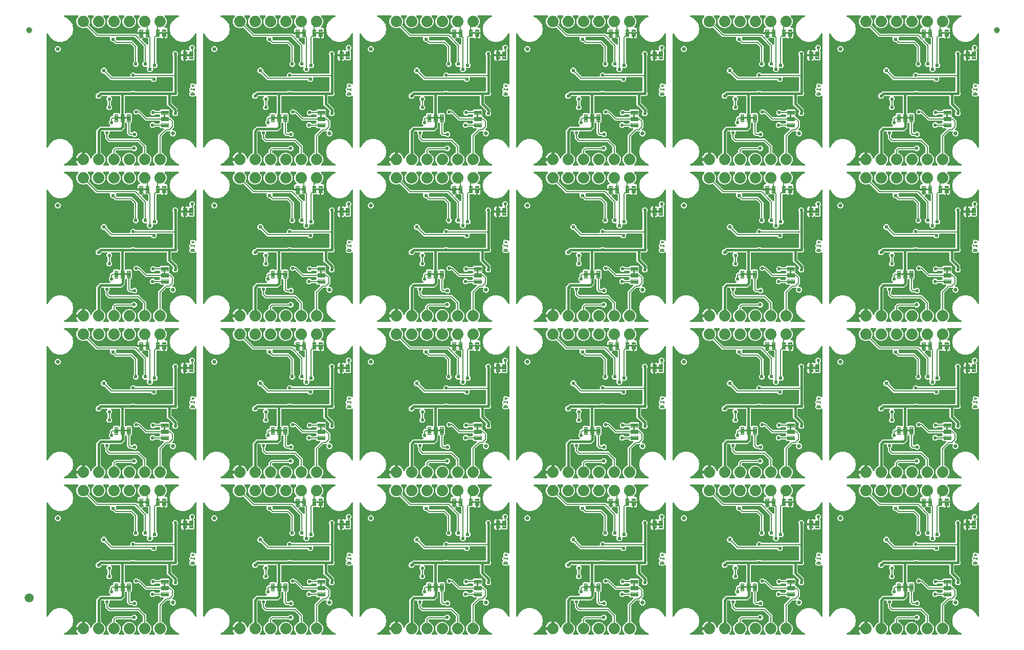
<source format=gbl>
G04 EAGLE Gerber RS-274X export*
G75*
%MOMM*%
%FSLAX34Y34*%
%LPD*%
%INBottom Copper*%
%IPPOS*%
%AMOC8*
5,1,8,0,0,1.08239X$1,22.5*%
G01*
%ADD10C,0.177800*%
%ADD11C,0.099059*%
%ADD12C,1.879600*%
%ADD13C,0.635000*%
%ADD14C,1.000000*%
%ADD15C,1.500000*%
%ADD16C,0.558800*%
%ADD17C,0.203200*%
%ADD18C,0.604000*%
%ADD19C,0.406400*%

G36*
X53596Y2812D02*
X53596Y2812D01*
X53734Y2825D01*
X53753Y2832D01*
X53773Y2835D01*
X53902Y2886D01*
X54033Y2933D01*
X54050Y2944D01*
X54068Y2952D01*
X54181Y3033D01*
X54296Y3112D01*
X54310Y3127D01*
X54326Y3138D01*
X54415Y3246D01*
X54507Y3350D01*
X54516Y3368D01*
X54529Y3383D01*
X54588Y3509D01*
X54651Y3634D01*
X54656Y3653D01*
X54664Y3671D01*
X54690Y3808D01*
X54721Y3944D01*
X54720Y3964D01*
X54724Y3983D01*
X54715Y4122D01*
X54711Y4262D01*
X54705Y4281D01*
X54704Y4301D01*
X54661Y4433D01*
X54622Y4567D01*
X54612Y4584D01*
X54606Y4603D01*
X54531Y4721D01*
X54461Y4841D01*
X54442Y4862D01*
X54436Y4872D01*
X54421Y4886D01*
X54416Y4892D01*
X53289Y6443D01*
X52436Y8117D01*
X51855Y9904D01*
X51815Y10161D01*
X62230Y10161D01*
X62348Y10176D01*
X62467Y10183D01*
X62505Y10196D01*
X62545Y10201D01*
X62656Y10244D01*
X62769Y10281D01*
X62803Y10303D01*
X62841Y10318D01*
X62937Y10388D01*
X63038Y10451D01*
X63066Y10481D01*
X63098Y10504D01*
X63174Y10596D01*
X63256Y10683D01*
X63275Y10718D01*
X63301Y10749D01*
X63352Y10857D01*
X63409Y10961D01*
X63420Y11001D01*
X63437Y11037D01*
X63459Y11154D01*
X63489Y11269D01*
X63493Y11330D01*
X63497Y11350D01*
X63495Y11370D01*
X63499Y11430D01*
X63499Y12701D01*
X64770Y12701D01*
X64888Y12716D01*
X65007Y12723D01*
X65045Y12736D01*
X65085Y12741D01*
X65196Y12785D01*
X65309Y12821D01*
X65344Y12843D01*
X65381Y12858D01*
X65477Y12928D01*
X65578Y12991D01*
X65606Y13021D01*
X65639Y13045D01*
X65714Y13136D01*
X65796Y13223D01*
X65816Y13258D01*
X65841Y13290D01*
X65892Y13397D01*
X65950Y13502D01*
X65960Y13541D01*
X65977Y13577D01*
X65999Y13694D01*
X66029Y13809D01*
X66033Y13870D01*
X66037Y13890D01*
X66035Y13910D01*
X66039Y13970D01*
X66039Y24385D01*
X66296Y24345D01*
X68083Y23764D01*
X69757Y22911D01*
X71278Y21806D01*
X72606Y20478D01*
X73711Y18957D01*
X74564Y17283D01*
X75145Y15496D01*
X75220Y15023D01*
X75255Y14900D01*
X75286Y14774D01*
X75300Y14747D01*
X75308Y14718D01*
X75374Y14607D01*
X75434Y14493D01*
X75455Y14470D01*
X75470Y14444D01*
X75562Y14353D01*
X75648Y14257D01*
X75674Y14241D01*
X75695Y14219D01*
X75806Y14153D01*
X75914Y14082D01*
X75943Y14073D01*
X75969Y14057D01*
X76093Y14021D01*
X76215Y13979D01*
X76245Y13977D01*
X76274Y13968D01*
X76403Y13964D01*
X76532Y13954D01*
X76562Y13959D01*
X76592Y13958D01*
X76718Y13986D01*
X76845Y14008D01*
X76873Y14021D01*
X76902Y14027D01*
X77017Y14086D01*
X77135Y14139D01*
X77159Y14158D01*
X77186Y14171D01*
X77282Y14257D01*
X77384Y14338D01*
X77402Y14362D01*
X77424Y14382D01*
X77497Y14488D01*
X77575Y14592D01*
X77594Y14630D01*
X77603Y14644D01*
X77611Y14665D01*
X77646Y14736D01*
X79425Y19031D01*
X82569Y22175D01*
X84306Y22895D01*
X84331Y22909D01*
X84359Y22918D01*
X84469Y22988D01*
X84582Y23052D01*
X84603Y23073D01*
X84628Y23088D01*
X84717Y23183D01*
X84810Y23273D01*
X84826Y23299D01*
X84846Y23320D01*
X84909Y23434D01*
X84977Y23545D01*
X84985Y23573D01*
X85000Y23599D01*
X85032Y23724D01*
X85070Y23848D01*
X85072Y23878D01*
X85079Y23907D01*
X85089Y24067D01*
X85089Y61268D01*
X91132Y67311D01*
X107308Y67311D01*
X107446Y67328D01*
X107585Y67341D01*
X107604Y67348D01*
X107624Y67351D01*
X107753Y67402D01*
X107884Y67449D01*
X107901Y67460D01*
X107919Y67468D01*
X108032Y67549D01*
X108147Y67627D01*
X108160Y67643D01*
X108177Y67654D01*
X108266Y67762D01*
X108357Y67866D01*
X108367Y67884D01*
X108380Y67899D01*
X108439Y68025D01*
X108502Y68149D01*
X108507Y68169D01*
X108515Y68187D01*
X108541Y68323D01*
X108572Y68459D01*
X108571Y68480D01*
X108575Y68499D01*
X108566Y68638D01*
X108562Y68777D01*
X108556Y68797D01*
X108555Y68817D01*
X108512Y68949D01*
X108474Y69083D01*
X108463Y69100D01*
X108457Y69119D01*
X108383Y69237D01*
X108312Y69357D01*
X108294Y69378D01*
X108287Y69388D01*
X108272Y69402D01*
X108206Y69477D01*
X105917Y71766D01*
X105917Y75554D01*
X107324Y76960D01*
X107384Y77039D01*
X107452Y77111D01*
X107481Y77164D01*
X107518Y77212D01*
X107558Y77303D01*
X107606Y77389D01*
X107621Y77448D01*
X107645Y77503D01*
X107660Y77601D01*
X107685Y77697D01*
X107691Y77797D01*
X107695Y77818D01*
X107693Y77830D01*
X107695Y77858D01*
X107695Y81168D01*
X110793Y84265D01*
X111760Y84265D01*
X111878Y84280D01*
X111997Y84288D01*
X112035Y84300D01*
X112076Y84305D01*
X112186Y84349D01*
X112299Y84386D01*
X112334Y84407D01*
X112371Y84422D01*
X112467Y84492D01*
X112568Y84556D01*
X112596Y84585D01*
X112629Y84609D01*
X112705Y84701D01*
X112786Y84787D01*
X112806Y84823D01*
X112831Y84854D01*
X112882Y84962D01*
X112940Y85066D01*
X112950Y85105D01*
X112967Y85142D01*
X112989Y85258D01*
X113019Y85374D01*
X113023Y85434D01*
X113027Y85454D01*
X113025Y85474D01*
X113029Y85534D01*
X113029Y88267D01*
X114361Y89599D01*
X121859Y89599D01*
X122420Y89038D01*
X122514Y88965D01*
X122603Y88887D01*
X122639Y88868D01*
X122671Y88843D01*
X122780Y88796D01*
X122886Y88742D01*
X122926Y88733D01*
X122963Y88717D01*
X123080Y88698D01*
X123197Y88672D01*
X123237Y88674D01*
X123277Y88667D01*
X123395Y88678D01*
X123514Y88682D01*
X123553Y88693D01*
X123593Y88697D01*
X123706Y88737D01*
X123820Y88770D01*
X123855Y88791D01*
X123893Y88805D01*
X123991Y88872D01*
X124094Y88932D01*
X124139Y88972D01*
X124156Y88983D01*
X124169Y88999D01*
X124215Y89038D01*
X124342Y89166D01*
X124402Y89244D01*
X124470Y89316D01*
X124499Y89369D01*
X124537Y89417D01*
X124576Y89508D01*
X124624Y89594D01*
X124639Y89653D01*
X124663Y89709D01*
X124678Y89806D01*
X124703Y89902D01*
X124709Y90002D01*
X124713Y90023D01*
X124711Y90035D01*
X124713Y90063D01*
X124713Y116840D01*
X124698Y116958D01*
X124691Y117077D01*
X124678Y117115D01*
X124673Y117156D01*
X124630Y117266D01*
X124593Y117379D01*
X124571Y117414D01*
X124556Y117451D01*
X124487Y117547D01*
X124423Y117648D01*
X124393Y117676D01*
X124370Y117709D01*
X124278Y117785D01*
X124191Y117866D01*
X124156Y117886D01*
X124125Y117911D01*
X124017Y117962D01*
X123913Y118020D01*
X123873Y118030D01*
X123837Y118047D01*
X123720Y118069D01*
X123605Y118099D01*
X123545Y118103D01*
X123525Y118107D01*
X123504Y118105D01*
X123444Y118109D01*
X111132Y118109D01*
X110994Y118092D01*
X110855Y118079D01*
X110836Y118072D01*
X110816Y118069D01*
X110687Y118018D01*
X110556Y117971D01*
X110539Y117960D01*
X110521Y117952D01*
X110408Y117871D01*
X110293Y117793D01*
X110280Y117777D01*
X110263Y117766D01*
X110174Y117658D01*
X110083Y117554D01*
X110073Y117536D01*
X110060Y117521D01*
X110001Y117395D01*
X109938Y117271D01*
X109933Y117251D01*
X109925Y117233D01*
X109899Y117096D01*
X109868Y116961D01*
X109869Y116940D01*
X109865Y116921D01*
X109874Y116782D01*
X109878Y116643D01*
X109884Y116623D01*
X109885Y116603D01*
X109928Y116471D01*
X109966Y116337D01*
X109977Y116320D01*
X109983Y116301D01*
X110057Y116183D01*
X110128Y116063D01*
X110146Y116042D01*
X110153Y116032D01*
X110168Y116018D01*
X110234Y115943D01*
X111253Y114924D01*
X111253Y111136D01*
X109846Y109730D01*
X109786Y109651D01*
X109718Y109579D01*
X109689Y109526D01*
X109652Y109478D01*
X109612Y109387D01*
X109564Y109301D01*
X109549Y109242D01*
X109525Y109187D01*
X109510Y109089D01*
X109485Y108993D01*
X109479Y108893D01*
X109475Y108872D01*
X109477Y108860D01*
X109475Y108832D01*
X109475Y103258D01*
X109487Y103160D01*
X109490Y103061D01*
X109507Y103002D01*
X109515Y102942D01*
X109551Y102850D01*
X109579Y102755D01*
X109609Y102703D01*
X109632Y102647D01*
X109690Y102567D01*
X109740Y102481D01*
X109806Y102406D01*
X109818Y102389D01*
X109828Y102381D01*
X109846Y102360D01*
X111253Y100954D01*
X111253Y97166D01*
X108574Y94487D01*
X104786Y94487D01*
X102107Y97166D01*
X102107Y100954D01*
X103514Y102360D01*
X103574Y102439D01*
X103642Y102511D01*
X103671Y102564D01*
X103708Y102612D01*
X103748Y102703D01*
X103796Y102789D01*
X103811Y102848D01*
X103835Y102903D01*
X103850Y103001D01*
X103875Y103097D01*
X103881Y103197D01*
X103885Y103218D01*
X103883Y103230D01*
X103885Y103258D01*
X103885Y108832D01*
X103873Y108930D01*
X103870Y109029D01*
X103853Y109088D01*
X103845Y109148D01*
X103809Y109240D01*
X103781Y109335D01*
X103751Y109387D01*
X103728Y109443D01*
X103670Y109523D01*
X103620Y109609D01*
X103554Y109684D01*
X103542Y109701D01*
X103532Y109709D01*
X103514Y109730D01*
X102107Y111136D01*
X102107Y114924D01*
X103126Y115943D01*
X103211Y116052D01*
X103300Y116159D01*
X103308Y116178D01*
X103321Y116194D01*
X103376Y116321D01*
X103435Y116447D01*
X103439Y116467D01*
X103447Y116486D01*
X103469Y116624D01*
X103495Y116760D01*
X103494Y116780D01*
X103497Y116800D01*
X103484Y116939D01*
X103475Y117077D01*
X103469Y117096D01*
X103467Y117116D01*
X103420Y117248D01*
X103377Y117379D01*
X103366Y117397D01*
X103359Y117416D01*
X103281Y117531D01*
X103207Y117648D01*
X103192Y117662D01*
X103181Y117679D01*
X103077Y117771D01*
X102975Y117866D01*
X102958Y117876D01*
X102942Y117889D01*
X102818Y117953D01*
X102697Y118020D01*
X102677Y118025D01*
X102659Y118034D01*
X102523Y118064D01*
X102389Y118099D01*
X102361Y118101D01*
X102349Y118104D01*
X102328Y118103D01*
X102228Y118109D01*
X94814Y118109D01*
X94716Y118097D01*
X94617Y118094D01*
X94559Y118077D01*
X94499Y118069D01*
X94407Y118033D01*
X94311Y118005D01*
X94259Y117975D01*
X94203Y117952D01*
X94123Y117894D01*
X94038Y117844D01*
X93962Y117778D01*
X93946Y117766D01*
X93938Y117756D01*
X93917Y117738D01*
X93844Y117665D01*
X93784Y117587D01*
X93716Y117515D01*
X93687Y117462D01*
X93650Y117414D01*
X93610Y117323D01*
X93562Y117236D01*
X93547Y117178D01*
X93523Y117122D01*
X93508Y117024D01*
X93483Y116928D01*
X93477Y116828D01*
X93473Y116808D01*
X93475Y116796D01*
X93473Y116768D01*
X93473Y116216D01*
X90794Y113537D01*
X87006Y113537D01*
X84327Y116216D01*
X84327Y120004D01*
X87006Y122683D01*
X87558Y122683D01*
X87656Y122695D01*
X87755Y122698D01*
X87813Y122715D01*
X87873Y122723D01*
X87965Y122759D01*
X88061Y122787D01*
X88113Y122817D01*
X88169Y122840D01*
X88249Y122898D01*
X88334Y122948D01*
X88410Y123014D01*
X88426Y123026D01*
X88434Y123036D01*
X88455Y123054D01*
X91132Y125731D01*
X142868Y125731D01*
X142966Y125743D01*
X143065Y125746D01*
X143124Y125763D01*
X143184Y125771D01*
X143276Y125807D01*
X143371Y125835D01*
X143423Y125865D01*
X143479Y125888D01*
X143559Y125946D01*
X143645Y125996D01*
X143720Y126062D01*
X143737Y126074D01*
X143745Y126084D01*
X143766Y126102D01*
X144156Y126493D01*
X147944Y126493D01*
X148334Y126102D01*
X148413Y126042D01*
X148485Y125974D01*
X148538Y125945D01*
X148586Y125908D01*
X148677Y125868D01*
X148763Y125820D01*
X148822Y125805D01*
X148877Y125781D01*
X148975Y125766D01*
X149071Y125741D01*
X149171Y125735D01*
X149192Y125731D01*
X149204Y125733D01*
X149232Y125731D01*
X210820Y125731D01*
X210938Y125746D01*
X211057Y125753D01*
X211095Y125766D01*
X211136Y125771D01*
X211246Y125814D01*
X211359Y125851D01*
X211394Y125873D01*
X211431Y125888D01*
X211527Y125957D01*
X211628Y126021D01*
X211656Y126051D01*
X211689Y126074D01*
X211765Y126166D01*
X211846Y126253D01*
X211866Y126288D01*
X211891Y126319D01*
X211942Y126427D01*
X212000Y126531D01*
X212010Y126571D01*
X212027Y126607D01*
X212049Y126724D01*
X212079Y126839D01*
X212083Y126899D01*
X212087Y126919D01*
X212085Y126940D01*
X212089Y127000D01*
X212089Y147828D01*
X212074Y147946D01*
X212067Y148065D01*
X212054Y148103D01*
X212049Y148144D01*
X212006Y148254D01*
X211969Y148367D01*
X211947Y148402D01*
X211932Y148439D01*
X211863Y148535D01*
X211799Y148636D01*
X211769Y148664D01*
X211746Y148697D01*
X211654Y148773D01*
X211567Y148854D01*
X211532Y148874D01*
X211501Y148899D01*
X211393Y148950D01*
X211289Y149008D01*
X211249Y149018D01*
X211213Y149035D01*
X211096Y149057D01*
X210981Y149087D01*
X210921Y149091D01*
X210901Y149095D01*
X210880Y149093D01*
X210820Y149097D01*
X186497Y149097D01*
X186379Y149082D01*
X186260Y149075D01*
X186222Y149062D01*
X186181Y149057D01*
X186071Y149014D01*
X185958Y148977D01*
X185923Y148955D01*
X185886Y148940D01*
X185789Y148871D01*
X185689Y148807D01*
X185661Y148777D01*
X185628Y148754D01*
X185552Y148662D01*
X185471Y148575D01*
X185451Y148540D01*
X185426Y148509D01*
X185375Y148401D01*
X185317Y148297D01*
X185307Y148257D01*
X185290Y148221D01*
X185268Y148104D01*
X185238Y147989D01*
X185234Y147929D01*
X185230Y147909D01*
X185232Y147888D01*
X185228Y147828D01*
X185228Y143973D01*
X182417Y141162D01*
X178441Y141162D01*
X175676Y143928D01*
X175598Y143988D01*
X175526Y144056D01*
X175473Y144085D01*
X175425Y144122D01*
X175334Y144162D01*
X175247Y144210D01*
X175189Y144225D01*
X175133Y144249D01*
X175035Y144264D01*
X174939Y144289D01*
X174839Y144295D01*
X174819Y144299D01*
X174807Y144297D01*
X174779Y144299D01*
X109558Y144299D01*
X99008Y154850D01*
X98930Y154910D01*
X98858Y154978D01*
X98805Y155007D01*
X98757Y155044D01*
X98666Y155084D01*
X98579Y155132D01*
X98521Y155147D01*
X98465Y155171D01*
X98367Y155186D01*
X98271Y155211D01*
X98171Y155217D01*
X98151Y155221D01*
X98139Y155219D01*
X98111Y155221D01*
X95802Y155221D01*
X92991Y158032D01*
X92991Y162008D01*
X95802Y164819D01*
X99778Y164819D01*
X102589Y162008D01*
X102589Y159699D01*
X102601Y159601D01*
X102604Y159502D01*
X102621Y159444D01*
X102629Y159384D01*
X102665Y159292D01*
X102693Y159197D01*
X102723Y159144D01*
X102746Y159088D01*
X102804Y159008D01*
X102854Y158923D01*
X102920Y158847D01*
X102932Y158831D01*
X102942Y158823D01*
X102960Y158802D01*
X111502Y150260D01*
X111580Y150200D01*
X111652Y150132D01*
X111705Y150103D01*
X111753Y150066D01*
X111844Y150026D01*
X111931Y149978D01*
X111989Y149963D01*
X112045Y149939D01*
X112143Y149924D01*
X112239Y149899D01*
X112339Y149893D01*
X112359Y149889D01*
X112371Y149891D01*
X112399Y149889D01*
X140208Y149889D01*
X140326Y149904D01*
X140445Y149911D01*
X140483Y149924D01*
X140524Y149929D01*
X140634Y149972D01*
X140747Y150009D01*
X140782Y150031D01*
X140819Y150046D01*
X140915Y150115D01*
X141016Y150179D01*
X141044Y150209D01*
X141077Y150232D01*
X141153Y150324D01*
X141234Y150411D01*
X141254Y150446D01*
X141279Y150477D01*
X141330Y150585D01*
X141388Y150689D01*
X141398Y150729D01*
X141415Y150765D01*
X141437Y150882D01*
X141467Y150997D01*
X141471Y151057D01*
X141475Y151077D01*
X141473Y151098D01*
X141477Y151158D01*
X141477Y154294D01*
X144156Y156973D01*
X147944Y156973D01*
X149858Y155058D01*
X149937Y154998D01*
X150009Y154930D01*
X150062Y154901D01*
X150110Y154864D01*
X150201Y154824D01*
X150287Y154776D01*
X150346Y154761D01*
X150401Y154737D01*
X150499Y154722D01*
X150595Y154697D01*
X150695Y154691D01*
X150716Y154687D01*
X150728Y154689D01*
X150756Y154687D01*
X210820Y154687D01*
X210938Y154702D01*
X211057Y154709D01*
X211095Y154722D01*
X211136Y154727D01*
X211246Y154770D01*
X211359Y154807D01*
X211394Y154829D01*
X211431Y154844D01*
X211527Y154913D01*
X211628Y154977D01*
X211656Y155007D01*
X211689Y155030D01*
X211765Y155122D01*
X211846Y155209D01*
X211866Y155244D01*
X211891Y155275D01*
X211942Y155383D01*
X212000Y155487D01*
X212010Y155527D01*
X212027Y155563D01*
X212049Y155680D01*
X212079Y155795D01*
X212083Y155855D01*
X212087Y155875D01*
X212085Y155896D01*
X212089Y155956D01*
X212089Y184778D01*
X212077Y184876D01*
X212074Y184975D01*
X212057Y185034D01*
X212049Y185094D01*
X212013Y185186D01*
X211985Y185281D01*
X211955Y185333D01*
X211932Y185389D01*
X211874Y185469D01*
X211824Y185555D01*
X211758Y185630D01*
X211746Y185647D01*
X211736Y185655D01*
X211718Y185676D01*
X211327Y186066D01*
X211327Y189854D01*
X214006Y192533D01*
X217794Y192533D01*
X220473Y189854D01*
X220473Y186066D01*
X220082Y185676D01*
X220022Y185597D01*
X219954Y185525D01*
X219925Y185472D01*
X219888Y185424D01*
X219848Y185333D01*
X219800Y185247D01*
X219785Y185188D01*
X219761Y185133D01*
X219746Y185035D01*
X219721Y184939D01*
X219715Y184839D01*
X219711Y184818D01*
X219713Y184806D01*
X219711Y184778D01*
X219711Y125102D01*
X219723Y125004D01*
X219726Y124905D01*
X219743Y124846D01*
X219751Y124786D01*
X219787Y124694D01*
X219815Y124599D01*
X219845Y124547D01*
X219868Y124491D01*
X219926Y124411D01*
X219976Y124325D01*
X220042Y124250D01*
X220054Y124233D01*
X220064Y124225D01*
X220082Y124204D01*
X220473Y123814D01*
X220473Y120026D01*
X217794Y117347D01*
X214006Y117347D01*
X213616Y117737D01*
X213538Y117798D01*
X213465Y117866D01*
X213412Y117895D01*
X213364Y117932D01*
X213274Y117972D01*
X213187Y118020D01*
X213128Y118035D01*
X213073Y118059D01*
X212975Y118074D01*
X212879Y118099D01*
X212779Y118105D01*
X212758Y118109D01*
X212746Y118107D01*
X212718Y118109D01*
X210820Y118109D01*
X210702Y118094D01*
X210583Y118087D01*
X210545Y118074D01*
X210504Y118069D01*
X210394Y118026D01*
X210281Y117989D01*
X210246Y117967D01*
X210209Y117952D01*
X210113Y117883D01*
X210012Y117819D01*
X209984Y117789D01*
X209951Y117766D01*
X209875Y117674D01*
X209794Y117587D01*
X209774Y117552D01*
X209749Y117521D01*
X209698Y117413D01*
X209640Y117309D01*
X209630Y117269D01*
X209613Y117233D01*
X209591Y117116D01*
X209561Y117001D01*
X209557Y116941D01*
X209553Y116921D01*
X209555Y116900D01*
X209551Y116840D01*
X209551Y107167D01*
X209563Y107069D01*
X209566Y106970D01*
X209583Y106912D01*
X209591Y106852D01*
X209627Y106760D01*
X209655Y106665D01*
X209685Y106613D01*
X209708Y106556D01*
X209766Y106476D01*
X209816Y106391D01*
X209882Y106315D01*
X209894Y106299D01*
X209904Y106291D01*
X209922Y106270D01*
X219711Y96482D01*
X219711Y92082D01*
X219723Y91984D01*
X219726Y91885D01*
X219743Y91826D01*
X219751Y91766D01*
X219787Y91674D01*
X219815Y91579D01*
X219845Y91527D01*
X219868Y91471D01*
X219926Y91391D01*
X219976Y91305D01*
X220042Y91230D01*
X220054Y91213D01*
X220064Y91205D01*
X220082Y91184D01*
X220473Y90794D01*
X220473Y87006D01*
X217794Y84327D01*
X214006Y84327D01*
X211327Y87006D01*
X211327Y90794D01*
X211718Y91184D01*
X211778Y91263D01*
X211846Y91335D01*
X211875Y91388D01*
X211912Y91436D01*
X211952Y91527D01*
X212000Y91613D01*
X212015Y91672D01*
X212039Y91727D01*
X212054Y91825D01*
X212079Y91921D01*
X212085Y92021D01*
X212089Y92042D01*
X212087Y92054D01*
X212089Y92082D01*
X212089Y92799D01*
X212077Y92897D01*
X212074Y92996D01*
X212057Y93054D01*
X212049Y93115D01*
X212013Y93207D01*
X211985Y93302D01*
X211955Y93354D01*
X211932Y93410D01*
X211874Y93490D01*
X211824Y93576D01*
X211758Y93651D01*
X211746Y93668D01*
X211736Y93675D01*
X211718Y93697D01*
X204533Y100881D01*
X201929Y103485D01*
X201929Y116840D01*
X201914Y116958D01*
X201907Y117077D01*
X201894Y117115D01*
X201889Y117156D01*
X201846Y117266D01*
X201809Y117379D01*
X201787Y117414D01*
X201772Y117451D01*
X201703Y117547D01*
X201639Y117648D01*
X201609Y117676D01*
X201586Y117709D01*
X201494Y117785D01*
X201407Y117866D01*
X201372Y117886D01*
X201341Y117911D01*
X201233Y117962D01*
X201129Y118020D01*
X201089Y118030D01*
X201053Y118047D01*
X200936Y118069D01*
X200821Y118099D01*
X200761Y118103D01*
X200741Y118107D01*
X200720Y118105D01*
X200660Y118109D01*
X149232Y118109D01*
X149134Y118097D01*
X149035Y118094D01*
X148976Y118077D01*
X148916Y118069D01*
X148824Y118033D01*
X148729Y118005D01*
X148677Y117975D01*
X148621Y117952D01*
X148541Y117894D01*
X148455Y117844D01*
X148380Y117778D01*
X148363Y117766D01*
X148355Y117756D01*
X148334Y117738D01*
X147944Y117347D01*
X144156Y117347D01*
X143766Y117738D01*
X143687Y117798D01*
X143615Y117866D01*
X143562Y117895D01*
X143514Y117932D01*
X143423Y117972D01*
X143337Y118020D01*
X143278Y118035D01*
X143223Y118059D01*
X143125Y118074D01*
X143029Y118099D01*
X142929Y118105D01*
X142908Y118109D01*
X142896Y118107D01*
X142868Y118109D01*
X133604Y118109D01*
X133486Y118094D01*
X133367Y118087D01*
X133329Y118074D01*
X133288Y118069D01*
X133178Y118026D01*
X133065Y117989D01*
X133030Y117967D01*
X132993Y117952D01*
X132897Y117883D01*
X132796Y117819D01*
X132768Y117789D01*
X132735Y117766D01*
X132659Y117674D01*
X132578Y117587D01*
X132558Y117552D01*
X132533Y117521D01*
X132482Y117413D01*
X132424Y117309D01*
X132414Y117269D01*
X132397Y117233D01*
X132375Y117116D01*
X132345Y117001D01*
X132341Y116941D01*
X132337Y116921D01*
X132339Y116900D01*
X132335Y116840D01*
X132335Y90063D01*
X132347Y89965D01*
X132350Y89866D01*
X132367Y89807D01*
X132375Y89747D01*
X132411Y89655D01*
X132439Y89560D01*
X132469Y89508D01*
X132492Y89452D01*
X132550Y89372D01*
X132600Y89286D01*
X132666Y89211D01*
X132678Y89194D01*
X132688Y89187D01*
X132706Y89165D01*
X132834Y89038D01*
X132928Y88965D01*
X133017Y88887D01*
X133053Y88868D01*
X133085Y88843D01*
X133194Y88796D01*
X133300Y88742D01*
X133339Y88733D01*
X133377Y88717D01*
X133494Y88698D01*
X133610Y88672D01*
X133651Y88674D01*
X133691Y88667D01*
X133809Y88678D01*
X133928Y88682D01*
X133967Y88693D01*
X134007Y88697D01*
X134119Y88737D01*
X134234Y88770D01*
X134269Y88791D01*
X134307Y88805D01*
X134405Y88871D01*
X134508Y88932D01*
X134553Y88972D01*
X134570Y88983D01*
X134583Y88999D01*
X134629Y89038D01*
X135189Y89599D01*
X142687Y89599D01*
X144019Y88267D01*
X144019Y74674D01*
X142621Y73276D01*
X142576Y73258D01*
X142463Y73221D01*
X142428Y73200D01*
X142391Y73185D01*
X142295Y73115D01*
X142194Y73051D01*
X142166Y73022D01*
X142133Y72998D01*
X142057Y72906D01*
X141976Y72820D01*
X141956Y72784D01*
X141931Y72753D01*
X141880Y72645D01*
X141822Y72541D01*
X141812Y72502D01*
X141795Y72465D01*
X141773Y72349D01*
X141743Y72233D01*
X141739Y72173D01*
X141735Y72153D01*
X141737Y72133D01*
X141733Y72073D01*
X141733Y58674D01*
X141748Y58556D01*
X141755Y58437D01*
X141768Y58399D01*
X141773Y58358D01*
X141816Y58248D01*
X141853Y58135D01*
X141875Y58100D01*
X141890Y58063D01*
X141959Y57967D01*
X142023Y57866D01*
X142053Y57838D01*
X142076Y57805D01*
X142168Y57729D01*
X142255Y57648D01*
X142290Y57628D01*
X142321Y57603D01*
X142429Y57552D01*
X142533Y57494D01*
X142573Y57484D01*
X142609Y57467D01*
X142726Y57445D01*
X142841Y57415D01*
X142901Y57411D01*
X142921Y57407D01*
X142942Y57409D01*
X143002Y57405D01*
X144392Y57405D01*
X144490Y57417D01*
X144589Y57420D01*
X144648Y57437D01*
X144708Y57445D01*
X144800Y57481D01*
X144895Y57509D01*
X144947Y57539D01*
X145003Y57562D01*
X145083Y57620D01*
X145169Y57670D01*
X145244Y57736D01*
X145261Y57748D01*
X145269Y57758D01*
X145290Y57776D01*
X146696Y59183D01*
X150484Y59183D01*
X153163Y56504D01*
X153163Y52716D01*
X150484Y50037D01*
X146696Y50037D01*
X145290Y51444D01*
X145211Y51504D01*
X145139Y51572D01*
X145086Y51601D01*
X145038Y51638D01*
X144947Y51678D01*
X144861Y51726D01*
X144802Y51741D01*
X144747Y51765D01*
X144649Y51780D01*
X144553Y51805D01*
X144453Y51811D01*
X144432Y51815D01*
X144420Y51813D01*
X144392Y51815D01*
X139812Y51815D01*
X136143Y55484D01*
X136143Y72073D01*
X136128Y72191D01*
X136121Y72309D01*
X136108Y72348D01*
X136103Y72388D01*
X136060Y72499D01*
X136023Y72612D01*
X136001Y72646D01*
X135986Y72684D01*
X135917Y72780D01*
X135853Y72881D01*
X135823Y72908D01*
X135800Y72941D01*
X135708Y73017D01*
X135621Y73099D01*
X135586Y73118D01*
X135555Y73144D01*
X135447Y73195D01*
X135343Y73252D01*
X135303Y73262D01*
X135267Y73279D01*
X135248Y73283D01*
X134883Y73649D01*
X134773Y73734D01*
X134666Y73823D01*
X134647Y73831D01*
X134631Y73844D01*
X134503Y73899D01*
X134378Y73958D01*
X134358Y73962D01*
X134339Y73970D01*
X134201Y73992D01*
X134065Y74018D01*
X134045Y74017D01*
X134025Y74020D01*
X133886Y74007D01*
X133748Y73998D01*
X133729Y73992D01*
X133709Y73990D01*
X133578Y73943D01*
X133446Y73900D01*
X133428Y73889D01*
X133409Y73882D01*
X133295Y73804D01*
X133177Y73730D01*
X133163Y73715D01*
X133146Y73704D01*
X133054Y73600D01*
X132959Y73498D01*
X132949Y73481D01*
X132936Y73465D01*
X132873Y73342D01*
X132805Y73220D01*
X132800Y73200D01*
X132791Y73182D01*
X132761Y73046D01*
X132726Y72912D01*
X132724Y72884D01*
X132721Y72872D01*
X132722Y72851D01*
X132716Y72751D01*
X132716Y65097D01*
X130112Y62493D01*
X129912Y62293D01*
X127308Y59689D01*
X108712Y59689D01*
X108594Y59674D01*
X108475Y59667D01*
X108437Y59654D01*
X108396Y59649D01*
X108286Y59606D01*
X108173Y59569D01*
X108138Y59547D01*
X108101Y59532D01*
X108005Y59463D01*
X107904Y59399D01*
X107876Y59369D01*
X107843Y59346D01*
X107767Y59254D01*
X107686Y59167D01*
X107666Y59132D01*
X107641Y59101D01*
X107590Y58993D01*
X107532Y58889D01*
X107522Y58849D01*
X107505Y58813D01*
X107483Y58696D01*
X107453Y58581D01*
X107449Y58521D01*
X107445Y58501D01*
X107447Y58480D01*
X107443Y58420D01*
X107443Y55256D01*
X106036Y53850D01*
X105976Y53771D01*
X105908Y53699D01*
X105879Y53646D01*
X105842Y53598D01*
X105802Y53507D01*
X105754Y53421D01*
X105739Y53362D01*
X105715Y53307D01*
X105700Y53209D01*
X105675Y53113D01*
X105669Y53013D01*
X105665Y52992D01*
X105667Y52980D01*
X105665Y52952D01*
X105665Y49943D01*
X105677Y49845D01*
X105680Y49746D01*
X105697Y49688D01*
X105705Y49628D01*
X105741Y49536D01*
X105769Y49441D01*
X105799Y49388D01*
X105822Y49332D01*
X105880Y49252D01*
X105930Y49167D01*
X105996Y49091D01*
X106008Y49075D01*
X106018Y49067D01*
X106036Y49046D01*
X107466Y47616D01*
X107544Y47556D01*
X107616Y47488D01*
X107669Y47459D01*
X107717Y47422D01*
X107808Y47382D01*
X107895Y47334D01*
X107953Y47319D01*
X108009Y47295D01*
X108107Y47280D01*
X108203Y47255D01*
X108303Y47249D01*
X108323Y47245D01*
X108335Y47247D01*
X108363Y47245D01*
X156098Y47245D01*
X158106Y45236D01*
X165886Y37456D01*
X167895Y35448D01*
X167895Y24488D01*
X167898Y24459D01*
X167896Y24429D01*
X167918Y24301D01*
X167935Y24173D01*
X167945Y24145D01*
X167950Y24116D01*
X168004Y23997D01*
X168052Y23877D01*
X168069Y23853D01*
X168081Y23826D01*
X168162Y23725D01*
X168238Y23620D01*
X168261Y23601D01*
X168280Y23578D01*
X168383Y23500D01*
X168483Y23417D01*
X168510Y23404D01*
X168534Y23386D01*
X168678Y23315D01*
X171431Y22175D01*
X174575Y19031D01*
X176277Y14923D01*
X176277Y10477D01*
X174575Y6369D01*
X173168Y4961D01*
X173082Y4852D01*
X172994Y4745D01*
X172985Y4726D01*
X172973Y4710D01*
X172917Y4582D01*
X172858Y4457D01*
X172855Y4437D01*
X172846Y4418D01*
X172825Y4280D01*
X172799Y4144D01*
X172800Y4124D01*
X172797Y4104D01*
X172810Y3965D01*
X172818Y3827D01*
X172825Y3808D01*
X172826Y3788D01*
X172874Y3656D01*
X172916Y3525D01*
X172927Y3507D01*
X172934Y3488D01*
X173012Y3373D01*
X173086Y3256D01*
X173101Y3242D01*
X173113Y3225D01*
X173217Y3133D01*
X173318Y3038D01*
X173336Y3028D01*
X173351Y3015D01*
X173475Y2951D01*
X173597Y2884D01*
X173616Y2879D01*
X173634Y2870D01*
X173770Y2840D01*
X173905Y2805D01*
X173933Y2803D01*
X173945Y2800D01*
X173965Y2801D01*
X174065Y2795D01*
X181535Y2795D01*
X181673Y2812D01*
X181811Y2825D01*
X181830Y2832D01*
X181850Y2835D01*
X181980Y2886D01*
X182110Y2933D01*
X182127Y2944D01*
X182146Y2952D01*
X182258Y3033D01*
X182374Y3111D01*
X182387Y3127D01*
X182403Y3138D01*
X182492Y3246D01*
X182584Y3350D01*
X182593Y3368D01*
X182606Y3383D01*
X182665Y3509D01*
X182729Y3633D01*
X182733Y3653D01*
X182742Y3671D01*
X182768Y3808D01*
X182798Y3943D01*
X182798Y3964D01*
X182801Y3983D01*
X182793Y4122D01*
X182789Y4261D01*
X182783Y4281D01*
X182782Y4301D01*
X182739Y4433D01*
X182700Y4567D01*
X182690Y4584D01*
X182684Y4603D01*
X182609Y4721D01*
X182539Y4841D01*
X182520Y4862D01*
X182514Y4872D01*
X182499Y4886D01*
X182432Y4961D01*
X181025Y6369D01*
X179323Y10477D01*
X179323Y14923D01*
X181025Y19031D01*
X184169Y22175D01*
X186922Y23315D01*
X186947Y23330D01*
X186975Y23339D01*
X187085Y23409D01*
X187198Y23473D01*
X187219Y23494D01*
X187244Y23509D01*
X187333Y23604D01*
X187426Y23694D01*
X187442Y23719D01*
X187462Y23741D01*
X187525Y23855D01*
X187593Y23965D01*
X187601Y23994D01*
X187616Y24019D01*
X187648Y24145D01*
X187686Y24269D01*
X187688Y24299D01*
X187695Y24327D01*
X187705Y24488D01*
X187705Y53228D01*
X196826Y62349D01*
X196911Y62458D01*
X197000Y62565D01*
X197009Y62584D01*
X197021Y62600D01*
X197077Y62728D01*
X197136Y62853D01*
X197139Y62873D01*
X197147Y62892D01*
X197169Y63030D01*
X197195Y63166D01*
X197194Y63186D01*
X197197Y63206D01*
X197184Y63345D01*
X197176Y63483D01*
X197169Y63502D01*
X197168Y63522D01*
X197120Y63654D01*
X197078Y63785D01*
X197067Y63803D01*
X197060Y63822D01*
X196982Y63937D01*
X196907Y64054D01*
X196893Y64068D01*
X196881Y64085D01*
X196777Y64177D01*
X196676Y64272D01*
X196658Y64282D01*
X196643Y64295D01*
X196519Y64359D01*
X196397Y64426D01*
X196378Y64431D01*
X196360Y64440D01*
X196224Y64470D01*
X196089Y64505D01*
X196061Y64507D01*
X196049Y64510D01*
X196029Y64509D01*
X195929Y64515D01*
X191641Y64515D01*
X190243Y65913D01*
X190225Y65958D01*
X190188Y66071D01*
X190167Y66106D01*
X190152Y66143D01*
X190082Y66239D01*
X190018Y66340D01*
X189989Y66368D01*
X189965Y66401D01*
X189873Y66477D01*
X189787Y66558D01*
X189751Y66578D01*
X189720Y66603D01*
X189612Y66654D01*
X189508Y66712D01*
X189469Y66722D01*
X189432Y66739D01*
X189316Y66761D01*
X189200Y66791D01*
X189140Y66795D01*
X189120Y66799D01*
X189100Y66797D01*
X189040Y66801D01*
X182760Y66801D01*
X182662Y66789D01*
X182563Y66786D01*
X182504Y66769D01*
X182444Y66761D01*
X182352Y66725D01*
X182257Y66697D01*
X182205Y66667D01*
X182149Y66644D01*
X182069Y66586D01*
X181983Y66536D01*
X181908Y66470D01*
X181891Y66458D01*
X181883Y66448D01*
X181862Y66430D01*
X180456Y65023D01*
X176668Y65023D01*
X173989Y67702D01*
X173989Y71490D01*
X176668Y74169D01*
X180456Y74169D01*
X181862Y72762D01*
X181941Y72702D01*
X182013Y72634D01*
X182066Y72605D01*
X182114Y72568D01*
X182205Y72528D01*
X182291Y72480D01*
X182350Y72465D01*
X182405Y72441D01*
X182503Y72426D01*
X182599Y72401D01*
X182699Y72395D01*
X182720Y72391D01*
X182732Y72393D01*
X182760Y72391D01*
X189040Y72391D01*
X189158Y72406D01*
X189276Y72413D01*
X189315Y72426D01*
X189355Y72431D01*
X189466Y72474D01*
X189579Y72511D01*
X189613Y72533D01*
X189651Y72548D01*
X189747Y72617D01*
X189848Y72681D01*
X189875Y72711D01*
X189908Y72734D01*
X189984Y72826D01*
X190066Y72913D01*
X190085Y72948D01*
X190111Y72979D01*
X190162Y73087D01*
X190219Y73191D01*
X190229Y73231D01*
X190246Y73267D01*
X190250Y73286D01*
X190870Y73905D01*
X190943Y73999D01*
X191021Y74089D01*
X191040Y74125D01*
X191065Y74157D01*
X191112Y74266D01*
X191166Y74372D01*
X191175Y74411D01*
X191191Y74449D01*
X191210Y74566D01*
X191236Y74682D01*
X191234Y74723D01*
X191241Y74763D01*
X191230Y74881D01*
X191226Y75000D01*
X191215Y75039D01*
X191211Y75079D01*
X191171Y75192D01*
X191138Y75306D01*
X191117Y75340D01*
X191103Y75379D01*
X191037Y75477D01*
X190976Y75580D01*
X190936Y75625D01*
X190925Y75642D01*
X190910Y75655D01*
X190870Y75700D01*
X190243Y76327D01*
X190225Y76372D01*
X190188Y76485D01*
X190167Y76520D01*
X190152Y76557D01*
X190082Y76653D01*
X190018Y76754D01*
X189989Y76782D01*
X189965Y76815D01*
X189873Y76891D01*
X189787Y76972D01*
X189751Y76992D01*
X189720Y77017D01*
X189612Y77068D01*
X189508Y77126D01*
X189469Y77136D01*
X189432Y77153D01*
X189316Y77175D01*
X189200Y77205D01*
X189140Y77209D01*
X189120Y77213D01*
X189100Y77211D01*
X189040Y77215D01*
X166482Y77215D01*
X164474Y79224D01*
X155825Y87873D01*
X155731Y87946D01*
X155641Y88025D01*
X155605Y88043D01*
X155573Y88068D01*
X155464Y88115D01*
X155358Y88169D01*
X155319Y88178D01*
X155282Y88194D01*
X155164Y88213D01*
X155048Y88239D01*
X155008Y88238D01*
X154968Y88244D01*
X154849Y88233D01*
X154730Y88229D01*
X154691Y88218D01*
X154651Y88214D01*
X154539Y88174D01*
X154424Y88141D01*
X154390Y88120D01*
X154352Y88107D01*
X154253Y88040D01*
X154151Y87979D01*
X154105Y87940D01*
X154088Y87928D01*
X154075Y87913D01*
X154030Y87873D01*
X153024Y86867D01*
X149236Y86867D01*
X146557Y89546D01*
X146557Y93334D01*
X149236Y96013D01*
X153024Y96013D01*
X154430Y94606D01*
X154509Y94546D01*
X154581Y94478D01*
X154634Y94449D01*
X154682Y94412D01*
X154773Y94372D01*
X154859Y94324D01*
X154918Y94309D01*
X154973Y94285D01*
X155071Y94270D01*
X155167Y94245D01*
X155267Y94239D01*
X155288Y94235D01*
X155300Y94237D01*
X155328Y94235D01*
X157368Y94235D01*
X168426Y83176D01*
X168504Y83116D01*
X168576Y83048D01*
X168629Y83019D01*
X168677Y82982D01*
X168768Y82942D01*
X168855Y82894D01*
X168913Y82879D01*
X168969Y82855D01*
X169067Y82840D01*
X169163Y82815D01*
X169263Y82809D01*
X169283Y82805D01*
X169295Y82807D01*
X169323Y82805D01*
X189040Y82805D01*
X189158Y82820D01*
X189276Y82827D01*
X189315Y82840D01*
X189355Y82845D01*
X189466Y82888D01*
X189579Y82925D01*
X189613Y82947D01*
X189651Y82962D01*
X189747Y83031D01*
X189848Y83095D01*
X189875Y83125D01*
X189908Y83148D01*
X189984Y83240D01*
X190066Y83327D01*
X190085Y83362D01*
X190111Y83393D01*
X190162Y83501D01*
X190219Y83605D01*
X190229Y83645D01*
X190246Y83681D01*
X190250Y83700D01*
X190870Y84319D01*
X190943Y84413D01*
X191021Y84503D01*
X191040Y84539D01*
X191065Y84571D01*
X191112Y84680D01*
X191166Y84786D01*
X191175Y84825D01*
X191191Y84863D01*
X191210Y84980D01*
X191236Y85096D01*
X191234Y85137D01*
X191241Y85177D01*
X191230Y85295D01*
X191226Y85414D01*
X191215Y85453D01*
X191211Y85493D01*
X191171Y85606D01*
X191138Y85720D01*
X191117Y85754D01*
X191103Y85793D01*
X191037Y85891D01*
X190976Y85994D01*
X190936Y86039D01*
X190925Y86056D01*
X190910Y86069D01*
X190870Y86114D01*
X190243Y86741D01*
X190225Y86786D01*
X190188Y86899D01*
X190167Y86934D01*
X190152Y86971D01*
X190082Y87067D01*
X190018Y87168D01*
X189989Y87196D01*
X189965Y87229D01*
X189873Y87305D01*
X189787Y87386D01*
X189751Y87406D01*
X189720Y87431D01*
X189612Y87482D01*
X189508Y87540D01*
X189469Y87550D01*
X189432Y87567D01*
X189316Y87589D01*
X189200Y87619D01*
X189140Y87623D01*
X189120Y87627D01*
X189100Y87625D01*
X189040Y87629D01*
X183268Y87629D01*
X183170Y87617D01*
X183071Y87614D01*
X183012Y87597D01*
X182952Y87589D01*
X182860Y87553D01*
X182765Y87525D01*
X182713Y87495D01*
X182657Y87472D01*
X182577Y87414D01*
X182491Y87364D01*
X182416Y87298D01*
X182399Y87286D01*
X182391Y87276D01*
X182370Y87258D01*
X180873Y85760D01*
X177085Y85760D01*
X174406Y88439D01*
X174406Y92227D01*
X177085Y94906D01*
X180873Y94906D01*
X182189Y93590D01*
X182267Y93530D01*
X182339Y93462D01*
X182392Y93433D01*
X182440Y93396D01*
X182531Y93356D01*
X182617Y93308D01*
X182676Y93293D01*
X182732Y93269D01*
X182830Y93254D01*
X182925Y93229D01*
X183025Y93223D01*
X183046Y93219D01*
X183058Y93221D01*
X183086Y93219D01*
X189040Y93219D01*
X189158Y93234D01*
X189276Y93241D01*
X189315Y93254D01*
X189355Y93259D01*
X189466Y93302D01*
X189579Y93339D01*
X189613Y93361D01*
X189651Y93376D01*
X189747Y93445D01*
X189848Y93509D01*
X189875Y93539D01*
X189908Y93562D01*
X189984Y93654D01*
X190066Y93741D01*
X190085Y93776D01*
X190111Y93807D01*
X190162Y93915D01*
X190219Y94019D01*
X190229Y94059D01*
X190246Y94095D01*
X190250Y94114D01*
X191641Y95505D01*
X205234Y95505D01*
X206566Y94173D01*
X206566Y86675D01*
X206005Y86114D01*
X205932Y86020D01*
X205854Y85931D01*
X205835Y85895D01*
X205810Y85863D01*
X205763Y85754D01*
X205709Y85648D01*
X205700Y85609D01*
X205684Y85571D01*
X205665Y85454D01*
X205639Y85338D01*
X205641Y85297D01*
X205634Y85257D01*
X205645Y85139D01*
X205649Y85020D01*
X205660Y84981D01*
X205664Y84941D01*
X205704Y84829D01*
X205737Y84714D01*
X205758Y84679D01*
X205772Y84641D01*
X205838Y84543D01*
X205899Y84440D01*
X205939Y84395D01*
X205950Y84378D01*
X205966Y84365D01*
X206005Y84319D01*
X206632Y83693D01*
X206650Y83648D01*
X206687Y83535D01*
X206708Y83500D01*
X206723Y83463D01*
X206793Y83367D01*
X206857Y83266D01*
X206886Y83238D01*
X206910Y83205D01*
X207002Y83129D01*
X207088Y83048D01*
X207124Y83028D01*
X207155Y83003D01*
X207263Y82952D01*
X207367Y82894D01*
X207406Y82884D01*
X207443Y82867D01*
X207559Y82845D01*
X207675Y82815D01*
X207735Y82811D01*
X207755Y82807D01*
X207775Y82809D01*
X207835Y82805D01*
X208168Y82805D01*
X210176Y80796D01*
X213615Y77358D01*
X213615Y65396D01*
X211606Y63387D01*
X211219Y63001D01*
X211134Y62891D01*
X211045Y62784D01*
X211037Y62765D01*
X211024Y62749D01*
X210969Y62622D01*
X210910Y62496D01*
X210906Y62476D01*
X210898Y62457D01*
X210876Y62320D01*
X210850Y62183D01*
X210851Y62163D01*
X210848Y62143D01*
X210861Y62005D01*
X210870Y61866D01*
X210876Y61847D01*
X210878Y61827D01*
X210925Y61695D01*
X210968Y61564D01*
X210979Y61547D01*
X210985Y61527D01*
X211064Y61412D01*
X211138Y61295D01*
X211153Y61281D01*
X211164Y61264D01*
X211268Y61172D01*
X211370Y61077D01*
X211387Y61067D01*
X211402Y61054D01*
X211527Y60990D01*
X211648Y60923D01*
X211668Y60918D01*
X211686Y60909D01*
X211822Y60879D01*
X211956Y60844D01*
X211984Y60842D01*
X211996Y60839D01*
X212016Y60840D01*
X212117Y60834D01*
X213329Y60834D01*
X215150Y60080D01*
X216544Y58686D01*
X217298Y56865D01*
X217298Y54895D01*
X216544Y53074D01*
X215150Y51680D01*
X213329Y50926D01*
X211359Y50926D01*
X209538Y51680D01*
X208144Y53074D01*
X207390Y54895D01*
X207390Y56865D01*
X207728Y57680D01*
X207741Y57728D01*
X207762Y57773D01*
X207783Y57881D01*
X207812Y57987D01*
X207813Y58037D01*
X207822Y58085D01*
X207815Y58195D01*
X207817Y58305D01*
X207805Y58353D01*
X207802Y58403D01*
X207768Y58507D01*
X207743Y58614D01*
X207719Y58658D01*
X207704Y58705D01*
X207645Y58798D01*
X207594Y58895D01*
X207561Y58932D01*
X207534Y58974D01*
X207454Y59049D01*
X207380Y59131D01*
X207338Y59158D01*
X207302Y59192D01*
X207206Y59245D01*
X207114Y59305D01*
X207067Y59322D01*
X207024Y59346D01*
X206918Y59373D01*
X206813Y59409D01*
X206764Y59413D01*
X206716Y59425D01*
X206555Y59435D01*
X202343Y59435D01*
X202245Y59423D01*
X202146Y59420D01*
X202088Y59403D01*
X202028Y59395D01*
X201936Y59359D01*
X201841Y59331D01*
X201788Y59301D01*
X201732Y59278D01*
X201652Y59220D01*
X201567Y59170D01*
X201491Y59104D01*
X201475Y59092D01*
X201467Y59082D01*
X201446Y59063D01*
X193666Y51284D01*
X193606Y51206D01*
X193538Y51134D01*
X193509Y51081D01*
X193472Y51033D01*
X193432Y50942D01*
X193384Y50855D01*
X193369Y50797D01*
X193345Y50741D01*
X193330Y50643D01*
X193305Y50547D01*
X193299Y50447D01*
X193295Y50427D01*
X193297Y50415D01*
X193295Y50387D01*
X193295Y24488D01*
X193298Y24459D01*
X193296Y24429D01*
X193318Y24301D01*
X193335Y24173D01*
X193345Y24145D01*
X193350Y24116D01*
X193404Y23997D01*
X193452Y23877D01*
X193469Y23853D01*
X193481Y23826D01*
X193562Y23725D01*
X193638Y23620D01*
X193661Y23601D01*
X193680Y23578D01*
X193783Y23500D01*
X193883Y23417D01*
X193910Y23404D01*
X193934Y23386D01*
X194078Y23315D01*
X196831Y22175D01*
X199975Y19031D01*
X201677Y14923D01*
X201677Y10477D01*
X199975Y6369D01*
X198568Y4961D01*
X198482Y4852D01*
X198394Y4745D01*
X198385Y4726D01*
X198373Y4710D01*
X198317Y4582D01*
X198258Y4457D01*
X198255Y4437D01*
X198246Y4418D01*
X198225Y4280D01*
X198199Y4144D01*
X198200Y4124D01*
X198197Y4104D01*
X198210Y3965D01*
X198218Y3827D01*
X198225Y3808D01*
X198226Y3788D01*
X198274Y3656D01*
X198316Y3525D01*
X198327Y3507D01*
X198334Y3488D01*
X198412Y3373D01*
X198486Y3256D01*
X198501Y3242D01*
X198513Y3225D01*
X198617Y3133D01*
X198718Y3038D01*
X198736Y3028D01*
X198751Y3015D01*
X198875Y2951D01*
X198997Y2884D01*
X199016Y2879D01*
X199034Y2870D01*
X199170Y2840D01*
X199305Y2805D01*
X199333Y2803D01*
X199345Y2800D01*
X199365Y2801D01*
X199465Y2795D01*
X221125Y2795D01*
X221221Y2807D01*
X221319Y2810D01*
X221379Y2827D01*
X221440Y2835D01*
X221531Y2870D01*
X221625Y2897D01*
X221678Y2929D01*
X221736Y2952D01*
X221815Y3009D01*
X221899Y3058D01*
X221943Y3102D01*
X221993Y3138D01*
X222056Y3214D01*
X222125Y3282D01*
X222157Y3335D01*
X222196Y3383D01*
X222238Y3471D01*
X222288Y3555D01*
X222305Y3615D01*
X222332Y3671D01*
X222350Y3767D01*
X222378Y3860D01*
X222380Y3922D01*
X222392Y3983D01*
X222386Y4081D01*
X222389Y4178D01*
X222376Y4239D01*
X222372Y4301D01*
X222342Y4393D01*
X222321Y4489D01*
X222293Y4544D01*
X222274Y4603D01*
X222222Y4686D01*
X222178Y4773D01*
X222137Y4819D01*
X222104Y4872D01*
X222033Y4939D01*
X221969Y5012D01*
X221917Y5047D01*
X221872Y5090D01*
X221787Y5137D01*
X221706Y5192D01*
X221611Y5234D01*
X221593Y5244D01*
X221583Y5246D01*
X221559Y5257D01*
X217767Y6637D01*
X212003Y11473D01*
X208241Y17990D01*
X206934Y25400D01*
X208241Y32810D01*
X212003Y39326D01*
X217767Y44163D01*
X224838Y46737D01*
X232362Y46737D01*
X239433Y44163D01*
X245197Y39327D01*
X248837Y33022D01*
X248925Y32906D01*
X249010Y32788D01*
X249021Y32780D01*
X249029Y32769D01*
X249143Y32679D01*
X249255Y32586D01*
X249268Y32580D01*
X249278Y32571D01*
X249412Y32512D01*
X249543Y32450D01*
X249556Y32447D01*
X249569Y32442D01*
X249713Y32417D01*
X249856Y32390D01*
X249869Y32391D01*
X249882Y32389D01*
X250028Y32401D01*
X250173Y32410D01*
X250186Y32414D01*
X250199Y32415D01*
X250337Y32463D01*
X250475Y32508D01*
X250487Y32515D01*
X250500Y32520D01*
X250621Y32600D01*
X250744Y32678D01*
X250753Y32688D01*
X250765Y32695D01*
X250862Y32804D01*
X250962Y32910D01*
X250969Y32922D01*
X250978Y32932D01*
X251045Y33061D01*
X251116Y33188D01*
X251119Y33201D01*
X251125Y33213D01*
X251159Y33355D01*
X251195Y33496D01*
X251196Y33515D01*
X251198Y33523D01*
X251198Y33540D01*
X251205Y33657D01*
X251205Y116665D01*
X251195Y116750D01*
X251194Y116835D01*
X251175Y116907D01*
X251165Y116980D01*
X251134Y117060D01*
X251112Y117142D01*
X251076Y117207D01*
X251048Y117276D01*
X250998Y117345D01*
X250956Y117420D01*
X250905Y117473D01*
X250862Y117533D01*
X250796Y117588D01*
X250737Y117650D01*
X250674Y117689D01*
X250617Y117736D01*
X250539Y117773D01*
X250467Y117818D01*
X250396Y117840D01*
X250329Y117872D01*
X250245Y117888D01*
X250164Y117914D01*
X250089Y117918D01*
X250017Y117932D01*
X249931Y117926D01*
X249846Y117931D01*
X249773Y117916D01*
X249699Y117912D01*
X249618Y117886D01*
X249534Y117869D01*
X249467Y117837D01*
X249397Y117814D01*
X249365Y117794D01*
X248149Y117377D01*
X248145Y117375D01*
X248004Y117317D01*
X246584Y116625D01*
X242938Y116625D01*
X242224Y116973D01*
X242094Y117017D01*
X241967Y117065D01*
X241936Y117071D01*
X241923Y117075D01*
X241902Y117077D01*
X241808Y117093D01*
X241594Y117117D01*
X241549Y117161D01*
X241469Y117249D01*
X241435Y117271D01*
X241406Y117300D01*
X241303Y117359D01*
X241203Y117424D01*
X241148Y117447D01*
X241130Y117457D01*
X241110Y117463D01*
X241055Y117486D01*
X240389Y117714D01*
X240368Y117737D01*
X240324Y117799D01*
X240322Y117800D01*
X240279Y117870D01*
X240270Y117889D01*
X240261Y117900D01*
X240243Y117928D01*
X238918Y119783D01*
X238918Y122330D01*
X240243Y124184D01*
X240292Y124274D01*
X240348Y124360D01*
X240384Y124446D01*
X240394Y124464D01*
X240397Y124478D01*
X240410Y124509D01*
X240476Y124700D01*
X240507Y124847D01*
X240540Y124993D01*
X240539Y125002D01*
X240541Y125011D01*
X240534Y125161D01*
X240530Y125311D01*
X240527Y125320D01*
X240527Y125329D01*
X240483Y125472D01*
X240441Y125616D01*
X240437Y125624D01*
X240434Y125633D01*
X240356Y125761D01*
X240280Y125890D01*
X240272Y125900D01*
X240269Y125905D01*
X240259Y125914D01*
X240174Y126011D01*
X239853Y126331D01*
X239842Y126340D01*
X239749Y126425D01*
X239012Y127014D01*
X238999Y127039D01*
X238991Y127067D01*
X238925Y127179D01*
X238918Y127192D01*
X238918Y128153D01*
X238916Y128168D01*
X238910Y128294D01*
X238806Y129232D01*
X238814Y129258D01*
X238828Y129284D01*
X238861Y129410D01*
X238865Y129424D01*
X239545Y130104D01*
X239554Y130115D01*
X239639Y130208D01*
X240876Y131754D01*
X240914Y131817D01*
X240961Y131874D01*
X240997Y131952D01*
X241042Y132026D01*
X241063Y132096D01*
X241094Y132163D01*
X241110Y132248D01*
X241135Y132330D01*
X241139Y132403D01*
X241152Y132476D01*
X241146Y132561D01*
X241150Y132647D01*
X241135Y132720D01*
X241130Y132793D01*
X241089Y132949D01*
X240822Y133749D01*
X241142Y134388D01*
X241151Y134416D01*
X241167Y134441D01*
X241204Y134565D01*
X241247Y134688D01*
X241250Y134717D01*
X241258Y134746D01*
X241263Y134876D01*
X241275Y135004D01*
X241270Y135034D01*
X241271Y135064D01*
X241244Y135191D01*
X241223Y135318D01*
X241211Y135345D01*
X241204Y135375D01*
X241142Y135523D01*
X240822Y136162D01*
X241521Y138258D01*
X243498Y139247D01*
X247534Y137901D01*
X247543Y137899D01*
X247551Y137895D01*
X247699Y137868D01*
X247846Y137839D01*
X247855Y137839D01*
X247864Y137838D01*
X248014Y137848D01*
X248105Y137853D01*
X248879Y137466D01*
X248888Y137463D01*
X248896Y137458D01*
X248957Y137433D01*
X248972Y137425D01*
X248987Y137421D01*
X249045Y137398D01*
X249535Y137234D01*
X249539Y137233D01*
X249543Y137231D01*
X249694Y137203D01*
X249847Y137172D01*
X249851Y137172D01*
X249856Y137172D01*
X250009Y137181D01*
X250164Y137190D01*
X250168Y137191D01*
X250173Y137191D01*
X250320Y137239D01*
X250467Y137286D01*
X250471Y137288D01*
X250475Y137289D01*
X250607Y137373D01*
X250737Y137454D01*
X250740Y137457D01*
X250744Y137460D01*
X250850Y137572D01*
X250957Y137684D01*
X250959Y137688D01*
X250962Y137691D01*
X251036Y137826D01*
X251112Y137961D01*
X251113Y137966D01*
X251116Y137970D01*
X251154Y138118D01*
X251194Y138269D01*
X251194Y138273D01*
X251195Y138278D01*
X251205Y138438D01*
X251205Y220343D01*
X251187Y220487D01*
X251172Y220633D01*
X251167Y220645D01*
X251165Y220659D01*
X251112Y220794D01*
X251061Y220931D01*
X251053Y220942D01*
X251048Y220954D01*
X250963Y221072D01*
X250880Y221192D01*
X250870Y221201D01*
X250862Y221212D01*
X250749Y221305D01*
X250639Y221400D01*
X250627Y221406D01*
X250617Y221414D01*
X250485Y221476D01*
X250354Y221541D01*
X250341Y221544D01*
X250329Y221550D01*
X250187Y221577D01*
X250043Y221608D01*
X250030Y221607D01*
X250017Y221610D01*
X249872Y221601D01*
X249726Y221595D01*
X249713Y221591D01*
X249699Y221590D01*
X249561Y221545D01*
X249421Y221503D01*
X249409Y221496D01*
X249397Y221492D01*
X249273Y221414D01*
X249149Y221339D01*
X249139Y221329D01*
X249128Y221322D01*
X249028Y221216D01*
X248926Y221112D01*
X248916Y221096D01*
X248910Y221090D01*
X248902Y221075D01*
X248837Y220978D01*
X245197Y214674D01*
X239433Y209837D01*
X232362Y207263D01*
X224838Y207263D01*
X217767Y209837D01*
X212003Y214673D01*
X208241Y221190D01*
X206934Y228600D01*
X208241Y236010D01*
X212003Y242526D01*
X217767Y247363D01*
X221559Y248743D01*
X221646Y248788D01*
X221736Y248824D01*
X221786Y248860D01*
X221842Y248889D01*
X221915Y248953D01*
X221993Y249010D01*
X222033Y249058D01*
X222080Y249100D01*
X222134Y249180D01*
X222196Y249255D01*
X222223Y249312D01*
X222258Y249363D01*
X222290Y249455D01*
X222332Y249543D01*
X222343Y249604D01*
X222364Y249663D01*
X222373Y249760D01*
X222392Y249856D01*
X222388Y249918D01*
X222393Y249980D01*
X222378Y250076D01*
X222372Y250173D01*
X222353Y250232D01*
X222343Y250294D01*
X222304Y250383D01*
X222274Y250475D01*
X222240Y250528D01*
X222216Y250585D01*
X222156Y250662D01*
X222104Y250744D01*
X222058Y250787D01*
X222020Y250836D01*
X221943Y250895D01*
X221872Y250962D01*
X221817Y250992D01*
X221768Y251030D01*
X221679Y251069D01*
X221593Y251116D01*
X221533Y251131D01*
X221476Y251156D01*
X221380Y251171D01*
X221286Y251195D01*
X221181Y251202D01*
X221162Y251205D01*
X221150Y251204D01*
X221125Y251205D01*
X199465Y251205D01*
X199327Y251188D01*
X199189Y251175D01*
X199170Y251168D01*
X199150Y251165D01*
X199020Y251114D01*
X198890Y251067D01*
X198873Y251056D01*
X198854Y251048D01*
X198742Y250967D01*
X198626Y250889D01*
X198613Y250873D01*
X198597Y250862D01*
X198508Y250754D01*
X198416Y250650D01*
X198407Y250632D01*
X198394Y250617D01*
X198335Y250491D01*
X198271Y250367D01*
X198267Y250347D01*
X198258Y250329D01*
X198232Y250192D01*
X198202Y250057D01*
X198202Y250036D01*
X198199Y250017D01*
X198207Y249878D01*
X198211Y249739D01*
X198217Y249719D01*
X198218Y249699D01*
X198261Y249567D01*
X198300Y249433D01*
X198310Y249416D01*
X198316Y249397D01*
X198391Y249279D01*
X198461Y249159D01*
X198480Y249138D01*
X198486Y249128D01*
X198501Y249114D01*
X198568Y249039D01*
X199975Y247631D01*
X201677Y243523D01*
X201677Y239077D01*
X199975Y234969D01*
X198314Y233307D01*
X198228Y233198D01*
X198140Y233091D01*
X198131Y233072D01*
X198119Y233056D01*
X198063Y232928D01*
X198004Y232803D01*
X198001Y232783D01*
X197992Y232764D01*
X197971Y232626D01*
X197945Y232490D01*
X197946Y232470D01*
X197943Y232450D01*
X197956Y232311D01*
X197964Y232173D01*
X197971Y232154D01*
X197972Y232134D01*
X198020Y232002D01*
X198062Y231871D01*
X198073Y231853D01*
X198080Y231834D01*
X198158Y231719D01*
X198232Y231602D01*
X198247Y231588D01*
X198259Y231571D01*
X198363Y231479D01*
X198464Y231384D01*
X198482Y231374D01*
X198497Y231361D01*
X198621Y231297D01*
X198743Y231230D01*
X198762Y231225D01*
X198780Y231216D01*
X198916Y231186D01*
X199051Y231151D01*
X199079Y231149D01*
X199091Y231146D01*
X199111Y231147D01*
X199211Y231141D01*
X200437Y231141D01*
X201210Y230934D01*
X201902Y230534D01*
X202467Y229969D01*
X202867Y229277D01*
X203074Y228504D01*
X203074Y223900D01*
X197612Y223900D01*
X197494Y223885D01*
X197375Y223878D01*
X197337Y223865D01*
X197297Y223860D01*
X197186Y223817D01*
X197073Y223780D01*
X197039Y223758D01*
X197001Y223743D01*
X196905Y223674D01*
X196804Y223610D01*
X196779Y223583D01*
X185039Y223583D01*
X185020Y223571D01*
X184998Y223567D01*
X184991Y223552D01*
X184982Y223546D01*
X184983Y223536D01*
X184976Y223520D01*
X184976Y220980D01*
X184988Y220961D01*
X184992Y220939D01*
X185007Y220932D01*
X185013Y220923D01*
X185023Y220924D01*
X185039Y220917D01*
X195581Y220917D01*
X195581Y213359D01*
X194025Y213359D01*
X193252Y213566D01*
X192560Y213966D01*
X192383Y214143D01*
X192289Y214216D01*
X192199Y214295D01*
X192163Y214313D01*
X192131Y214338D01*
X192022Y214386D01*
X191916Y214440D01*
X191877Y214449D01*
X191840Y214465D01*
X191722Y214483D01*
X191606Y214509D01*
X191565Y214508D01*
X191525Y214514D01*
X191407Y214503D01*
X191288Y214500D01*
X191249Y214488D01*
X191209Y214485D01*
X191097Y214444D01*
X190982Y214411D01*
X190948Y214391D01*
X190910Y214377D01*
X190811Y214310D01*
X190708Y214250D01*
X190663Y214210D01*
X190646Y214198D01*
X190633Y214183D01*
X190588Y214143D01*
X190566Y214121D01*
X185900Y214121D01*
X185782Y214106D01*
X185663Y214099D01*
X185625Y214086D01*
X185584Y214081D01*
X185474Y214038D01*
X185361Y214001D01*
X185326Y213979D01*
X185289Y213964D01*
X185192Y213894D01*
X185092Y213831D01*
X185064Y213801D01*
X185031Y213778D01*
X184955Y213686D01*
X184874Y213599D01*
X184854Y213564D01*
X184829Y213533D01*
X184778Y213425D01*
X184720Y213321D01*
X184710Y213281D01*
X184693Y213245D01*
X184671Y213128D01*
X184641Y213013D01*
X184637Y212953D01*
X184633Y212933D01*
X184635Y212912D01*
X184631Y212852D01*
X184631Y173318D01*
X184643Y173219D01*
X184646Y173120D01*
X184663Y173062D01*
X184671Y173002D01*
X184707Y172910D01*
X184735Y172815D01*
X184765Y172763D01*
X184788Y172706D01*
X184846Y172626D01*
X184896Y172541D01*
X184962Y172466D01*
X184974Y172449D01*
X184984Y172441D01*
X185002Y172420D01*
X186635Y170788D01*
X186635Y166812D01*
X183824Y164001D01*
X180058Y164001D01*
X179940Y163986D01*
X179821Y163979D01*
X179783Y163967D01*
X179742Y163962D01*
X179632Y163918D01*
X179519Y163881D01*
X179484Y163859D01*
X179447Y163845D01*
X179351Y163775D01*
X179250Y163711D01*
X179222Y163681D01*
X179189Y163658D01*
X179113Y163566D01*
X179032Y163479D01*
X179012Y163444D01*
X178987Y163413D01*
X178936Y163305D01*
X178878Y163201D01*
X178868Y163162D01*
X178851Y163125D01*
X178829Y163008D01*
X178799Y162893D01*
X178795Y162833D01*
X178791Y162813D01*
X178792Y162804D01*
X178791Y162801D01*
X178792Y162786D01*
X178789Y162732D01*
X178789Y160064D01*
X175978Y157253D01*
X172002Y157253D01*
X169191Y160064D01*
X169191Y164058D01*
X169213Y164086D01*
X169302Y164193D01*
X169311Y164212D01*
X169323Y164228D01*
X169378Y164356D01*
X169438Y164481D01*
X169441Y164501D01*
X169449Y164520D01*
X169471Y164657D01*
X169497Y164794D01*
X169496Y164814D01*
X169499Y164834D01*
X169486Y164972D01*
X169478Y165111D01*
X169471Y165130D01*
X169469Y165150D01*
X169422Y165281D01*
X169380Y165413D01*
X169369Y165431D01*
X169362Y165450D01*
X169284Y165565D01*
X169209Y165682D01*
X169195Y165696D01*
X169183Y165713D01*
X169079Y165805D01*
X168978Y165900D01*
X168960Y165910D01*
X168945Y165923D01*
X168821Y165986D01*
X168699Y166054D01*
X168680Y166059D01*
X168662Y166068D01*
X168526Y166098D01*
X168391Y166133D01*
X168363Y166135D01*
X168351Y166138D01*
X168331Y166137D01*
X168231Y166143D01*
X164382Y166143D01*
X161571Y168954D01*
X161571Y172930D01*
X163204Y174562D01*
X163264Y174640D01*
X163332Y174712D01*
X163361Y174765D01*
X163398Y174813D01*
X163438Y174904D01*
X163486Y174991D01*
X163501Y175049D01*
X163525Y175105D01*
X163540Y175203D01*
X163565Y175299D01*
X163571Y175399D01*
X163575Y175419D01*
X163573Y175431D01*
X163575Y175459D01*
X163575Y200247D01*
X163563Y200345D01*
X163560Y200444D01*
X163543Y200502D01*
X163535Y200562D01*
X163499Y200654D01*
X163471Y200749D01*
X163441Y200802D01*
X163418Y200858D01*
X163360Y200938D01*
X163310Y201023D01*
X163244Y201099D01*
X163232Y201115D01*
X163222Y201123D01*
X163204Y201144D01*
X149074Y215274D01*
X148996Y215334D01*
X148924Y215402D01*
X148871Y215431D01*
X148823Y215468D01*
X148732Y215508D01*
X148645Y215556D01*
X148587Y215571D01*
X148531Y215595D01*
X148433Y215610D01*
X148337Y215635D01*
X148237Y215641D01*
X148217Y215645D01*
X148205Y215643D01*
X148177Y215645D01*
X119098Y215645D01*
X118980Y215630D01*
X118861Y215623D01*
X118823Y215610D01*
X118782Y215605D01*
X118672Y215562D01*
X118559Y215525D01*
X118524Y215503D01*
X118487Y215488D01*
X118391Y215419D01*
X118290Y215355D01*
X118262Y215325D01*
X118229Y215302D01*
X118153Y215210D01*
X118072Y215123D01*
X118052Y215088D01*
X118027Y215057D01*
X117976Y214949D01*
X117918Y214845D01*
X117908Y214805D01*
X117891Y214769D01*
X117869Y214652D01*
X117839Y214537D01*
X117835Y214477D01*
X117831Y214457D01*
X117833Y214436D01*
X117829Y214376D01*
X117829Y211769D01*
X117841Y211671D01*
X117844Y211572D01*
X117861Y211514D01*
X117869Y211454D01*
X117905Y211362D01*
X117933Y211267D01*
X117963Y211214D01*
X117986Y211158D01*
X118044Y211078D01*
X118094Y210993D01*
X118160Y210917D01*
X118172Y210901D01*
X118182Y210893D01*
X118200Y210872D01*
X118896Y210176D01*
X118974Y210116D01*
X119046Y210048D01*
X119099Y210019D01*
X119147Y209982D01*
X119238Y209942D01*
X119325Y209894D01*
X119383Y209879D01*
X119439Y209855D01*
X119537Y209840D01*
X119633Y209815D01*
X119733Y209809D01*
X119753Y209805D01*
X119765Y209807D01*
X119793Y209805D01*
X144668Y209805D01*
X153417Y201056D01*
X153417Y175481D01*
X153429Y175383D01*
X153432Y175284D01*
X153449Y175226D01*
X153457Y175166D01*
X153493Y175074D01*
X153521Y174979D01*
X153551Y174927D01*
X153574Y174870D01*
X153632Y174790D01*
X153682Y174705D01*
X153748Y174629D01*
X153760Y174613D01*
X153770Y174605D01*
X153788Y174584D01*
X155421Y172952D01*
X155421Y168976D01*
X152610Y166165D01*
X148634Y166165D01*
X145823Y168976D01*
X145823Y172952D01*
X147456Y174584D01*
X147516Y174662D01*
X147584Y174734D01*
X147613Y174787D01*
X147650Y174835D01*
X147690Y174926D01*
X147738Y175013D01*
X147753Y175071D01*
X147777Y175127D01*
X147792Y175225D01*
X147817Y175321D01*
X147823Y175421D01*
X147827Y175441D01*
X147825Y175453D01*
X147827Y175481D01*
X147827Y198215D01*
X147815Y198313D01*
X147812Y198412D01*
X147795Y198470D01*
X147787Y198530D01*
X147751Y198622D01*
X147723Y198717D01*
X147693Y198770D01*
X147670Y198826D01*
X147612Y198906D01*
X147562Y198991D01*
X147496Y199067D01*
X147484Y199083D01*
X147474Y199091D01*
X147456Y199112D01*
X142724Y203844D01*
X142646Y203904D01*
X142574Y203972D01*
X142521Y204001D01*
X142473Y204038D01*
X142382Y204078D01*
X142295Y204126D01*
X142237Y204141D01*
X142181Y204165D01*
X142083Y204180D01*
X141987Y204205D01*
X141887Y204211D01*
X141867Y204215D01*
X141855Y204213D01*
X141827Y204215D01*
X116952Y204215D01*
X114248Y206920D01*
X114170Y206980D01*
X114098Y207048D01*
X114045Y207077D01*
X113997Y207114D01*
X113906Y207154D01*
X113819Y207202D01*
X113761Y207217D01*
X113705Y207241D01*
X113607Y207256D01*
X113511Y207281D01*
X113411Y207287D01*
X113391Y207291D01*
X113379Y207289D01*
X113351Y207291D01*
X111042Y207291D01*
X108231Y210102D01*
X108231Y214376D01*
X108216Y214494D01*
X108209Y214613D01*
X108196Y214651D01*
X108191Y214692D01*
X108148Y214802D01*
X108111Y214915D01*
X108089Y214950D01*
X108074Y214987D01*
X108005Y215083D01*
X107941Y215184D01*
X107911Y215212D01*
X107888Y215245D01*
X107796Y215321D01*
X107709Y215402D01*
X107674Y215422D01*
X107643Y215447D01*
X107535Y215498D01*
X107431Y215556D01*
X107391Y215566D01*
X107355Y215583D01*
X107238Y215605D01*
X107123Y215635D01*
X107063Y215639D01*
X107043Y215643D01*
X107022Y215641D01*
X106962Y215645D01*
X85202Y215645D01*
X69859Y230988D01*
X69836Y231007D01*
X69817Y231029D01*
X69711Y231104D01*
X69608Y231183D01*
X69581Y231195D01*
X69557Y231212D01*
X69435Y231258D01*
X69316Y231310D01*
X69287Y231314D01*
X69259Y231325D01*
X69130Y231339D01*
X69002Y231360D01*
X68973Y231357D01*
X68943Y231360D01*
X68815Y231342D01*
X68685Y231330D01*
X68658Y231320D01*
X68628Y231316D01*
X68476Y231264D01*
X65723Y230123D01*
X61277Y230123D01*
X57169Y231825D01*
X54025Y234969D01*
X52323Y239077D01*
X52323Y243523D01*
X54025Y247631D01*
X55432Y249039D01*
X55518Y249148D01*
X55606Y249255D01*
X55615Y249274D01*
X55627Y249290D01*
X55683Y249418D01*
X55742Y249543D01*
X55745Y249563D01*
X55754Y249582D01*
X55775Y249720D01*
X55801Y249856D01*
X55800Y249876D01*
X55803Y249896D01*
X55790Y250035D01*
X55782Y250173D01*
X55775Y250192D01*
X55774Y250212D01*
X55726Y250344D01*
X55684Y250475D01*
X55673Y250493D01*
X55666Y250512D01*
X55588Y250627D01*
X55514Y250744D01*
X55499Y250758D01*
X55487Y250775D01*
X55383Y250867D01*
X55282Y250962D01*
X55264Y250972D01*
X55249Y250985D01*
X55125Y251049D01*
X55003Y251116D01*
X54984Y251121D01*
X54966Y251130D01*
X54830Y251160D01*
X54695Y251195D01*
X54667Y251197D01*
X54655Y251200D01*
X54635Y251199D01*
X54535Y251205D01*
X32875Y251205D01*
X32779Y251193D01*
X32681Y251190D01*
X32621Y251173D01*
X32560Y251165D01*
X32469Y251130D01*
X32376Y251103D01*
X32322Y251071D01*
X32264Y251048D01*
X32185Y250991D01*
X32101Y250942D01*
X32057Y250898D01*
X32007Y250862D01*
X31945Y250787D01*
X31875Y250718D01*
X31843Y250664D01*
X31804Y250617D01*
X31762Y250529D01*
X31712Y250445D01*
X31695Y250385D01*
X31668Y250329D01*
X31650Y250233D01*
X31622Y250140D01*
X31620Y250078D01*
X31608Y250017D01*
X31615Y249919D01*
X31611Y249822D01*
X31624Y249761D01*
X31628Y249699D01*
X31658Y249607D01*
X31679Y249511D01*
X31707Y249456D01*
X31726Y249397D01*
X31778Y249314D01*
X31822Y249227D01*
X31863Y249181D01*
X31896Y249128D01*
X31967Y249061D01*
X32031Y248988D01*
X32083Y248953D01*
X32128Y248910D01*
X32213Y248863D01*
X32294Y248808D01*
X32389Y248766D01*
X32407Y248756D01*
X32417Y248754D01*
X32441Y248743D01*
X36233Y247363D01*
X41997Y242527D01*
X45759Y236010D01*
X47066Y228600D01*
X45759Y221190D01*
X41997Y214674D01*
X36233Y209837D01*
X29162Y207263D01*
X21638Y207263D01*
X14567Y209837D01*
X8803Y214673D01*
X5163Y220978D01*
X5075Y221093D01*
X4990Y221212D01*
X4979Y221220D01*
X4971Y221231D01*
X4857Y221321D01*
X4745Y221414D01*
X4732Y221420D01*
X4722Y221429D01*
X4588Y221488D01*
X4457Y221550D01*
X4444Y221553D01*
X4431Y221558D01*
X4287Y221583D01*
X4144Y221610D01*
X4131Y221609D01*
X4118Y221611D01*
X3972Y221599D01*
X3827Y221590D01*
X3814Y221586D01*
X3801Y221585D01*
X3663Y221537D01*
X3525Y221492D01*
X3513Y221485D01*
X3500Y221480D01*
X3379Y221400D01*
X3256Y221322D01*
X3247Y221312D01*
X3235Y221305D01*
X3138Y221196D01*
X3038Y221090D01*
X3031Y221078D01*
X3022Y221068D01*
X2955Y220939D01*
X2884Y220812D01*
X2881Y220799D01*
X2875Y220787D01*
X2841Y220645D01*
X2805Y220504D01*
X2804Y220485D01*
X2802Y220477D01*
X2802Y220460D01*
X2795Y220343D01*
X2795Y33657D01*
X2813Y33513D01*
X2828Y33367D01*
X2833Y33355D01*
X2835Y33341D01*
X2888Y33206D01*
X2939Y33069D01*
X2947Y33058D01*
X2952Y33046D01*
X3037Y32928D01*
X3120Y32808D01*
X3130Y32799D01*
X3138Y32788D01*
X3251Y32695D01*
X3361Y32600D01*
X3373Y32594D01*
X3383Y32585D01*
X3515Y32524D01*
X3646Y32459D01*
X3659Y32456D01*
X3671Y32450D01*
X3813Y32423D01*
X3957Y32392D01*
X3970Y32393D01*
X3983Y32390D01*
X4128Y32399D01*
X4274Y32405D01*
X4287Y32409D01*
X4301Y32410D01*
X4439Y32455D01*
X4579Y32497D01*
X4591Y32504D01*
X4603Y32508D01*
X4727Y32586D01*
X4851Y32661D01*
X4861Y32671D01*
X4872Y32678D01*
X4972Y32785D01*
X5074Y32888D01*
X5084Y32904D01*
X5090Y32910D01*
X5098Y32925D01*
X5163Y33022D01*
X8803Y39327D01*
X14567Y44163D01*
X21638Y46737D01*
X29162Y46737D01*
X36233Y44163D01*
X41997Y39327D01*
X45759Y32810D01*
X47066Y25400D01*
X45759Y17990D01*
X41997Y11474D01*
X36233Y6637D01*
X32441Y5257D01*
X32354Y5212D01*
X32264Y5176D01*
X32214Y5140D01*
X32158Y5111D01*
X32085Y5047D01*
X32007Y4990D01*
X31967Y4942D01*
X31920Y4900D01*
X31866Y4820D01*
X31804Y4745D01*
X31777Y4688D01*
X31742Y4637D01*
X31710Y4545D01*
X31668Y4457D01*
X31657Y4396D01*
X31636Y4337D01*
X31627Y4240D01*
X31608Y4144D01*
X31612Y4082D01*
X31607Y4020D01*
X31622Y3924D01*
X31628Y3827D01*
X31647Y3768D01*
X31657Y3706D01*
X31696Y3617D01*
X31726Y3525D01*
X31760Y3472D01*
X31784Y3415D01*
X31844Y3338D01*
X31896Y3256D01*
X31942Y3213D01*
X31980Y3164D01*
X32057Y3105D01*
X32128Y3038D01*
X32183Y3008D01*
X32232Y2970D01*
X32321Y2931D01*
X32407Y2884D01*
X32467Y2869D01*
X32524Y2844D01*
X32620Y2829D01*
X32714Y2805D01*
X32819Y2798D01*
X32838Y2795D01*
X32850Y2796D01*
X32875Y2795D01*
X53457Y2795D01*
X53596Y2812D01*
G37*
G36*
X1089916Y780052D02*
X1089916Y780052D01*
X1090054Y780065D01*
X1090073Y780072D01*
X1090093Y780075D01*
X1090222Y780126D01*
X1090353Y780173D01*
X1090370Y780184D01*
X1090388Y780192D01*
X1090501Y780273D01*
X1090616Y780352D01*
X1090630Y780367D01*
X1090646Y780378D01*
X1090735Y780486D01*
X1090827Y780590D01*
X1090836Y780608D01*
X1090849Y780623D01*
X1090908Y780749D01*
X1090971Y780874D01*
X1090976Y780893D01*
X1090984Y780911D01*
X1091010Y781048D01*
X1091041Y781184D01*
X1091040Y781204D01*
X1091044Y781223D01*
X1091035Y781362D01*
X1091031Y781502D01*
X1091025Y781521D01*
X1091024Y781541D01*
X1090981Y781673D01*
X1090942Y781807D01*
X1090932Y781824D01*
X1090926Y781843D01*
X1090851Y781961D01*
X1090781Y782081D01*
X1090762Y782102D01*
X1090756Y782112D01*
X1090741Y782126D01*
X1090736Y782132D01*
X1089609Y783683D01*
X1088756Y785357D01*
X1088175Y787144D01*
X1088135Y787401D01*
X1098550Y787401D01*
X1098668Y787416D01*
X1098787Y787423D01*
X1098825Y787436D01*
X1098865Y787441D01*
X1098976Y787484D01*
X1099089Y787521D01*
X1099123Y787543D01*
X1099161Y787558D01*
X1099257Y787628D01*
X1099358Y787691D01*
X1099386Y787721D01*
X1099418Y787744D01*
X1099494Y787836D01*
X1099576Y787923D01*
X1099595Y787958D01*
X1099621Y787989D01*
X1099672Y788097D01*
X1099729Y788201D01*
X1099740Y788241D01*
X1099757Y788277D01*
X1099779Y788394D01*
X1099809Y788509D01*
X1099813Y788570D01*
X1099817Y788590D01*
X1099815Y788610D01*
X1099819Y788670D01*
X1099819Y789941D01*
X1101090Y789941D01*
X1101208Y789956D01*
X1101327Y789963D01*
X1101365Y789976D01*
X1101405Y789981D01*
X1101516Y790025D01*
X1101629Y790061D01*
X1101664Y790083D01*
X1101701Y790098D01*
X1101797Y790168D01*
X1101898Y790231D01*
X1101926Y790261D01*
X1101959Y790285D01*
X1102034Y790376D01*
X1102116Y790463D01*
X1102136Y790498D01*
X1102161Y790530D01*
X1102212Y790637D01*
X1102270Y790742D01*
X1102280Y790781D01*
X1102297Y790817D01*
X1102319Y790934D01*
X1102349Y791049D01*
X1102353Y791110D01*
X1102357Y791130D01*
X1102355Y791150D01*
X1102359Y791210D01*
X1102359Y801625D01*
X1102616Y801585D01*
X1104403Y801004D01*
X1106077Y800151D01*
X1107598Y799046D01*
X1108926Y797718D01*
X1110031Y796197D01*
X1110884Y794523D01*
X1111465Y792736D01*
X1111540Y792263D01*
X1111575Y792140D01*
X1111606Y792014D01*
X1111620Y791987D01*
X1111628Y791958D01*
X1111694Y791847D01*
X1111754Y791733D01*
X1111775Y791710D01*
X1111790Y791684D01*
X1111881Y791593D01*
X1111968Y791497D01*
X1111994Y791481D01*
X1112015Y791459D01*
X1112126Y791394D01*
X1112234Y791322D01*
X1112263Y791313D01*
X1112289Y791297D01*
X1112413Y791261D01*
X1112535Y791219D01*
X1112565Y791217D01*
X1112594Y791208D01*
X1112723Y791204D01*
X1112852Y791194D01*
X1112882Y791199D01*
X1112912Y791198D01*
X1113038Y791226D01*
X1113165Y791248D01*
X1113193Y791261D01*
X1113222Y791267D01*
X1113338Y791326D01*
X1113455Y791379D01*
X1113479Y791398D01*
X1113506Y791412D01*
X1113603Y791497D01*
X1113704Y791578D01*
X1113722Y791602D01*
X1113744Y791622D01*
X1113817Y791729D01*
X1113895Y791832D01*
X1113914Y791870D01*
X1113923Y791884D01*
X1113931Y791905D01*
X1113966Y791976D01*
X1115745Y796271D01*
X1118889Y799415D01*
X1120626Y800135D01*
X1120651Y800149D01*
X1120679Y800158D01*
X1120789Y800228D01*
X1120902Y800292D01*
X1120923Y800313D01*
X1120948Y800328D01*
X1121037Y800423D01*
X1121130Y800513D01*
X1121146Y800539D01*
X1121166Y800560D01*
X1121229Y800674D01*
X1121297Y800785D01*
X1121305Y800813D01*
X1121320Y800839D01*
X1121352Y800964D01*
X1121390Y801088D01*
X1121392Y801118D01*
X1121399Y801147D01*
X1121409Y801307D01*
X1121409Y838508D01*
X1127452Y844551D01*
X1143628Y844551D01*
X1143766Y844568D01*
X1143905Y844581D01*
X1143924Y844588D01*
X1143944Y844591D01*
X1144073Y844642D01*
X1144204Y844689D01*
X1144221Y844700D01*
X1144239Y844708D01*
X1144352Y844789D01*
X1144467Y844867D01*
X1144480Y844883D01*
X1144497Y844894D01*
X1144586Y845002D01*
X1144677Y845106D01*
X1144687Y845124D01*
X1144700Y845139D01*
X1144759Y845265D01*
X1144822Y845389D01*
X1144827Y845409D01*
X1144835Y845427D01*
X1144861Y845563D01*
X1144892Y845699D01*
X1144891Y845720D01*
X1144895Y845739D01*
X1144886Y845878D01*
X1144882Y846017D01*
X1144876Y846037D01*
X1144875Y846057D01*
X1144832Y846189D01*
X1144794Y846323D01*
X1144783Y846340D01*
X1144777Y846359D01*
X1144703Y846477D01*
X1144632Y846597D01*
X1144614Y846618D01*
X1144607Y846628D01*
X1144592Y846642D01*
X1144526Y846717D01*
X1142237Y849006D01*
X1142237Y852794D01*
X1143644Y854200D01*
X1143704Y854279D01*
X1143772Y854351D01*
X1143801Y854404D01*
X1143838Y854452D01*
X1143878Y854543D01*
X1143926Y854629D01*
X1143941Y854688D01*
X1143965Y854743D01*
X1143980Y854841D01*
X1144005Y854937D01*
X1144011Y855037D01*
X1144015Y855058D01*
X1144013Y855070D01*
X1144015Y855098D01*
X1144015Y858408D01*
X1147113Y861505D01*
X1148080Y861505D01*
X1148198Y861520D01*
X1148317Y861528D01*
X1148355Y861540D01*
X1148396Y861545D01*
X1148506Y861589D01*
X1148619Y861626D01*
X1148654Y861647D01*
X1148691Y861662D01*
X1148787Y861732D01*
X1148888Y861796D01*
X1148916Y861825D01*
X1148949Y861849D01*
X1149025Y861941D01*
X1149106Y862027D01*
X1149126Y862063D01*
X1149151Y862094D01*
X1149202Y862202D01*
X1149260Y862306D01*
X1149270Y862345D01*
X1149287Y862382D01*
X1149309Y862498D01*
X1149339Y862614D01*
X1149343Y862674D01*
X1149347Y862694D01*
X1149345Y862714D01*
X1149349Y862774D01*
X1149349Y865507D01*
X1150681Y866839D01*
X1158179Y866839D01*
X1158740Y866278D01*
X1158834Y866205D01*
X1158923Y866127D01*
X1158959Y866108D01*
X1158991Y866083D01*
X1159100Y866036D01*
X1159206Y865982D01*
X1159246Y865973D01*
X1159283Y865957D01*
X1159400Y865938D01*
X1159517Y865912D01*
X1159557Y865914D01*
X1159597Y865907D01*
X1159715Y865918D01*
X1159834Y865922D01*
X1159873Y865933D01*
X1159913Y865937D01*
X1160026Y865977D01*
X1160140Y866010D01*
X1160175Y866031D01*
X1160213Y866045D01*
X1160311Y866112D01*
X1160414Y866172D01*
X1160459Y866212D01*
X1160476Y866223D01*
X1160489Y866239D01*
X1160535Y866278D01*
X1160662Y866406D01*
X1160722Y866484D01*
X1160790Y866556D01*
X1160819Y866609D01*
X1160857Y866657D01*
X1160896Y866748D01*
X1160944Y866834D01*
X1160959Y866893D01*
X1160983Y866949D01*
X1160998Y867046D01*
X1161023Y867142D01*
X1161029Y867242D01*
X1161033Y867263D01*
X1161031Y867275D01*
X1161033Y867303D01*
X1161033Y894080D01*
X1161018Y894198D01*
X1161011Y894317D01*
X1160998Y894355D01*
X1160993Y894396D01*
X1160950Y894506D01*
X1160913Y894619D01*
X1160891Y894654D01*
X1160876Y894691D01*
X1160807Y894787D01*
X1160743Y894888D01*
X1160713Y894916D01*
X1160690Y894949D01*
X1160598Y895025D01*
X1160511Y895106D01*
X1160476Y895126D01*
X1160445Y895151D01*
X1160337Y895202D01*
X1160233Y895260D01*
X1160193Y895270D01*
X1160157Y895287D01*
X1160040Y895309D01*
X1159925Y895339D01*
X1159865Y895343D01*
X1159845Y895347D01*
X1159824Y895345D01*
X1159764Y895349D01*
X1147452Y895349D01*
X1147314Y895332D01*
X1147175Y895319D01*
X1147156Y895312D01*
X1147136Y895309D01*
X1147007Y895258D01*
X1146876Y895211D01*
X1146859Y895200D01*
X1146841Y895192D01*
X1146728Y895111D01*
X1146613Y895033D01*
X1146600Y895017D01*
X1146583Y895006D01*
X1146494Y894898D01*
X1146403Y894794D01*
X1146393Y894776D01*
X1146380Y894761D01*
X1146321Y894635D01*
X1146258Y894511D01*
X1146253Y894491D01*
X1146245Y894473D01*
X1146219Y894336D01*
X1146188Y894201D01*
X1146189Y894180D01*
X1146185Y894161D01*
X1146194Y894022D01*
X1146198Y893883D01*
X1146204Y893863D01*
X1146205Y893843D01*
X1146248Y893711D01*
X1146286Y893577D01*
X1146297Y893560D01*
X1146303Y893541D01*
X1146377Y893423D01*
X1146448Y893303D01*
X1146466Y893282D01*
X1146473Y893272D01*
X1146488Y893258D01*
X1146554Y893183D01*
X1147573Y892164D01*
X1147573Y888376D01*
X1146166Y886970D01*
X1146106Y886891D01*
X1146038Y886819D01*
X1146009Y886766D01*
X1145972Y886718D01*
X1145932Y886627D01*
X1145884Y886541D01*
X1145869Y886482D01*
X1145845Y886427D01*
X1145830Y886329D01*
X1145805Y886233D01*
X1145799Y886133D01*
X1145795Y886112D01*
X1145797Y886100D01*
X1145795Y886072D01*
X1145795Y880498D01*
X1145807Y880400D01*
X1145810Y880301D01*
X1145827Y880242D01*
X1145835Y880182D01*
X1145871Y880090D01*
X1145899Y879995D01*
X1145929Y879943D01*
X1145952Y879887D01*
X1146010Y879806D01*
X1146060Y879721D01*
X1146126Y879646D01*
X1146138Y879629D01*
X1146148Y879621D01*
X1146166Y879600D01*
X1147573Y878194D01*
X1147573Y874406D01*
X1144894Y871727D01*
X1141106Y871727D01*
X1138427Y874406D01*
X1138427Y878194D01*
X1139834Y879600D01*
X1139894Y879679D01*
X1139962Y879751D01*
X1139991Y879804D01*
X1140028Y879852D01*
X1140068Y879943D01*
X1140116Y880029D01*
X1140131Y880088D01*
X1140155Y880143D01*
X1140170Y880241D01*
X1140195Y880337D01*
X1140201Y880437D01*
X1140205Y880458D01*
X1140203Y880470D01*
X1140205Y880498D01*
X1140205Y886072D01*
X1140193Y886170D01*
X1140190Y886269D01*
X1140173Y886328D01*
X1140165Y886388D01*
X1140129Y886480D01*
X1140101Y886575D01*
X1140071Y886627D01*
X1140048Y886683D01*
X1139990Y886763D01*
X1139940Y886849D01*
X1139874Y886924D01*
X1139862Y886941D01*
X1139852Y886949D01*
X1139834Y886970D01*
X1138427Y888376D01*
X1138427Y892164D01*
X1139446Y893183D01*
X1139531Y893292D01*
X1139620Y893399D01*
X1139628Y893418D01*
X1139641Y893434D01*
X1139696Y893561D01*
X1139755Y893687D01*
X1139759Y893707D01*
X1139767Y893726D01*
X1139789Y893864D01*
X1139815Y894000D01*
X1139814Y894020D01*
X1139817Y894040D01*
X1139804Y894178D01*
X1139795Y894317D01*
X1139789Y894336D01*
X1139787Y894356D01*
X1139740Y894488D01*
X1139697Y894619D01*
X1139686Y894637D01*
X1139679Y894656D01*
X1139601Y894771D01*
X1139527Y894888D01*
X1139512Y894902D01*
X1139501Y894919D01*
X1139397Y895011D01*
X1139295Y895106D01*
X1139278Y895116D01*
X1139262Y895129D01*
X1139138Y895193D01*
X1139017Y895260D01*
X1138997Y895265D01*
X1138979Y895274D01*
X1138843Y895304D01*
X1138709Y895339D01*
X1138681Y895341D01*
X1138669Y895344D01*
X1138648Y895343D01*
X1138548Y895349D01*
X1131134Y895349D01*
X1131036Y895337D01*
X1130937Y895334D01*
X1130879Y895317D01*
X1130819Y895309D01*
X1130727Y895273D01*
X1130631Y895245D01*
X1130579Y895215D01*
X1130523Y895192D01*
X1130443Y895134D01*
X1130358Y895084D01*
X1130282Y895018D01*
X1130266Y895006D01*
X1130258Y894996D01*
X1130237Y894978D01*
X1130164Y894905D01*
X1130104Y894827D01*
X1130036Y894755D01*
X1130007Y894702D01*
X1129970Y894654D01*
X1129930Y894563D01*
X1129882Y894476D01*
X1129867Y894418D01*
X1129843Y894362D01*
X1129828Y894264D01*
X1129803Y894168D01*
X1129797Y894068D01*
X1129793Y894048D01*
X1129795Y894036D01*
X1129793Y894008D01*
X1129793Y893456D01*
X1127114Y890777D01*
X1123326Y890777D01*
X1120647Y893456D01*
X1120647Y897244D01*
X1123326Y899923D01*
X1123878Y899923D01*
X1123976Y899935D01*
X1124075Y899938D01*
X1124133Y899955D01*
X1124193Y899963D01*
X1124285Y899999D01*
X1124381Y900027D01*
X1124433Y900057D01*
X1124489Y900080D01*
X1124569Y900138D01*
X1124654Y900188D01*
X1124730Y900254D01*
X1124746Y900266D01*
X1124754Y900276D01*
X1124775Y900294D01*
X1127452Y902971D01*
X1179188Y902971D01*
X1179286Y902983D01*
X1179385Y902986D01*
X1179444Y903003D01*
X1179504Y903011D01*
X1179596Y903047D01*
X1179691Y903075D01*
X1179743Y903105D01*
X1179799Y903128D01*
X1179879Y903186D01*
X1179965Y903236D01*
X1180040Y903302D01*
X1180057Y903314D01*
X1180065Y903324D01*
X1180086Y903342D01*
X1180476Y903733D01*
X1184264Y903733D01*
X1184654Y903342D01*
X1184733Y903282D01*
X1184805Y903214D01*
X1184858Y903185D01*
X1184906Y903148D01*
X1184997Y903108D01*
X1185083Y903060D01*
X1185142Y903045D01*
X1185197Y903021D01*
X1185295Y903006D01*
X1185391Y902981D01*
X1185491Y902975D01*
X1185512Y902971D01*
X1185524Y902973D01*
X1185552Y902971D01*
X1247140Y902971D01*
X1247258Y902986D01*
X1247377Y902993D01*
X1247415Y903006D01*
X1247456Y903011D01*
X1247566Y903054D01*
X1247679Y903091D01*
X1247714Y903113D01*
X1247751Y903128D01*
X1247847Y903197D01*
X1247948Y903261D01*
X1247976Y903291D01*
X1248009Y903314D01*
X1248085Y903406D01*
X1248166Y903493D01*
X1248186Y903528D01*
X1248211Y903559D01*
X1248262Y903667D01*
X1248320Y903771D01*
X1248330Y903811D01*
X1248347Y903847D01*
X1248369Y903964D01*
X1248399Y904079D01*
X1248403Y904139D01*
X1248407Y904159D01*
X1248405Y904180D01*
X1248409Y904240D01*
X1248409Y925068D01*
X1248394Y925186D01*
X1248387Y925305D01*
X1248374Y925343D01*
X1248369Y925384D01*
X1248326Y925494D01*
X1248289Y925607D01*
X1248267Y925642D01*
X1248252Y925679D01*
X1248183Y925775D01*
X1248119Y925876D01*
X1248089Y925904D01*
X1248066Y925937D01*
X1247974Y926013D01*
X1247887Y926094D01*
X1247852Y926114D01*
X1247821Y926139D01*
X1247713Y926190D01*
X1247609Y926248D01*
X1247569Y926258D01*
X1247533Y926275D01*
X1247416Y926297D01*
X1247301Y926327D01*
X1247241Y926331D01*
X1247221Y926335D01*
X1247200Y926333D01*
X1247140Y926337D01*
X1222817Y926337D01*
X1222699Y926322D01*
X1222580Y926315D01*
X1222542Y926302D01*
X1222501Y926297D01*
X1222391Y926254D01*
X1222278Y926217D01*
X1222243Y926195D01*
X1222206Y926180D01*
X1222109Y926111D01*
X1222009Y926047D01*
X1221981Y926017D01*
X1221948Y925994D01*
X1221872Y925902D01*
X1221791Y925815D01*
X1221771Y925780D01*
X1221746Y925749D01*
X1221695Y925641D01*
X1221637Y925537D01*
X1221627Y925497D01*
X1221610Y925461D01*
X1221588Y925344D01*
X1221558Y925229D01*
X1221554Y925169D01*
X1221550Y925149D01*
X1221552Y925128D01*
X1221548Y925068D01*
X1221548Y921213D01*
X1218737Y918402D01*
X1214761Y918402D01*
X1211996Y921168D01*
X1211918Y921228D01*
X1211846Y921296D01*
X1211793Y921325D01*
X1211745Y921362D01*
X1211654Y921402D01*
X1211567Y921450D01*
X1211509Y921465D01*
X1211453Y921489D01*
X1211355Y921504D01*
X1211259Y921529D01*
X1211159Y921535D01*
X1211139Y921539D01*
X1211127Y921537D01*
X1211099Y921539D01*
X1145878Y921539D01*
X1135328Y932090D01*
X1135250Y932150D01*
X1135178Y932218D01*
X1135125Y932247D01*
X1135077Y932284D01*
X1134986Y932324D01*
X1134899Y932372D01*
X1134841Y932387D01*
X1134785Y932411D01*
X1134687Y932426D01*
X1134591Y932451D01*
X1134491Y932457D01*
X1134471Y932461D01*
X1134459Y932459D01*
X1134431Y932461D01*
X1132122Y932461D01*
X1129311Y935272D01*
X1129311Y939248D01*
X1132122Y942059D01*
X1136098Y942059D01*
X1138909Y939248D01*
X1138909Y936939D01*
X1138921Y936841D01*
X1138924Y936742D01*
X1138941Y936684D01*
X1138949Y936624D01*
X1138985Y936532D01*
X1139013Y936437D01*
X1139043Y936384D01*
X1139066Y936328D01*
X1139124Y936248D01*
X1139174Y936163D01*
X1139240Y936087D01*
X1139252Y936071D01*
X1139262Y936063D01*
X1139280Y936042D01*
X1147822Y927500D01*
X1147900Y927440D01*
X1147972Y927372D01*
X1148025Y927343D01*
X1148073Y927306D01*
X1148164Y927266D01*
X1148251Y927218D01*
X1148309Y927203D01*
X1148365Y927179D01*
X1148463Y927164D01*
X1148559Y927139D01*
X1148659Y927133D01*
X1148679Y927129D01*
X1148691Y927131D01*
X1148719Y927129D01*
X1176528Y927129D01*
X1176646Y927144D01*
X1176765Y927151D01*
X1176803Y927164D01*
X1176844Y927169D01*
X1176954Y927212D01*
X1177067Y927249D01*
X1177102Y927271D01*
X1177139Y927286D01*
X1177235Y927355D01*
X1177336Y927419D01*
X1177364Y927449D01*
X1177397Y927472D01*
X1177473Y927564D01*
X1177554Y927651D01*
X1177574Y927686D01*
X1177599Y927717D01*
X1177650Y927825D01*
X1177708Y927929D01*
X1177718Y927969D01*
X1177735Y928005D01*
X1177757Y928122D01*
X1177787Y928237D01*
X1177791Y928297D01*
X1177795Y928317D01*
X1177793Y928338D01*
X1177797Y928398D01*
X1177797Y931534D01*
X1180476Y934213D01*
X1184264Y934213D01*
X1186178Y932298D01*
X1186257Y932238D01*
X1186329Y932170D01*
X1186382Y932141D01*
X1186430Y932104D01*
X1186521Y932064D01*
X1186607Y932016D01*
X1186666Y932001D01*
X1186721Y931977D01*
X1186819Y931962D01*
X1186915Y931937D01*
X1187015Y931931D01*
X1187036Y931927D01*
X1187048Y931929D01*
X1187076Y931927D01*
X1247140Y931927D01*
X1247258Y931942D01*
X1247377Y931949D01*
X1247415Y931962D01*
X1247456Y931967D01*
X1247566Y932010D01*
X1247679Y932047D01*
X1247714Y932069D01*
X1247751Y932084D01*
X1247847Y932153D01*
X1247948Y932217D01*
X1247976Y932247D01*
X1248009Y932270D01*
X1248085Y932362D01*
X1248166Y932449D01*
X1248186Y932484D01*
X1248211Y932515D01*
X1248262Y932623D01*
X1248320Y932727D01*
X1248330Y932767D01*
X1248347Y932803D01*
X1248369Y932920D01*
X1248399Y933035D01*
X1248403Y933095D01*
X1248407Y933115D01*
X1248405Y933136D01*
X1248409Y933196D01*
X1248409Y962018D01*
X1248397Y962116D01*
X1248394Y962215D01*
X1248377Y962274D01*
X1248369Y962334D01*
X1248333Y962426D01*
X1248305Y962521D01*
X1248275Y962573D01*
X1248252Y962629D01*
X1248194Y962709D01*
X1248144Y962795D01*
X1248078Y962870D01*
X1248066Y962887D01*
X1248056Y962895D01*
X1248037Y962916D01*
X1247647Y963306D01*
X1247647Y967094D01*
X1250326Y969773D01*
X1254114Y969773D01*
X1256793Y967094D01*
X1256793Y963306D01*
X1256403Y962916D01*
X1256342Y962838D01*
X1256274Y962765D01*
X1256245Y962712D01*
X1256208Y962664D01*
X1256168Y962574D01*
X1256120Y962487D01*
X1256105Y962428D01*
X1256081Y962373D01*
X1256066Y962275D01*
X1256041Y962179D01*
X1256035Y962079D01*
X1256031Y962058D01*
X1256033Y962046D01*
X1256031Y962018D01*
X1256031Y902342D01*
X1256043Y902244D01*
X1256046Y902145D01*
X1256063Y902086D01*
X1256071Y902026D01*
X1256107Y901934D01*
X1256135Y901839D01*
X1256165Y901787D01*
X1256188Y901731D01*
X1256246Y901651D01*
X1256296Y901565D01*
X1256362Y901490D01*
X1256374Y901473D01*
X1256384Y901465D01*
X1256403Y901444D01*
X1256793Y901054D01*
X1256793Y897266D01*
X1254114Y894587D01*
X1250326Y894587D01*
X1249936Y894977D01*
X1249858Y895038D01*
X1249785Y895106D01*
X1249732Y895135D01*
X1249684Y895172D01*
X1249594Y895212D01*
X1249507Y895260D01*
X1249448Y895275D01*
X1249393Y895299D01*
X1249295Y895314D01*
X1249199Y895339D01*
X1249099Y895345D01*
X1249078Y895349D01*
X1249066Y895347D01*
X1249038Y895349D01*
X1247140Y895349D01*
X1247022Y895334D01*
X1246903Y895327D01*
X1246865Y895314D01*
X1246824Y895309D01*
X1246714Y895266D01*
X1246601Y895229D01*
X1246566Y895207D01*
X1246529Y895192D01*
X1246433Y895123D01*
X1246332Y895059D01*
X1246304Y895029D01*
X1246271Y895006D01*
X1246195Y894914D01*
X1246114Y894827D01*
X1246094Y894792D01*
X1246069Y894761D01*
X1246018Y894653D01*
X1245960Y894549D01*
X1245950Y894509D01*
X1245933Y894473D01*
X1245911Y894356D01*
X1245881Y894241D01*
X1245877Y894181D01*
X1245873Y894161D01*
X1245875Y894140D01*
X1245871Y894080D01*
X1245871Y884407D01*
X1245883Y884309D01*
X1245886Y884210D01*
X1245903Y884152D01*
X1245911Y884092D01*
X1245947Y884000D01*
X1245975Y883905D01*
X1246005Y883853D01*
X1246028Y883796D01*
X1246086Y883716D01*
X1246136Y883631D01*
X1246202Y883555D01*
X1246214Y883539D01*
X1246224Y883531D01*
X1246242Y883510D01*
X1256031Y873722D01*
X1256031Y869322D01*
X1256043Y869224D01*
X1256046Y869125D01*
X1256063Y869066D01*
X1256071Y869006D01*
X1256107Y868914D01*
X1256135Y868819D01*
X1256165Y868767D01*
X1256188Y868711D01*
X1256246Y868631D01*
X1256296Y868545D01*
X1256362Y868470D01*
X1256374Y868453D01*
X1256384Y868445D01*
X1256402Y868424D01*
X1256793Y868034D01*
X1256793Y864246D01*
X1254114Y861567D01*
X1250326Y861567D01*
X1247647Y864246D01*
X1247647Y868034D01*
X1248038Y868424D01*
X1248098Y868503D01*
X1248166Y868575D01*
X1248195Y868628D01*
X1248232Y868676D01*
X1248272Y868767D01*
X1248320Y868853D01*
X1248335Y868912D01*
X1248359Y868967D01*
X1248374Y869065D01*
X1248399Y869161D01*
X1248405Y869261D01*
X1248409Y869282D01*
X1248407Y869294D01*
X1248409Y869322D01*
X1248409Y870039D01*
X1248397Y870137D01*
X1248394Y870236D01*
X1248377Y870294D01*
X1248369Y870355D01*
X1248333Y870447D01*
X1248305Y870542D01*
X1248275Y870594D01*
X1248252Y870650D01*
X1248194Y870730D01*
X1248144Y870816D01*
X1248078Y870891D01*
X1248066Y870908D01*
X1248056Y870915D01*
X1248038Y870937D01*
X1240853Y878121D01*
X1238249Y880725D01*
X1238249Y894080D01*
X1238234Y894198D01*
X1238227Y894317D01*
X1238214Y894355D01*
X1238209Y894396D01*
X1238166Y894506D01*
X1238129Y894619D01*
X1238107Y894654D01*
X1238092Y894691D01*
X1238023Y894787D01*
X1237959Y894888D01*
X1237929Y894916D01*
X1237906Y894949D01*
X1237814Y895025D01*
X1237727Y895106D01*
X1237692Y895126D01*
X1237661Y895151D01*
X1237553Y895202D01*
X1237449Y895260D01*
X1237409Y895270D01*
X1237373Y895287D01*
X1237256Y895309D01*
X1237141Y895339D01*
X1237081Y895343D01*
X1237061Y895347D01*
X1237040Y895345D01*
X1236980Y895349D01*
X1185552Y895349D01*
X1185454Y895337D01*
X1185355Y895334D01*
X1185296Y895317D01*
X1185236Y895309D01*
X1185144Y895273D01*
X1185049Y895245D01*
X1184997Y895215D01*
X1184941Y895192D01*
X1184861Y895134D01*
X1184775Y895084D01*
X1184700Y895018D01*
X1184683Y895006D01*
X1184675Y894996D01*
X1184654Y894978D01*
X1184264Y894587D01*
X1180476Y894587D01*
X1180086Y894978D01*
X1180007Y895038D01*
X1179935Y895106D01*
X1179882Y895135D01*
X1179834Y895172D01*
X1179743Y895212D01*
X1179657Y895260D01*
X1179598Y895275D01*
X1179543Y895299D01*
X1179445Y895314D01*
X1179349Y895339D01*
X1179249Y895345D01*
X1179228Y895349D01*
X1179216Y895347D01*
X1179188Y895349D01*
X1169924Y895349D01*
X1169806Y895334D01*
X1169687Y895327D01*
X1169649Y895314D01*
X1169608Y895309D01*
X1169498Y895266D01*
X1169385Y895229D01*
X1169350Y895207D01*
X1169313Y895192D01*
X1169217Y895123D01*
X1169116Y895059D01*
X1169088Y895029D01*
X1169055Y895006D01*
X1168979Y894914D01*
X1168898Y894827D01*
X1168878Y894792D01*
X1168853Y894761D01*
X1168802Y894653D01*
X1168744Y894549D01*
X1168734Y894509D01*
X1168717Y894473D01*
X1168695Y894356D01*
X1168665Y894241D01*
X1168661Y894181D01*
X1168657Y894161D01*
X1168659Y894140D01*
X1168655Y894080D01*
X1168655Y867303D01*
X1168667Y867205D01*
X1168670Y867106D01*
X1168687Y867047D01*
X1168695Y866987D01*
X1168731Y866895D01*
X1168759Y866800D01*
X1168789Y866748D01*
X1168812Y866692D01*
X1168870Y866612D01*
X1168920Y866526D01*
X1168986Y866451D01*
X1168998Y866434D01*
X1169008Y866427D01*
X1169026Y866405D01*
X1169154Y866278D01*
X1169248Y866205D01*
X1169337Y866127D01*
X1169373Y866108D01*
X1169405Y866083D01*
X1169514Y866036D01*
X1169620Y865982D01*
X1169659Y865973D01*
X1169697Y865957D01*
X1169814Y865938D01*
X1169930Y865912D01*
X1169971Y865914D01*
X1170011Y865907D01*
X1170129Y865918D01*
X1170248Y865922D01*
X1170287Y865933D01*
X1170327Y865937D01*
X1170439Y865977D01*
X1170554Y866010D01*
X1170589Y866031D01*
X1170627Y866045D01*
X1170725Y866111D01*
X1170828Y866172D01*
X1170873Y866212D01*
X1170890Y866223D01*
X1170903Y866239D01*
X1170949Y866278D01*
X1171509Y866839D01*
X1179007Y866839D01*
X1180339Y865507D01*
X1180339Y851914D01*
X1178941Y850516D01*
X1178896Y850498D01*
X1178783Y850461D01*
X1178748Y850440D01*
X1178711Y850425D01*
X1178615Y850355D01*
X1178514Y850291D01*
X1178486Y850262D01*
X1178453Y850238D01*
X1178377Y850146D01*
X1178296Y850060D01*
X1178276Y850024D01*
X1178251Y849993D01*
X1178200Y849885D01*
X1178142Y849781D01*
X1178132Y849742D01*
X1178115Y849705D01*
X1178093Y849589D01*
X1178063Y849473D01*
X1178059Y849413D01*
X1178055Y849393D01*
X1178057Y849373D01*
X1178053Y849313D01*
X1178053Y835914D01*
X1178068Y835796D01*
X1178075Y835677D01*
X1178088Y835639D01*
X1178093Y835598D01*
X1178136Y835488D01*
X1178173Y835375D01*
X1178195Y835340D01*
X1178210Y835303D01*
X1178279Y835207D01*
X1178343Y835106D01*
X1178373Y835078D01*
X1178396Y835045D01*
X1178488Y834969D01*
X1178575Y834888D01*
X1178610Y834868D01*
X1178641Y834843D01*
X1178749Y834792D01*
X1178853Y834734D01*
X1178893Y834724D01*
X1178929Y834707D01*
X1179046Y834685D01*
X1179161Y834655D01*
X1179221Y834651D01*
X1179241Y834647D01*
X1179262Y834649D01*
X1179322Y834645D01*
X1180712Y834645D01*
X1180810Y834657D01*
X1180909Y834660D01*
X1180968Y834677D01*
X1181028Y834685D01*
X1181120Y834721D01*
X1181215Y834749D01*
X1181267Y834779D01*
X1181323Y834802D01*
X1181403Y834860D01*
X1181489Y834910D01*
X1181564Y834976D01*
X1181581Y834988D01*
X1181589Y834998D01*
X1181610Y835016D01*
X1183016Y836423D01*
X1186804Y836423D01*
X1189483Y833744D01*
X1189483Y829956D01*
X1186804Y827277D01*
X1183016Y827277D01*
X1181610Y828684D01*
X1181531Y828744D01*
X1181459Y828812D01*
X1181406Y828841D01*
X1181358Y828878D01*
X1181267Y828918D01*
X1181181Y828966D01*
X1181122Y828981D01*
X1181067Y829005D01*
X1180969Y829020D01*
X1180873Y829045D01*
X1180773Y829051D01*
X1180752Y829055D01*
X1180740Y829053D01*
X1180712Y829055D01*
X1176132Y829055D01*
X1172463Y832724D01*
X1172463Y849313D01*
X1172448Y849431D01*
X1172441Y849549D01*
X1172428Y849588D01*
X1172423Y849628D01*
X1172380Y849739D01*
X1172343Y849852D01*
X1172321Y849886D01*
X1172306Y849924D01*
X1172237Y850020D01*
X1172173Y850121D01*
X1172143Y850148D01*
X1172120Y850181D01*
X1172028Y850257D01*
X1171941Y850339D01*
X1171906Y850358D01*
X1171875Y850384D01*
X1171767Y850435D01*
X1171663Y850492D01*
X1171623Y850502D01*
X1171587Y850519D01*
X1171568Y850523D01*
X1171203Y850889D01*
X1171093Y850974D01*
X1170986Y851063D01*
X1170967Y851071D01*
X1170951Y851084D01*
X1170823Y851139D01*
X1170698Y851198D01*
X1170678Y851202D01*
X1170659Y851210D01*
X1170521Y851232D01*
X1170385Y851258D01*
X1170365Y851257D01*
X1170345Y851260D01*
X1170206Y851247D01*
X1170068Y851238D01*
X1170049Y851232D01*
X1170029Y851230D01*
X1169898Y851183D01*
X1169766Y851140D01*
X1169748Y851129D01*
X1169729Y851122D01*
X1169615Y851044D01*
X1169497Y850970D01*
X1169483Y850955D01*
X1169466Y850944D01*
X1169374Y850840D01*
X1169279Y850738D01*
X1169269Y850721D01*
X1169256Y850705D01*
X1169193Y850582D01*
X1169125Y850460D01*
X1169120Y850440D01*
X1169111Y850422D01*
X1169081Y850286D01*
X1169046Y850152D01*
X1169044Y850124D01*
X1169041Y850112D01*
X1169042Y850091D01*
X1169036Y849991D01*
X1169036Y842337D01*
X1163628Y836929D01*
X1145032Y836929D01*
X1144914Y836914D01*
X1144795Y836907D01*
X1144757Y836894D01*
X1144716Y836889D01*
X1144606Y836846D01*
X1144493Y836809D01*
X1144458Y836787D01*
X1144421Y836772D01*
X1144325Y836703D01*
X1144224Y836639D01*
X1144196Y836609D01*
X1144163Y836586D01*
X1144087Y836494D01*
X1144006Y836407D01*
X1143986Y836372D01*
X1143961Y836341D01*
X1143910Y836233D01*
X1143852Y836129D01*
X1143842Y836089D01*
X1143825Y836053D01*
X1143803Y835936D01*
X1143773Y835821D01*
X1143769Y835761D01*
X1143765Y835741D01*
X1143767Y835720D01*
X1143763Y835660D01*
X1143763Y832496D01*
X1142356Y831090D01*
X1142296Y831011D01*
X1142228Y830939D01*
X1142199Y830886D01*
X1142162Y830838D01*
X1142122Y830747D01*
X1142074Y830661D01*
X1142059Y830602D01*
X1142035Y830547D01*
X1142020Y830449D01*
X1141995Y830353D01*
X1141989Y830253D01*
X1141985Y830232D01*
X1141987Y830220D01*
X1141985Y830192D01*
X1141985Y827183D01*
X1141997Y827085D01*
X1142000Y826986D01*
X1142017Y826928D01*
X1142025Y826868D01*
X1142061Y826776D01*
X1142089Y826681D01*
X1142119Y826628D01*
X1142142Y826572D01*
X1142200Y826492D01*
X1142250Y826407D01*
X1142316Y826331D01*
X1142328Y826315D01*
X1142338Y826307D01*
X1142356Y826286D01*
X1143786Y824856D01*
X1143864Y824796D01*
X1143936Y824728D01*
X1143989Y824699D01*
X1144037Y824662D01*
X1144128Y824622D01*
X1144215Y824574D01*
X1144273Y824559D01*
X1144329Y824535D01*
X1144427Y824520D01*
X1144523Y824495D01*
X1144623Y824489D01*
X1144643Y824485D01*
X1144655Y824487D01*
X1144683Y824485D01*
X1192418Y824485D01*
X1204215Y812688D01*
X1204215Y801728D01*
X1204218Y801699D01*
X1204216Y801669D01*
X1204238Y801541D01*
X1204255Y801413D01*
X1204265Y801385D01*
X1204270Y801356D01*
X1204324Y801237D01*
X1204372Y801117D01*
X1204389Y801093D01*
X1204401Y801066D01*
X1204482Y800965D01*
X1204558Y800860D01*
X1204581Y800841D01*
X1204600Y800818D01*
X1204703Y800740D01*
X1204803Y800657D01*
X1204830Y800644D01*
X1204854Y800626D01*
X1204998Y800555D01*
X1207751Y799415D01*
X1210895Y796271D01*
X1212597Y792163D01*
X1212597Y787717D01*
X1210895Y783609D01*
X1209488Y782201D01*
X1209402Y782092D01*
X1209314Y781985D01*
X1209305Y781966D01*
X1209293Y781950D01*
X1209237Y781822D01*
X1209178Y781697D01*
X1209175Y781677D01*
X1209166Y781658D01*
X1209145Y781520D01*
X1209119Y781384D01*
X1209120Y781364D01*
X1209117Y781344D01*
X1209130Y781205D01*
X1209138Y781067D01*
X1209145Y781048D01*
X1209146Y781028D01*
X1209194Y780896D01*
X1209236Y780765D01*
X1209247Y780747D01*
X1209254Y780728D01*
X1209332Y780613D01*
X1209406Y780496D01*
X1209421Y780482D01*
X1209433Y780465D01*
X1209537Y780373D01*
X1209638Y780278D01*
X1209656Y780268D01*
X1209671Y780255D01*
X1209795Y780191D01*
X1209917Y780124D01*
X1209936Y780119D01*
X1209954Y780110D01*
X1210090Y780080D01*
X1210225Y780045D01*
X1210253Y780043D01*
X1210265Y780040D01*
X1210285Y780041D01*
X1210385Y780035D01*
X1217855Y780035D01*
X1217993Y780052D01*
X1218131Y780065D01*
X1218150Y780072D01*
X1218170Y780075D01*
X1218300Y780126D01*
X1218430Y780173D01*
X1218447Y780184D01*
X1218466Y780192D01*
X1218578Y780273D01*
X1218694Y780351D01*
X1218707Y780367D01*
X1218723Y780378D01*
X1218812Y780486D01*
X1218904Y780590D01*
X1218913Y780608D01*
X1218926Y780623D01*
X1218985Y780749D01*
X1219049Y780873D01*
X1219053Y780893D01*
X1219062Y780911D01*
X1219088Y781048D01*
X1219118Y781183D01*
X1219118Y781204D01*
X1219121Y781223D01*
X1219113Y781362D01*
X1219109Y781501D01*
X1219103Y781521D01*
X1219102Y781541D01*
X1219059Y781673D01*
X1219020Y781807D01*
X1219010Y781824D01*
X1219004Y781843D01*
X1218929Y781961D01*
X1218859Y782081D01*
X1218840Y782102D01*
X1218834Y782112D01*
X1218819Y782126D01*
X1218752Y782201D01*
X1217345Y783609D01*
X1215643Y787717D01*
X1215643Y792163D01*
X1217345Y796271D01*
X1220489Y799415D01*
X1223242Y800555D01*
X1223267Y800570D01*
X1223295Y800579D01*
X1223405Y800649D01*
X1223518Y800713D01*
X1223539Y800734D01*
X1223564Y800749D01*
X1223653Y800844D01*
X1223746Y800934D01*
X1223762Y800959D01*
X1223782Y800981D01*
X1223845Y801095D01*
X1223913Y801205D01*
X1223921Y801234D01*
X1223936Y801259D01*
X1223968Y801385D01*
X1224006Y801509D01*
X1224008Y801539D01*
X1224015Y801567D01*
X1224025Y801728D01*
X1224025Y830468D01*
X1233146Y839589D01*
X1233231Y839698D01*
X1233320Y839805D01*
X1233329Y839824D01*
X1233341Y839840D01*
X1233397Y839968D01*
X1233456Y840093D01*
X1233459Y840113D01*
X1233467Y840132D01*
X1233489Y840270D01*
X1233515Y840406D01*
X1233514Y840426D01*
X1233517Y840446D01*
X1233504Y840585D01*
X1233496Y840723D01*
X1233489Y840742D01*
X1233488Y840762D01*
X1233440Y840894D01*
X1233398Y841025D01*
X1233387Y841043D01*
X1233380Y841062D01*
X1233302Y841177D01*
X1233227Y841294D01*
X1233213Y841308D01*
X1233201Y841325D01*
X1233097Y841417D01*
X1232996Y841512D01*
X1232978Y841522D01*
X1232963Y841535D01*
X1232839Y841599D01*
X1232717Y841666D01*
X1232698Y841671D01*
X1232680Y841680D01*
X1232544Y841710D01*
X1232409Y841745D01*
X1232381Y841747D01*
X1232369Y841750D01*
X1232349Y841749D01*
X1232249Y841755D01*
X1227961Y841755D01*
X1226563Y843153D01*
X1226545Y843198D01*
X1226508Y843311D01*
X1226487Y843346D01*
X1226472Y843383D01*
X1226402Y843479D01*
X1226338Y843580D01*
X1226309Y843608D01*
X1226285Y843641D01*
X1226193Y843717D01*
X1226107Y843798D01*
X1226071Y843818D01*
X1226040Y843843D01*
X1225932Y843894D01*
X1225828Y843952D01*
X1225789Y843962D01*
X1225752Y843979D01*
X1225636Y844001D01*
X1225520Y844031D01*
X1225460Y844035D01*
X1225440Y844039D01*
X1225420Y844037D01*
X1225360Y844041D01*
X1219080Y844041D01*
X1218982Y844029D01*
X1218883Y844026D01*
X1218824Y844009D01*
X1218764Y844001D01*
X1218672Y843965D01*
X1218577Y843937D01*
X1218525Y843907D01*
X1218469Y843884D01*
X1218389Y843826D01*
X1218303Y843776D01*
X1218228Y843710D01*
X1218211Y843698D01*
X1218203Y843688D01*
X1218182Y843670D01*
X1216776Y842263D01*
X1212988Y842263D01*
X1210309Y844942D01*
X1210309Y848730D01*
X1212988Y851409D01*
X1216776Y851409D01*
X1218182Y850002D01*
X1218261Y849942D01*
X1218333Y849874D01*
X1218386Y849845D01*
X1218434Y849808D01*
X1218525Y849768D01*
X1218611Y849720D01*
X1218670Y849705D01*
X1218725Y849681D01*
X1218823Y849666D01*
X1218919Y849641D01*
X1219019Y849635D01*
X1219040Y849631D01*
X1219052Y849633D01*
X1219080Y849631D01*
X1225360Y849631D01*
X1225478Y849646D01*
X1225596Y849653D01*
X1225635Y849666D01*
X1225675Y849671D01*
X1225786Y849714D01*
X1225899Y849751D01*
X1225933Y849773D01*
X1225971Y849788D01*
X1226067Y849857D01*
X1226168Y849921D01*
X1226195Y849951D01*
X1226228Y849974D01*
X1226304Y850066D01*
X1226386Y850153D01*
X1226405Y850188D01*
X1226431Y850219D01*
X1226482Y850327D01*
X1226539Y850431D01*
X1226549Y850471D01*
X1226566Y850507D01*
X1226570Y850526D01*
X1227190Y851146D01*
X1227263Y851240D01*
X1227341Y851329D01*
X1227360Y851365D01*
X1227385Y851397D01*
X1227432Y851506D01*
X1227486Y851612D01*
X1227495Y851651D01*
X1227511Y851689D01*
X1227530Y851806D01*
X1227556Y851922D01*
X1227554Y851963D01*
X1227561Y852003D01*
X1227550Y852121D01*
X1227546Y852240D01*
X1227535Y852279D01*
X1227531Y852319D01*
X1227491Y852431D01*
X1227458Y852546D01*
X1227437Y852581D01*
X1227423Y852619D01*
X1227357Y852717D01*
X1227296Y852820D01*
X1227256Y852865D01*
X1227245Y852882D01*
X1227229Y852895D01*
X1227190Y852941D01*
X1226563Y853567D01*
X1226545Y853612D01*
X1226508Y853725D01*
X1226487Y853760D01*
X1226472Y853797D01*
X1226402Y853893D01*
X1226338Y853994D01*
X1226309Y854022D01*
X1226285Y854055D01*
X1226193Y854131D01*
X1226107Y854212D01*
X1226071Y854232D01*
X1226040Y854257D01*
X1225932Y854308D01*
X1225828Y854366D01*
X1225789Y854376D01*
X1225752Y854393D01*
X1225636Y854415D01*
X1225520Y854445D01*
X1225460Y854449D01*
X1225440Y854453D01*
X1225420Y854451D01*
X1225360Y854455D01*
X1202802Y854455D01*
X1200794Y856464D01*
X1192145Y865113D01*
X1192051Y865186D01*
X1191961Y865265D01*
X1191925Y865283D01*
X1191893Y865308D01*
X1191784Y865355D01*
X1191678Y865409D01*
X1191639Y865418D01*
X1191602Y865434D01*
X1191484Y865453D01*
X1191368Y865479D01*
X1191328Y865478D01*
X1191288Y865484D01*
X1191169Y865473D01*
X1191050Y865469D01*
X1191011Y865458D01*
X1190971Y865454D01*
X1190859Y865414D01*
X1190744Y865381D01*
X1190710Y865360D01*
X1190672Y865347D01*
X1190573Y865280D01*
X1190471Y865219D01*
X1190425Y865180D01*
X1190408Y865168D01*
X1190395Y865153D01*
X1190350Y865113D01*
X1189344Y864107D01*
X1185556Y864107D01*
X1182877Y866786D01*
X1182877Y870574D01*
X1185556Y873253D01*
X1189344Y873253D01*
X1190750Y871846D01*
X1190829Y871786D01*
X1190901Y871718D01*
X1190954Y871689D01*
X1191002Y871652D01*
X1191093Y871612D01*
X1191179Y871564D01*
X1191238Y871549D01*
X1191293Y871525D01*
X1191391Y871510D01*
X1191487Y871485D01*
X1191587Y871479D01*
X1191608Y871475D01*
X1191620Y871477D01*
X1191648Y871475D01*
X1193688Y871475D01*
X1204746Y860416D01*
X1204824Y860356D01*
X1204896Y860288D01*
X1204949Y860259D01*
X1204997Y860222D01*
X1205088Y860182D01*
X1205175Y860134D01*
X1205233Y860119D01*
X1205289Y860095D01*
X1205387Y860080D01*
X1205483Y860055D01*
X1205583Y860049D01*
X1205603Y860045D01*
X1205615Y860047D01*
X1205643Y860045D01*
X1225360Y860045D01*
X1225478Y860060D01*
X1225596Y860067D01*
X1225635Y860080D01*
X1225675Y860085D01*
X1225786Y860128D01*
X1225899Y860165D01*
X1225933Y860187D01*
X1225971Y860202D01*
X1226067Y860271D01*
X1226168Y860335D01*
X1226195Y860365D01*
X1226228Y860388D01*
X1226304Y860480D01*
X1226386Y860567D01*
X1226405Y860602D01*
X1226431Y860633D01*
X1226482Y860741D01*
X1226539Y860845D01*
X1226549Y860885D01*
X1226566Y860921D01*
X1226570Y860940D01*
X1227190Y861559D01*
X1227263Y861653D01*
X1227341Y861743D01*
X1227360Y861779D01*
X1227385Y861811D01*
X1227432Y861920D01*
X1227486Y862026D01*
X1227495Y862065D01*
X1227511Y862103D01*
X1227530Y862220D01*
X1227556Y862336D01*
X1227554Y862377D01*
X1227561Y862417D01*
X1227550Y862535D01*
X1227546Y862654D01*
X1227535Y862693D01*
X1227531Y862733D01*
X1227491Y862846D01*
X1227458Y862960D01*
X1227437Y862994D01*
X1227423Y863033D01*
X1227357Y863131D01*
X1227296Y863234D01*
X1227256Y863279D01*
X1227245Y863296D01*
X1227230Y863309D01*
X1227190Y863354D01*
X1226563Y863981D01*
X1226545Y864026D01*
X1226508Y864139D01*
X1226487Y864174D01*
X1226472Y864211D01*
X1226402Y864307D01*
X1226338Y864408D01*
X1226309Y864436D01*
X1226285Y864469D01*
X1226193Y864545D01*
X1226107Y864626D01*
X1226071Y864646D01*
X1226040Y864671D01*
X1225932Y864722D01*
X1225828Y864780D01*
X1225789Y864790D01*
X1225752Y864807D01*
X1225636Y864829D01*
X1225520Y864859D01*
X1225460Y864863D01*
X1225440Y864867D01*
X1225420Y864865D01*
X1225360Y864869D01*
X1219588Y864869D01*
X1219490Y864857D01*
X1219391Y864854D01*
X1219332Y864837D01*
X1219272Y864829D01*
X1219180Y864793D01*
X1219085Y864765D01*
X1219033Y864735D01*
X1218977Y864712D01*
X1218896Y864654D01*
X1218811Y864604D01*
X1218736Y864538D01*
X1218719Y864526D01*
X1218711Y864516D01*
X1218690Y864498D01*
X1217193Y863000D01*
X1213405Y863000D01*
X1210726Y865679D01*
X1210726Y869467D01*
X1213405Y872146D01*
X1217193Y872146D01*
X1218509Y870830D01*
X1218587Y870770D01*
X1218659Y870702D01*
X1218712Y870673D01*
X1218760Y870636D01*
X1218851Y870596D01*
X1218937Y870548D01*
X1218996Y870533D01*
X1219052Y870509D01*
X1219150Y870494D01*
X1219245Y870469D01*
X1219345Y870463D01*
X1219366Y870459D01*
X1219378Y870461D01*
X1219406Y870459D01*
X1225360Y870459D01*
X1225478Y870474D01*
X1225596Y870481D01*
X1225635Y870494D01*
X1225675Y870499D01*
X1225786Y870542D01*
X1225899Y870579D01*
X1225933Y870601D01*
X1225971Y870616D01*
X1226067Y870685D01*
X1226168Y870749D01*
X1226195Y870779D01*
X1226228Y870802D01*
X1226304Y870894D01*
X1226386Y870981D01*
X1226405Y871016D01*
X1226431Y871047D01*
X1226482Y871155D01*
X1226539Y871259D01*
X1226549Y871299D01*
X1226566Y871335D01*
X1226570Y871354D01*
X1227961Y872745D01*
X1241554Y872745D01*
X1242886Y871413D01*
X1242886Y863915D01*
X1242325Y863354D01*
X1242252Y863260D01*
X1242174Y863171D01*
X1242155Y863135D01*
X1242130Y863103D01*
X1242083Y862994D01*
X1242029Y862888D01*
X1242020Y862849D01*
X1242004Y862811D01*
X1241985Y862694D01*
X1241959Y862578D01*
X1241961Y862537D01*
X1241954Y862497D01*
X1241965Y862379D01*
X1241969Y862260D01*
X1241980Y862221D01*
X1241984Y862181D01*
X1242024Y862069D01*
X1242057Y861954D01*
X1242078Y861919D01*
X1242092Y861881D01*
X1242158Y861783D01*
X1242219Y861680D01*
X1242259Y861635D01*
X1242270Y861618D01*
X1242286Y861605D01*
X1242325Y861559D01*
X1242952Y860933D01*
X1242970Y860888D01*
X1243007Y860775D01*
X1243028Y860740D01*
X1243043Y860703D01*
X1243113Y860607D01*
X1243177Y860506D01*
X1243206Y860478D01*
X1243230Y860445D01*
X1243322Y860369D01*
X1243408Y860288D01*
X1243444Y860268D01*
X1243475Y860243D01*
X1243583Y860192D01*
X1243687Y860134D01*
X1243726Y860124D01*
X1243763Y860107D01*
X1243879Y860085D01*
X1243995Y860055D01*
X1244055Y860051D01*
X1244075Y860047D01*
X1244095Y860049D01*
X1244155Y860045D01*
X1244488Y860045D01*
X1249935Y854598D01*
X1249935Y842636D01*
X1247926Y840627D01*
X1247539Y840241D01*
X1247454Y840131D01*
X1247365Y840024D01*
X1247357Y840005D01*
X1247344Y839989D01*
X1247289Y839862D01*
X1247230Y839736D01*
X1247226Y839716D01*
X1247218Y839697D01*
X1247196Y839560D01*
X1247170Y839423D01*
X1247171Y839403D01*
X1247168Y839383D01*
X1247181Y839245D01*
X1247190Y839106D01*
X1247196Y839087D01*
X1247198Y839067D01*
X1247245Y838935D01*
X1247288Y838804D01*
X1247299Y838787D01*
X1247305Y838767D01*
X1247384Y838652D01*
X1247458Y838535D01*
X1247473Y838521D01*
X1247484Y838504D01*
X1247588Y838412D01*
X1247690Y838317D01*
X1247707Y838307D01*
X1247722Y838294D01*
X1247847Y838230D01*
X1247968Y838163D01*
X1247988Y838158D01*
X1248006Y838149D01*
X1248142Y838119D01*
X1248276Y838084D01*
X1248304Y838082D01*
X1248316Y838079D01*
X1248336Y838080D01*
X1248437Y838074D01*
X1249649Y838074D01*
X1251470Y837320D01*
X1252864Y835926D01*
X1253618Y834105D01*
X1253618Y832135D01*
X1252864Y830314D01*
X1251470Y828920D01*
X1249649Y828166D01*
X1247679Y828166D01*
X1245858Y828920D01*
X1244464Y830314D01*
X1243710Y832135D01*
X1243710Y834105D01*
X1244048Y834920D01*
X1244061Y834968D01*
X1244082Y835013D01*
X1244103Y835121D01*
X1244132Y835227D01*
X1244133Y835277D01*
X1244142Y835325D01*
X1244135Y835435D01*
X1244137Y835545D01*
X1244125Y835593D01*
X1244122Y835643D01*
X1244088Y835747D01*
X1244063Y835854D01*
X1244039Y835898D01*
X1244024Y835945D01*
X1243965Y836038D01*
X1243914Y836135D01*
X1243881Y836172D01*
X1243854Y836214D01*
X1243774Y836289D01*
X1243700Y836371D01*
X1243658Y836398D01*
X1243622Y836432D01*
X1243526Y836485D01*
X1243434Y836545D01*
X1243387Y836562D01*
X1243344Y836586D01*
X1243238Y836613D01*
X1243133Y836649D01*
X1243084Y836653D01*
X1243036Y836665D01*
X1242875Y836675D01*
X1238663Y836675D01*
X1238565Y836663D01*
X1238466Y836660D01*
X1238408Y836643D01*
X1238348Y836635D01*
X1238256Y836599D01*
X1238161Y836571D01*
X1238108Y836541D01*
X1238052Y836518D01*
X1237972Y836460D01*
X1237887Y836410D01*
X1237811Y836344D01*
X1237795Y836332D01*
X1237787Y836322D01*
X1237766Y836303D01*
X1229986Y828524D01*
X1229926Y828446D01*
X1229858Y828374D01*
X1229829Y828321D01*
X1229792Y828273D01*
X1229752Y828182D01*
X1229704Y828095D01*
X1229689Y828037D01*
X1229665Y827981D01*
X1229650Y827883D01*
X1229625Y827787D01*
X1229619Y827687D01*
X1229615Y827667D01*
X1229617Y827655D01*
X1229615Y827627D01*
X1229615Y801728D01*
X1229618Y801699D01*
X1229616Y801669D01*
X1229638Y801541D01*
X1229655Y801413D01*
X1229665Y801385D01*
X1229670Y801356D01*
X1229724Y801237D01*
X1229772Y801117D01*
X1229789Y801093D01*
X1229801Y801066D01*
X1229882Y800965D01*
X1229958Y800860D01*
X1229981Y800841D01*
X1230000Y800818D01*
X1230103Y800740D01*
X1230203Y800657D01*
X1230230Y800644D01*
X1230254Y800626D01*
X1230398Y800555D01*
X1233151Y799415D01*
X1236295Y796271D01*
X1237997Y792163D01*
X1237997Y787717D01*
X1236295Y783609D01*
X1234888Y782201D01*
X1234802Y782092D01*
X1234714Y781985D01*
X1234705Y781966D01*
X1234693Y781950D01*
X1234637Y781822D01*
X1234578Y781697D01*
X1234575Y781677D01*
X1234566Y781658D01*
X1234545Y781520D01*
X1234519Y781384D01*
X1234520Y781364D01*
X1234517Y781344D01*
X1234530Y781205D01*
X1234538Y781067D01*
X1234545Y781048D01*
X1234546Y781028D01*
X1234594Y780896D01*
X1234636Y780765D01*
X1234647Y780747D01*
X1234654Y780728D01*
X1234732Y780613D01*
X1234806Y780496D01*
X1234821Y780482D01*
X1234833Y780465D01*
X1234937Y780373D01*
X1235038Y780278D01*
X1235056Y780268D01*
X1235071Y780255D01*
X1235195Y780191D01*
X1235317Y780124D01*
X1235336Y780119D01*
X1235354Y780110D01*
X1235490Y780080D01*
X1235625Y780045D01*
X1235653Y780043D01*
X1235665Y780040D01*
X1235685Y780041D01*
X1235785Y780035D01*
X1257445Y780035D01*
X1257541Y780047D01*
X1257639Y780050D01*
X1257699Y780067D01*
X1257760Y780075D01*
X1257851Y780110D01*
X1257945Y780137D01*
X1257998Y780169D01*
X1258056Y780192D01*
X1258135Y780249D01*
X1258219Y780298D01*
X1258263Y780342D01*
X1258313Y780378D01*
X1258376Y780454D01*
X1258445Y780522D01*
X1258477Y780575D01*
X1258516Y780623D01*
X1258558Y780711D01*
X1258608Y780795D01*
X1258625Y780855D01*
X1258652Y780911D01*
X1258670Y781007D01*
X1258698Y781100D01*
X1258700Y781162D01*
X1258712Y781223D01*
X1258706Y781321D01*
X1258709Y781418D01*
X1258696Y781479D01*
X1258692Y781541D01*
X1258662Y781633D01*
X1258641Y781729D01*
X1258613Y781784D01*
X1258594Y781843D01*
X1258542Y781926D01*
X1258498Y782013D01*
X1258457Y782059D01*
X1258424Y782112D01*
X1258353Y782179D01*
X1258289Y782252D01*
X1258237Y782287D01*
X1258192Y782330D01*
X1258107Y782377D01*
X1258026Y782432D01*
X1257931Y782474D01*
X1257913Y782484D01*
X1257903Y782486D01*
X1257879Y782497D01*
X1254087Y783877D01*
X1248323Y788713D01*
X1244561Y795230D01*
X1243254Y802640D01*
X1244561Y810050D01*
X1248323Y816567D01*
X1254087Y821403D01*
X1261158Y823977D01*
X1268682Y823977D01*
X1275753Y821403D01*
X1281517Y816567D01*
X1285157Y810262D01*
X1285245Y810147D01*
X1285330Y810028D01*
X1285341Y810020D01*
X1285349Y810009D01*
X1285463Y809919D01*
X1285575Y809826D01*
X1285588Y809820D01*
X1285598Y809811D01*
X1285732Y809752D01*
X1285863Y809690D01*
X1285876Y809687D01*
X1285889Y809682D01*
X1286033Y809657D01*
X1286176Y809630D01*
X1286189Y809631D01*
X1286202Y809629D01*
X1286348Y809641D01*
X1286493Y809650D01*
X1286506Y809654D01*
X1286519Y809655D01*
X1286657Y809703D01*
X1286795Y809748D01*
X1286807Y809755D01*
X1286820Y809760D01*
X1286941Y809840D01*
X1287064Y809918D01*
X1287073Y809928D01*
X1287085Y809935D01*
X1287182Y810044D01*
X1287282Y810150D01*
X1287289Y810162D01*
X1287298Y810172D01*
X1287365Y810301D01*
X1287436Y810428D01*
X1287439Y810441D01*
X1287445Y810453D01*
X1287479Y810595D01*
X1287515Y810736D01*
X1287516Y810755D01*
X1287518Y810763D01*
X1287518Y810780D01*
X1287525Y810897D01*
X1287525Y893905D01*
X1287515Y893990D01*
X1287514Y894075D01*
X1287495Y894147D01*
X1287485Y894220D01*
X1287454Y894300D01*
X1287432Y894382D01*
X1287396Y894447D01*
X1287368Y894516D01*
X1287318Y894585D01*
X1287276Y894660D01*
X1287225Y894713D01*
X1287182Y894773D01*
X1287116Y894828D01*
X1287057Y894890D01*
X1286994Y894929D01*
X1286937Y894976D01*
X1286859Y895013D01*
X1286787Y895058D01*
X1286716Y895080D01*
X1286649Y895112D01*
X1286565Y895128D01*
X1286484Y895154D01*
X1286409Y895158D01*
X1286337Y895172D01*
X1286251Y895166D01*
X1286166Y895171D01*
X1286093Y895156D01*
X1286019Y895152D01*
X1285938Y895126D01*
X1285854Y895109D01*
X1285787Y895077D01*
X1285717Y895054D01*
X1285685Y895034D01*
X1284469Y894617D01*
X1284465Y894615D01*
X1284324Y894557D01*
X1282904Y893865D01*
X1279258Y893865D01*
X1278544Y894213D01*
X1278414Y894257D01*
X1278287Y894305D01*
X1278256Y894311D01*
X1278243Y894315D01*
X1278222Y894317D01*
X1278128Y894333D01*
X1277914Y894357D01*
X1277869Y894401D01*
X1277789Y894489D01*
X1277755Y894511D01*
X1277726Y894540D01*
X1277623Y894599D01*
X1277523Y894664D01*
X1277468Y894687D01*
X1277450Y894697D01*
X1277430Y894703D01*
X1277375Y894726D01*
X1276709Y894954D01*
X1276688Y894977D01*
X1276644Y895039D01*
X1276642Y895040D01*
X1276599Y895110D01*
X1276590Y895129D01*
X1276581Y895140D01*
X1276563Y895168D01*
X1275238Y897023D01*
X1275238Y899570D01*
X1276563Y901424D01*
X1276612Y901514D01*
X1276668Y901600D01*
X1276704Y901686D01*
X1276714Y901704D01*
X1276717Y901718D01*
X1276730Y901749D01*
X1276796Y901940D01*
X1276827Y902087D01*
X1276860Y902233D01*
X1276859Y902242D01*
X1276861Y902251D01*
X1276854Y902401D01*
X1276850Y902551D01*
X1276847Y902560D01*
X1276847Y902569D01*
X1276803Y902712D01*
X1276761Y902856D01*
X1276757Y902864D01*
X1276754Y902873D01*
X1276676Y903001D01*
X1276600Y903130D01*
X1276592Y903140D01*
X1276589Y903145D01*
X1276579Y903154D01*
X1276494Y903251D01*
X1276173Y903571D01*
X1276162Y903580D01*
X1276069Y903665D01*
X1275332Y904254D01*
X1275319Y904279D01*
X1275311Y904307D01*
X1275245Y904419D01*
X1275238Y904432D01*
X1275238Y905393D01*
X1275236Y905408D01*
X1275230Y905534D01*
X1275126Y906472D01*
X1275134Y906498D01*
X1275148Y906524D01*
X1275181Y906650D01*
X1275185Y906664D01*
X1275865Y907344D01*
X1275874Y907355D01*
X1275959Y907448D01*
X1277196Y908994D01*
X1277234Y909057D01*
X1277281Y909114D01*
X1277317Y909192D01*
X1277362Y909266D01*
X1277383Y909336D01*
X1277414Y909403D01*
X1277430Y909487D01*
X1277455Y909570D01*
X1277459Y909644D01*
X1277472Y909716D01*
X1277466Y909801D01*
X1277470Y909887D01*
X1277455Y909960D01*
X1277450Y910033D01*
X1277409Y910189D01*
X1277142Y910989D01*
X1277462Y911628D01*
X1277471Y911656D01*
X1277487Y911681D01*
X1277524Y911805D01*
X1277567Y911928D01*
X1277570Y911957D01*
X1277578Y911986D01*
X1277583Y912116D01*
X1277595Y912244D01*
X1277590Y912274D01*
X1277591Y912304D01*
X1277564Y912431D01*
X1277543Y912558D01*
X1277531Y912585D01*
X1277524Y912615D01*
X1277462Y912763D01*
X1277142Y913402D01*
X1277841Y915498D01*
X1279818Y916487D01*
X1283854Y915141D01*
X1283863Y915139D01*
X1283871Y915135D01*
X1284019Y915108D01*
X1284166Y915079D01*
X1284175Y915079D01*
X1284184Y915078D01*
X1284334Y915088D01*
X1284425Y915093D01*
X1285199Y914706D01*
X1285208Y914703D01*
X1285216Y914698D01*
X1285277Y914673D01*
X1285292Y914665D01*
X1285307Y914661D01*
X1285365Y914638D01*
X1285855Y914474D01*
X1285859Y914473D01*
X1285863Y914471D01*
X1286014Y914443D01*
X1286167Y914412D01*
X1286171Y914412D01*
X1286176Y914412D01*
X1286329Y914421D01*
X1286484Y914430D01*
X1286488Y914431D01*
X1286493Y914431D01*
X1286640Y914479D01*
X1286787Y914526D01*
X1286791Y914528D01*
X1286795Y914529D01*
X1286927Y914613D01*
X1287057Y914694D01*
X1287060Y914697D01*
X1287064Y914700D01*
X1287170Y914812D01*
X1287277Y914924D01*
X1287279Y914928D01*
X1287282Y914931D01*
X1287356Y915066D01*
X1287432Y915201D01*
X1287433Y915206D01*
X1287436Y915210D01*
X1287474Y915358D01*
X1287514Y915509D01*
X1287514Y915513D01*
X1287515Y915518D01*
X1287525Y915678D01*
X1287525Y997583D01*
X1287507Y997727D01*
X1287492Y997873D01*
X1287487Y997885D01*
X1287485Y997899D01*
X1287432Y998034D01*
X1287381Y998171D01*
X1287373Y998182D01*
X1287368Y998194D01*
X1287283Y998312D01*
X1287200Y998432D01*
X1287190Y998441D01*
X1287182Y998452D01*
X1287069Y998545D01*
X1286959Y998640D01*
X1286947Y998646D01*
X1286937Y998654D01*
X1286805Y998716D01*
X1286674Y998781D01*
X1286661Y998784D01*
X1286649Y998790D01*
X1286507Y998817D01*
X1286363Y998848D01*
X1286350Y998847D01*
X1286337Y998850D01*
X1286192Y998841D01*
X1286046Y998835D01*
X1286033Y998831D01*
X1286019Y998830D01*
X1285881Y998785D01*
X1285741Y998743D01*
X1285729Y998736D01*
X1285717Y998732D01*
X1285593Y998654D01*
X1285469Y998579D01*
X1285459Y998569D01*
X1285448Y998562D01*
X1285348Y998456D01*
X1285246Y998352D01*
X1285236Y998336D01*
X1285230Y998330D01*
X1285222Y998315D01*
X1285157Y998218D01*
X1281517Y991914D01*
X1275753Y987077D01*
X1268682Y984503D01*
X1261158Y984503D01*
X1254087Y987077D01*
X1248323Y991913D01*
X1244561Y998430D01*
X1243254Y1005840D01*
X1244561Y1013250D01*
X1248323Y1019766D01*
X1254087Y1024603D01*
X1257879Y1025983D01*
X1257966Y1026028D01*
X1258056Y1026064D01*
X1258106Y1026100D01*
X1258162Y1026129D01*
X1258235Y1026193D01*
X1258313Y1026250D01*
X1258353Y1026298D01*
X1258400Y1026340D01*
X1258454Y1026420D01*
X1258516Y1026495D01*
X1258543Y1026552D01*
X1258578Y1026603D01*
X1258610Y1026695D01*
X1258652Y1026783D01*
X1258663Y1026844D01*
X1258684Y1026903D01*
X1258693Y1027000D01*
X1258712Y1027096D01*
X1258708Y1027158D01*
X1258713Y1027220D01*
X1258698Y1027316D01*
X1258692Y1027413D01*
X1258673Y1027472D01*
X1258663Y1027534D01*
X1258624Y1027623D01*
X1258594Y1027715D01*
X1258560Y1027768D01*
X1258536Y1027825D01*
X1258476Y1027902D01*
X1258424Y1027984D01*
X1258378Y1028027D01*
X1258340Y1028076D01*
X1258263Y1028135D01*
X1258192Y1028202D01*
X1258137Y1028232D01*
X1258088Y1028270D01*
X1257999Y1028309D01*
X1257913Y1028356D01*
X1257853Y1028371D01*
X1257796Y1028396D01*
X1257700Y1028411D01*
X1257606Y1028435D01*
X1257501Y1028442D01*
X1257482Y1028445D01*
X1257470Y1028444D01*
X1257445Y1028445D01*
X1235785Y1028445D01*
X1235647Y1028428D01*
X1235509Y1028415D01*
X1235490Y1028408D01*
X1235470Y1028405D01*
X1235340Y1028354D01*
X1235210Y1028307D01*
X1235193Y1028296D01*
X1235174Y1028288D01*
X1235062Y1028207D01*
X1234946Y1028129D01*
X1234933Y1028113D01*
X1234917Y1028102D01*
X1234828Y1027994D01*
X1234736Y1027890D01*
X1234727Y1027872D01*
X1234714Y1027857D01*
X1234655Y1027731D01*
X1234591Y1027607D01*
X1234587Y1027587D01*
X1234578Y1027569D01*
X1234552Y1027432D01*
X1234522Y1027297D01*
X1234522Y1027276D01*
X1234519Y1027257D01*
X1234527Y1027118D01*
X1234531Y1026979D01*
X1234537Y1026959D01*
X1234538Y1026939D01*
X1234581Y1026807D01*
X1234620Y1026673D01*
X1234630Y1026656D01*
X1234636Y1026637D01*
X1234711Y1026519D01*
X1234781Y1026399D01*
X1234800Y1026378D01*
X1234806Y1026368D01*
X1234821Y1026354D01*
X1234888Y1026279D01*
X1236295Y1024871D01*
X1237997Y1020763D01*
X1237997Y1016317D01*
X1236295Y1012209D01*
X1234634Y1010547D01*
X1234548Y1010438D01*
X1234460Y1010331D01*
X1234451Y1010312D01*
X1234439Y1010296D01*
X1234383Y1010168D01*
X1234324Y1010043D01*
X1234321Y1010023D01*
X1234312Y1010004D01*
X1234291Y1009866D01*
X1234265Y1009730D01*
X1234266Y1009710D01*
X1234263Y1009690D01*
X1234276Y1009551D01*
X1234284Y1009413D01*
X1234291Y1009394D01*
X1234292Y1009374D01*
X1234340Y1009242D01*
X1234382Y1009111D01*
X1234393Y1009093D01*
X1234400Y1009074D01*
X1234478Y1008959D01*
X1234552Y1008842D01*
X1234567Y1008828D01*
X1234579Y1008811D01*
X1234683Y1008719D01*
X1234784Y1008624D01*
X1234802Y1008614D01*
X1234817Y1008601D01*
X1234941Y1008537D01*
X1235063Y1008470D01*
X1235082Y1008465D01*
X1235100Y1008456D01*
X1235236Y1008426D01*
X1235371Y1008391D01*
X1235399Y1008389D01*
X1235411Y1008386D01*
X1235431Y1008387D01*
X1235531Y1008381D01*
X1236757Y1008381D01*
X1237530Y1008174D01*
X1238222Y1007774D01*
X1238787Y1007209D01*
X1239187Y1006517D01*
X1239394Y1005744D01*
X1239394Y1001140D01*
X1233932Y1001140D01*
X1233814Y1001125D01*
X1233695Y1001118D01*
X1233657Y1001105D01*
X1233617Y1001100D01*
X1233506Y1001057D01*
X1233393Y1001020D01*
X1233359Y1000998D01*
X1233321Y1000983D01*
X1233225Y1000914D01*
X1233124Y1000850D01*
X1233099Y1000823D01*
X1221359Y1000823D01*
X1221340Y1000811D01*
X1221318Y1000807D01*
X1221311Y1000792D01*
X1221302Y1000786D01*
X1221303Y1000776D01*
X1221296Y1000760D01*
X1221296Y998220D01*
X1221308Y998201D01*
X1221312Y998179D01*
X1221327Y998172D01*
X1221333Y998163D01*
X1221343Y998164D01*
X1221359Y998157D01*
X1231901Y998157D01*
X1231901Y990599D01*
X1230345Y990599D01*
X1229572Y990806D01*
X1228880Y991206D01*
X1228703Y991383D01*
X1228609Y991456D01*
X1228519Y991535D01*
X1228483Y991553D01*
X1228451Y991578D01*
X1228342Y991626D01*
X1228236Y991680D01*
X1228197Y991689D01*
X1228160Y991705D01*
X1228042Y991723D01*
X1227926Y991749D01*
X1227885Y991748D01*
X1227845Y991754D01*
X1227727Y991743D01*
X1227608Y991740D01*
X1227569Y991728D01*
X1227529Y991725D01*
X1227417Y991684D01*
X1227302Y991651D01*
X1227268Y991631D01*
X1227230Y991617D01*
X1227131Y991550D01*
X1227028Y991490D01*
X1226983Y991450D01*
X1226966Y991438D01*
X1226953Y991423D01*
X1226908Y991383D01*
X1226886Y991361D01*
X1222220Y991361D01*
X1222102Y991346D01*
X1221983Y991339D01*
X1221945Y991326D01*
X1221904Y991321D01*
X1221794Y991278D01*
X1221681Y991241D01*
X1221646Y991219D01*
X1221609Y991204D01*
X1221513Y991135D01*
X1221412Y991071D01*
X1221384Y991041D01*
X1221351Y991018D01*
X1221275Y990926D01*
X1221194Y990839D01*
X1221174Y990804D01*
X1221149Y990773D01*
X1221098Y990665D01*
X1221040Y990561D01*
X1221030Y990521D01*
X1221013Y990485D01*
X1220991Y990368D01*
X1220961Y990253D01*
X1220957Y990193D01*
X1220953Y990173D01*
X1220955Y990152D01*
X1220951Y990092D01*
X1220951Y950558D01*
X1220963Y950459D01*
X1220966Y950360D01*
X1220983Y950302D01*
X1220991Y950242D01*
X1221027Y950150D01*
X1221055Y950055D01*
X1221085Y950003D01*
X1221108Y949946D01*
X1221166Y949866D01*
X1221216Y949781D01*
X1221282Y949706D01*
X1221294Y949689D01*
X1221304Y949681D01*
X1221322Y949660D01*
X1222955Y948028D01*
X1222955Y944052D01*
X1220144Y941241D01*
X1216378Y941241D01*
X1216260Y941226D01*
X1216141Y941219D01*
X1216103Y941207D01*
X1216062Y941202D01*
X1215952Y941158D01*
X1215839Y941121D01*
X1215804Y941099D01*
X1215767Y941085D01*
X1215671Y941015D01*
X1215570Y940951D01*
X1215542Y940921D01*
X1215509Y940898D01*
X1215433Y940806D01*
X1215352Y940719D01*
X1215332Y940684D01*
X1215307Y940653D01*
X1215256Y940545D01*
X1215198Y940441D01*
X1215188Y940402D01*
X1215171Y940365D01*
X1215149Y940248D01*
X1215119Y940133D01*
X1215115Y940073D01*
X1215111Y940053D01*
X1215112Y940044D01*
X1215111Y940041D01*
X1215112Y940026D01*
X1215109Y939972D01*
X1215109Y937304D01*
X1212298Y934493D01*
X1208322Y934493D01*
X1205511Y937304D01*
X1205511Y941298D01*
X1205533Y941326D01*
X1205622Y941433D01*
X1205631Y941452D01*
X1205643Y941468D01*
X1205698Y941596D01*
X1205758Y941721D01*
X1205761Y941741D01*
X1205769Y941760D01*
X1205791Y941897D01*
X1205817Y942034D01*
X1205816Y942054D01*
X1205819Y942074D01*
X1205806Y942212D01*
X1205798Y942351D01*
X1205791Y942370D01*
X1205789Y942390D01*
X1205742Y942521D01*
X1205700Y942653D01*
X1205689Y942671D01*
X1205682Y942690D01*
X1205604Y942805D01*
X1205529Y942922D01*
X1205515Y942936D01*
X1205503Y942953D01*
X1205399Y943045D01*
X1205298Y943140D01*
X1205280Y943150D01*
X1205265Y943163D01*
X1205141Y943226D01*
X1205019Y943294D01*
X1205000Y943299D01*
X1204982Y943308D01*
X1204846Y943338D01*
X1204711Y943373D01*
X1204683Y943375D01*
X1204671Y943378D01*
X1204651Y943377D01*
X1204551Y943383D01*
X1200702Y943383D01*
X1197891Y946194D01*
X1197891Y950170D01*
X1199524Y951802D01*
X1199584Y951880D01*
X1199652Y951952D01*
X1199681Y952005D01*
X1199718Y952053D01*
X1199758Y952144D01*
X1199806Y952231D01*
X1199821Y952289D01*
X1199845Y952345D01*
X1199860Y952443D01*
X1199885Y952539D01*
X1199891Y952639D01*
X1199895Y952659D01*
X1199893Y952671D01*
X1199895Y952699D01*
X1199895Y977487D01*
X1199883Y977585D01*
X1199880Y977684D01*
X1199863Y977742D01*
X1199855Y977802D01*
X1199819Y977894D01*
X1199791Y977989D01*
X1199761Y978042D01*
X1199738Y978098D01*
X1199680Y978178D01*
X1199630Y978263D01*
X1199564Y978339D01*
X1199552Y978355D01*
X1199542Y978363D01*
X1199524Y978384D01*
X1185394Y992514D01*
X1185316Y992574D01*
X1185244Y992642D01*
X1185191Y992671D01*
X1185143Y992708D01*
X1185052Y992748D01*
X1184965Y992796D01*
X1184907Y992811D01*
X1184851Y992835D01*
X1184753Y992850D01*
X1184657Y992875D01*
X1184557Y992881D01*
X1184537Y992885D01*
X1184525Y992883D01*
X1184497Y992885D01*
X1155418Y992885D01*
X1155300Y992870D01*
X1155181Y992863D01*
X1155143Y992850D01*
X1155102Y992845D01*
X1154992Y992802D01*
X1154879Y992765D01*
X1154844Y992743D01*
X1154807Y992728D01*
X1154711Y992659D01*
X1154610Y992595D01*
X1154582Y992565D01*
X1154549Y992542D01*
X1154473Y992450D01*
X1154392Y992363D01*
X1154372Y992328D01*
X1154347Y992297D01*
X1154296Y992189D01*
X1154238Y992085D01*
X1154228Y992045D01*
X1154211Y992009D01*
X1154189Y991892D01*
X1154159Y991777D01*
X1154155Y991717D01*
X1154151Y991697D01*
X1154153Y991676D01*
X1154149Y991616D01*
X1154149Y989009D01*
X1154161Y988911D01*
X1154164Y988812D01*
X1154181Y988754D01*
X1154189Y988694D01*
X1154225Y988602D01*
X1154253Y988507D01*
X1154283Y988454D01*
X1154306Y988398D01*
X1154364Y988318D01*
X1154414Y988233D01*
X1154480Y988157D01*
X1154492Y988141D01*
X1154502Y988133D01*
X1154520Y988112D01*
X1155216Y987416D01*
X1155294Y987356D01*
X1155366Y987288D01*
X1155419Y987259D01*
X1155467Y987222D01*
X1155558Y987182D01*
X1155645Y987134D01*
X1155703Y987119D01*
X1155759Y987095D01*
X1155857Y987080D01*
X1155953Y987055D01*
X1156053Y987049D01*
X1156073Y987045D01*
X1156085Y987047D01*
X1156113Y987045D01*
X1180988Y987045D01*
X1189737Y978296D01*
X1189737Y952721D01*
X1189749Y952623D01*
X1189752Y952524D01*
X1189769Y952466D01*
X1189777Y952406D01*
X1189813Y952314D01*
X1189841Y952219D01*
X1189871Y952167D01*
X1189894Y952110D01*
X1189952Y952030D01*
X1190002Y951945D01*
X1190068Y951869D01*
X1190080Y951853D01*
X1190090Y951845D01*
X1190108Y951824D01*
X1191741Y950192D01*
X1191741Y946216D01*
X1188930Y943405D01*
X1184954Y943405D01*
X1182143Y946216D01*
X1182143Y950192D01*
X1183776Y951824D01*
X1183836Y951902D01*
X1183904Y951974D01*
X1183933Y952027D01*
X1183970Y952075D01*
X1184010Y952166D01*
X1184058Y952253D01*
X1184073Y952311D01*
X1184097Y952367D01*
X1184112Y952465D01*
X1184137Y952561D01*
X1184143Y952661D01*
X1184147Y952681D01*
X1184145Y952693D01*
X1184147Y952721D01*
X1184147Y975455D01*
X1184135Y975553D01*
X1184132Y975652D01*
X1184115Y975710D01*
X1184107Y975770D01*
X1184071Y975862D01*
X1184043Y975957D01*
X1184013Y976010D01*
X1183990Y976066D01*
X1183932Y976146D01*
X1183882Y976231D01*
X1183816Y976307D01*
X1183804Y976323D01*
X1183794Y976331D01*
X1183776Y976352D01*
X1179044Y981084D01*
X1178966Y981144D01*
X1178894Y981212D01*
X1178841Y981241D01*
X1178793Y981278D01*
X1178702Y981318D01*
X1178615Y981366D01*
X1178557Y981381D01*
X1178501Y981405D01*
X1178403Y981420D01*
X1178307Y981445D01*
X1178207Y981451D01*
X1178187Y981455D01*
X1178175Y981453D01*
X1178147Y981455D01*
X1153272Y981455D01*
X1150568Y984160D01*
X1150490Y984220D01*
X1150418Y984288D01*
X1150365Y984317D01*
X1150317Y984354D01*
X1150226Y984394D01*
X1150139Y984442D01*
X1150081Y984457D01*
X1150025Y984481D01*
X1149927Y984496D01*
X1149831Y984521D01*
X1149731Y984527D01*
X1149711Y984531D01*
X1149699Y984529D01*
X1149671Y984531D01*
X1147362Y984531D01*
X1144551Y987342D01*
X1144551Y991616D01*
X1144536Y991734D01*
X1144529Y991853D01*
X1144516Y991891D01*
X1144511Y991932D01*
X1144468Y992042D01*
X1144431Y992155D01*
X1144409Y992190D01*
X1144394Y992227D01*
X1144325Y992323D01*
X1144261Y992424D01*
X1144231Y992452D01*
X1144208Y992485D01*
X1144116Y992561D01*
X1144029Y992642D01*
X1143994Y992662D01*
X1143963Y992687D01*
X1143855Y992738D01*
X1143751Y992796D01*
X1143711Y992806D01*
X1143675Y992823D01*
X1143558Y992845D01*
X1143443Y992875D01*
X1143383Y992879D01*
X1143363Y992883D01*
X1143342Y992881D01*
X1143282Y992885D01*
X1121522Y992885D01*
X1106179Y1008228D01*
X1106156Y1008247D01*
X1106137Y1008269D01*
X1106031Y1008344D01*
X1105928Y1008423D01*
X1105901Y1008435D01*
X1105877Y1008452D01*
X1105755Y1008498D01*
X1105636Y1008550D01*
X1105607Y1008554D01*
X1105579Y1008565D01*
X1105450Y1008579D01*
X1105322Y1008600D01*
X1105293Y1008597D01*
X1105263Y1008600D01*
X1105135Y1008582D01*
X1105005Y1008570D01*
X1104978Y1008560D01*
X1104948Y1008556D01*
X1104796Y1008504D01*
X1102043Y1007363D01*
X1097597Y1007363D01*
X1093489Y1009065D01*
X1090345Y1012209D01*
X1088643Y1016317D01*
X1088643Y1020763D01*
X1090345Y1024871D01*
X1091752Y1026279D01*
X1091838Y1026388D01*
X1091926Y1026495D01*
X1091935Y1026514D01*
X1091947Y1026530D01*
X1092003Y1026658D01*
X1092062Y1026783D01*
X1092065Y1026803D01*
X1092074Y1026822D01*
X1092095Y1026960D01*
X1092121Y1027096D01*
X1092120Y1027116D01*
X1092123Y1027136D01*
X1092110Y1027275D01*
X1092102Y1027413D01*
X1092095Y1027432D01*
X1092094Y1027452D01*
X1092046Y1027584D01*
X1092004Y1027715D01*
X1091993Y1027733D01*
X1091986Y1027752D01*
X1091908Y1027867D01*
X1091834Y1027984D01*
X1091819Y1027998D01*
X1091807Y1028015D01*
X1091703Y1028107D01*
X1091602Y1028202D01*
X1091584Y1028212D01*
X1091569Y1028225D01*
X1091445Y1028289D01*
X1091323Y1028356D01*
X1091304Y1028361D01*
X1091286Y1028370D01*
X1091150Y1028400D01*
X1091015Y1028435D01*
X1090987Y1028437D01*
X1090975Y1028440D01*
X1090955Y1028439D01*
X1090855Y1028445D01*
X1069195Y1028445D01*
X1069099Y1028433D01*
X1069001Y1028430D01*
X1068941Y1028413D01*
X1068880Y1028405D01*
X1068789Y1028370D01*
X1068696Y1028343D01*
X1068642Y1028311D01*
X1068584Y1028288D01*
X1068505Y1028231D01*
X1068421Y1028182D01*
X1068377Y1028138D01*
X1068327Y1028102D01*
X1068265Y1028027D01*
X1068195Y1027958D01*
X1068163Y1027904D01*
X1068124Y1027857D01*
X1068082Y1027769D01*
X1068032Y1027685D01*
X1068015Y1027625D01*
X1067988Y1027569D01*
X1067970Y1027473D01*
X1067942Y1027380D01*
X1067940Y1027318D01*
X1067928Y1027257D01*
X1067935Y1027159D01*
X1067931Y1027062D01*
X1067944Y1027001D01*
X1067948Y1026939D01*
X1067978Y1026847D01*
X1067999Y1026751D01*
X1068027Y1026696D01*
X1068046Y1026637D01*
X1068098Y1026554D01*
X1068142Y1026467D01*
X1068183Y1026421D01*
X1068216Y1026368D01*
X1068287Y1026301D01*
X1068351Y1026228D01*
X1068403Y1026193D01*
X1068448Y1026150D01*
X1068533Y1026103D01*
X1068614Y1026048D01*
X1068709Y1026006D01*
X1068727Y1025996D01*
X1068737Y1025994D01*
X1068761Y1025983D01*
X1072553Y1024603D01*
X1078317Y1019767D01*
X1082079Y1013250D01*
X1083386Y1005840D01*
X1082079Y998430D01*
X1078317Y991914D01*
X1072553Y987077D01*
X1065482Y984503D01*
X1057958Y984503D01*
X1050887Y987077D01*
X1045123Y991913D01*
X1041483Y998218D01*
X1041395Y998333D01*
X1041310Y998452D01*
X1041299Y998460D01*
X1041291Y998471D01*
X1041177Y998561D01*
X1041065Y998654D01*
X1041052Y998660D01*
X1041042Y998669D01*
X1040908Y998728D01*
X1040777Y998790D01*
X1040764Y998793D01*
X1040751Y998798D01*
X1040607Y998823D01*
X1040464Y998850D01*
X1040451Y998849D01*
X1040438Y998851D01*
X1040292Y998839D01*
X1040147Y998830D01*
X1040134Y998826D01*
X1040121Y998825D01*
X1039983Y998777D01*
X1039845Y998732D01*
X1039833Y998725D01*
X1039820Y998720D01*
X1039699Y998640D01*
X1039576Y998562D01*
X1039567Y998552D01*
X1039555Y998545D01*
X1039458Y998436D01*
X1039358Y998330D01*
X1039351Y998318D01*
X1039342Y998308D01*
X1039275Y998179D01*
X1039204Y998052D01*
X1039201Y998039D01*
X1039195Y998027D01*
X1039161Y997885D01*
X1039125Y997744D01*
X1039124Y997725D01*
X1039122Y997717D01*
X1039122Y997700D01*
X1039115Y997583D01*
X1039115Y810897D01*
X1039133Y810753D01*
X1039148Y810607D01*
X1039153Y810595D01*
X1039155Y810581D01*
X1039208Y810446D01*
X1039259Y810309D01*
X1039267Y810298D01*
X1039272Y810286D01*
X1039357Y810168D01*
X1039440Y810048D01*
X1039450Y810039D01*
X1039458Y810028D01*
X1039571Y809935D01*
X1039681Y809840D01*
X1039693Y809834D01*
X1039703Y809825D01*
X1039835Y809764D01*
X1039966Y809699D01*
X1039979Y809696D01*
X1039991Y809690D01*
X1040133Y809663D01*
X1040277Y809632D01*
X1040290Y809633D01*
X1040303Y809630D01*
X1040448Y809639D01*
X1040594Y809645D01*
X1040607Y809649D01*
X1040621Y809650D01*
X1040759Y809695D01*
X1040899Y809737D01*
X1040911Y809744D01*
X1040923Y809748D01*
X1041047Y809826D01*
X1041171Y809901D01*
X1041181Y809911D01*
X1041192Y809918D01*
X1041292Y810025D01*
X1041394Y810128D01*
X1041404Y810144D01*
X1041410Y810150D01*
X1041418Y810165D01*
X1041483Y810262D01*
X1045123Y816567D01*
X1050887Y821403D01*
X1057958Y823977D01*
X1065482Y823977D01*
X1072553Y821403D01*
X1078317Y816567D01*
X1082079Y810050D01*
X1083386Y802640D01*
X1082079Y795230D01*
X1078317Y788714D01*
X1072553Y783877D01*
X1068761Y782497D01*
X1068674Y782452D01*
X1068584Y782416D01*
X1068534Y782380D01*
X1068478Y782351D01*
X1068405Y782287D01*
X1068327Y782230D01*
X1068287Y782182D01*
X1068240Y782140D01*
X1068186Y782060D01*
X1068124Y781985D01*
X1068097Y781928D01*
X1068062Y781877D01*
X1068030Y781785D01*
X1067988Y781697D01*
X1067977Y781636D01*
X1067956Y781577D01*
X1067947Y781480D01*
X1067928Y781384D01*
X1067932Y781322D01*
X1067927Y781260D01*
X1067942Y781164D01*
X1067948Y781067D01*
X1067967Y781008D01*
X1067977Y780946D01*
X1068016Y780857D01*
X1068046Y780765D01*
X1068080Y780712D01*
X1068104Y780655D01*
X1068164Y780578D01*
X1068216Y780496D01*
X1068262Y780453D01*
X1068300Y780404D01*
X1068377Y780345D01*
X1068448Y780278D01*
X1068503Y780248D01*
X1068552Y780210D01*
X1068641Y780171D01*
X1068727Y780124D01*
X1068787Y780109D01*
X1068844Y780084D01*
X1068940Y780069D01*
X1069034Y780045D01*
X1069139Y780038D01*
X1069158Y780035D01*
X1069170Y780036D01*
X1069195Y780035D01*
X1089777Y780035D01*
X1089916Y780052D01*
G37*
G36*
X1089916Y2812D02*
X1089916Y2812D01*
X1090054Y2825D01*
X1090073Y2832D01*
X1090093Y2835D01*
X1090222Y2886D01*
X1090353Y2933D01*
X1090370Y2944D01*
X1090388Y2952D01*
X1090501Y3033D01*
X1090616Y3112D01*
X1090630Y3127D01*
X1090646Y3138D01*
X1090735Y3246D01*
X1090827Y3350D01*
X1090836Y3368D01*
X1090849Y3383D01*
X1090908Y3509D01*
X1090971Y3634D01*
X1090976Y3653D01*
X1090984Y3671D01*
X1091010Y3808D01*
X1091041Y3944D01*
X1091040Y3964D01*
X1091044Y3983D01*
X1091035Y4122D01*
X1091031Y4262D01*
X1091025Y4281D01*
X1091024Y4301D01*
X1090981Y4433D01*
X1090942Y4567D01*
X1090932Y4584D01*
X1090926Y4603D01*
X1090851Y4721D01*
X1090781Y4841D01*
X1090762Y4862D01*
X1090756Y4872D01*
X1090741Y4886D01*
X1090736Y4892D01*
X1089609Y6443D01*
X1088756Y8117D01*
X1088175Y9904D01*
X1088135Y10161D01*
X1098550Y10161D01*
X1098668Y10176D01*
X1098787Y10183D01*
X1098825Y10196D01*
X1098865Y10201D01*
X1098976Y10244D01*
X1099089Y10281D01*
X1099123Y10303D01*
X1099161Y10318D01*
X1099257Y10388D01*
X1099358Y10451D01*
X1099386Y10481D01*
X1099418Y10504D01*
X1099494Y10596D01*
X1099576Y10683D01*
X1099595Y10718D01*
X1099621Y10749D01*
X1099672Y10857D01*
X1099729Y10961D01*
X1099740Y11001D01*
X1099757Y11037D01*
X1099779Y11154D01*
X1099809Y11269D01*
X1099813Y11330D01*
X1099817Y11350D01*
X1099815Y11370D01*
X1099819Y11430D01*
X1099819Y12701D01*
X1101090Y12701D01*
X1101208Y12716D01*
X1101327Y12723D01*
X1101365Y12736D01*
X1101405Y12741D01*
X1101516Y12785D01*
X1101629Y12821D01*
X1101664Y12843D01*
X1101701Y12858D01*
X1101797Y12928D01*
X1101898Y12991D01*
X1101926Y13021D01*
X1101959Y13045D01*
X1102034Y13136D01*
X1102116Y13223D01*
X1102136Y13258D01*
X1102161Y13290D01*
X1102212Y13397D01*
X1102270Y13502D01*
X1102280Y13541D01*
X1102297Y13577D01*
X1102319Y13694D01*
X1102349Y13809D01*
X1102353Y13870D01*
X1102357Y13890D01*
X1102355Y13910D01*
X1102359Y13970D01*
X1102359Y24385D01*
X1102616Y24345D01*
X1104403Y23764D01*
X1106077Y22911D01*
X1107598Y21806D01*
X1108926Y20478D01*
X1110031Y18957D01*
X1110884Y17283D01*
X1111465Y15496D01*
X1111540Y15023D01*
X1111575Y14900D01*
X1111606Y14774D01*
X1111620Y14747D01*
X1111628Y14718D01*
X1111694Y14607D01*
X1111754Y14493D01*
X1111775Y14470D01*
X1111790Y14444D01*
X1111881Y14353D01*
X1111968Y14257D01*
X1111994Y14241D01*
X1112015Y14219D01*
X1112126Y14154D01*
X1112234Y14082D01*
X1112263Y14073D01*
X1112289Y14057D01*
X1112413Y14021D01*
X1112535Y13979D01*
X1112565Y13977D01*
X1112594Y13968D01*
X1112723Y13964D01*
X1112852Y13954D01*
X1112882Y13959D01*
X1112912Y13958D01*
X1113038Y13986D01*
X1113165Y14008D01*
X1113193Y14021D01*
X1113222Y14027D01*
X1113338Y14086D01*
X1113455Y14139D01*
X1113479Y14158D01*
X1113506Y14172D01*
X1113603Y14257D01*
X1113704Y14338D01*
X1113722Y14362D01*
X1113744Y14382D01*
X1113817Y14489D01*
X1113895Y14592D01*
X1113914Y14630D01*
X1113923Y14644D01*
X1113931Y14665D01*
X1113966Y14736D01*
X1115745Y19031D01*
X1118889Y22175D01*
X1120626Y22895D01*
X1120651Y22909D01*
X1120679Y22918D01*
X1120789Y22988D01*
X1120902Y23052D01*
X1120923Y23073D01*
X1120948Y23088D01*
X1121037Y23183D01*
X1121130Y23273D01*
X1121146Y23299D01*
X1121166Y23320D01*
X1121229Y23434D01*
X1121297Y23545D01*
X1121305Y23573D01*
X1121320Y23599D01*
X1121352Y23724D01*
X1121390Y23848D01*
X1121392Y23878D01*
X1121399Y23907D01*
X1121409Y24067D01*
X1121409Y61268D01*
X1127452Y67311D01*
X1143628Y67311D01*
X1143766Y67328D01*
X1143905Y67341D01*
X1143924Y67348D01*
X1143944Y67351D01*
X1144073Y67402D01*
X1144204Y67449D01*
X1144221Y67460D01*
X1144239Y67468D01*
X1144352Y67549D01*
X1144467Y67627D01*
X1144480Y67643D01*
X1144497Y67654D01*
X1144586Y67762D01*
X1144677Y67866D01*
X1144687Y67884D01*
X1144700Y67899D01*
X1144759Y68025D01*
X1144822Y68149D01*
X1144827Y68169D01*
X1144835Y68187D01*
X1144861Y68323D01*
X1144892Y68459D01*
X1144891Y68480D01*
X1144895Y68499D01*
X1144886Y68638D01*
X1144882Y68777D01*
X1144876Y68797D01*
X1144875Y68817D01*
X1144832Y68949D01*
X1144794Y69083D01*
X1144783Y69100D01*
X1144777Y69119D01*
X1144703Y69237D01*
X1144632Y69357D01*
X1144614Y69378D01*
X1144607Y69388D01*
X1144592Y69402D01*
X1144526Y69477D01*
X1142237Y71766D01*
X1142237Y75554D01*
X1143644Y76960D01*
X1143704Y77039D01*
X1143772Y77111D01*
X1143801Y77164D01*
X1143838Y77212D01*
X1143878Y77303D01*
X1143926Y77389D01*
X1143941Y77448D01*
X1143965Y77503D01*
X1143980Y77601D01*
X1144005Y77697D01*
X1144011Y77797D01*
X1144015Y77818D01*
X1144013Y77830D01*
X1144015Y77858D01*
X1144015Y81168D01*
X1147113Y84265D01*
X1148080Y84265D01*
X1148198Y84280D01*
X1148317Y84288D01*
X1148355Y84300D01*
X1148396Y84305D01*
X1148506Y84349D01*
X1148619Y84386D01*
X1148654Y84407D01*
X1148691Y84422D01*
X1148787Y84492D01*
X1148888Y84556D01*
X1148916Y84585D01*
X1148949Y84609D01*
X1149025Y84701D01*
X1149106Y84787D01*
X1149126Y84823D01*
X1149151Y84854D01*
X1149202Y84962D01*
X1149260Y85066D01*
X1149270Y85105D01*
X1149287Y85142D01*
X1149309Y85258D01*
X1149339Y85374D01*
X1149343Y85434D01*
X1149347Y85454D01*
X1149345Y85474D01*
X1149349Y85534D01*
X1149349Y88267D01*
X1150681Y89599D01*
X1158179Y89599D01*
X1158740Y89038D01*
X1158834Y88965D01*
X1158923Y88887D01*
X1158959Y88868D01*
X1158991Y88843D01*
X1159100Y88796D01*
X1159206Y88742D01*
X1159246Y88733D01*
X1159283Y88717D01*
X1159400Y88698D01*
X1159517Y88672D01*
X1159557Y88674D01*
X1159597Y88667D01*
X1159715Y88678D01*
X1159834Y88682D01*
X1159873Y88693D01*
X1159913Y88697D01*
X1160026Y88737D01*
X1160140Y88770D01*
X1160175Y88791D01*
X1160213Y88805D01*
X1160311Y88872D01*
X1160414Y88932D01*
X1160459Y88972D01*
X1160476Y88983D01*
X1160489Y88999D01*
X1160535Y89038D01*
X1160662Y89166D01*
X1160722Y89244D01*
X1160790Y89316D01*
X1160819Y89369D01*
X1160857Y89417D01*
X1160896Y89508D01*
X1160944Y89594D01*
X1160959Y89653D01*
X1160983Y89709D01*
X1160998Y89806D01*
X1161023Y89902D01*
X1161029Y90002D01*
X1161033Y90023D01*
X1161031Y90035D01*
X1161033Y90063D01*
X1161033Y116840D01*
X1161018Y116958D01*
X1161011Y117077D01*
X1160998Y117115D01*
X1160993Y117156D01*
X1160950Y117266D01*
X1160913Y117379D01*
X1160891Y117414D01*
X1160876Y117451D01*
X1160807Y117547D01*
X1160743Y117648D01*
X1160713Y117676D01*
X1160690Y117709D01*
X1160598Y117785D01*
X1160511Y117866D01*
X1160476Y117886D01*
X1160445Y117911D01*
X1160337Y117962D01*
X1160233Y118020D01*
X1160193Y118030D01*
X1160157Y118047D01*
X1160040Y118069D01*
X1159925Y118099D01*
X1159865Y118103D01*
X1159845Y118107D01*
X1159824Y118105D01*
X1159764Y118109D01*
X1147452Y118109D01*
X1147314Y118092D01*
X1147175Y118079D01*
X1147156Y118072D01*
X1147136Y118069D01*
X1147007Y118018D01*
X1146876Y117971D01*
X1146859Y117960D01*
X1146841Y117952D01*
X1146728Y117871D01*
X1146613Y117793D01*
X1146600Y117777D01*
X1146583Y117766D01*
X1146494Y117658D01*
X1146403Y117554D01*
X1146393Y117536D01*
X1146380Y117521D01*
X1146321Y117395D01*
X1146258Y117271D01*
X1146253Y117251D01*
X1146245Y117233D01*
X1146219Y117096D01*
X1146188Y116961D01*
X1146189Y116940D01*
X1146185Y116921D01*
X1146194Y116782D01*
X1146198Y116643D01*
X1146204Y116623D01*
X1146205Y116603D01*
X1146248Y116471D01*
X1146286Y116337D01*
X1146297Y116320D01*
X1146303Y116301D01*
X1146377Y116183D01*
X1146448Y116063D01*
X1146466Y116042D01*
X1146473Y116032D01*
X1146488Y116018D01*
X1146554Y115943D01*
X1147573Y114924D01*
X1147573Y111136D01*
X1146166Y109730D01*
X1146106Y109651D01*
X1146038Y109579D01*
X1146009Y109526D01*
X1145972Y109478D01*
X1145932Y109387D01*
X1145884Y109301D01*
X1145869Y109242D01*
X1145845Y109187D01*
X1145830Y109089D01*
X1145805Y108993D01*
X1145799Y108893D01*
X1145795Y108872D01*
X1145797Y108860D01*
X1145795Y108832D01*
X1145795Y103258D01*
X1145807Y103160D01*
X1145810Y103061D01*
X1145827Y103002D01*
X1145835Y102942D01*
X1145871Y102850D01*
X1145899Y102755D01*
X1145929Y102703D01*
X1145952Y102647D01*
X1146010Y102566D01*
X1146060Y102481D01*
X1146126Y102406D01*
X1146138Y102389D01*
X1146148Y102381D01*
X1146166Y102360D01*
X1147573Y100954D01*
X1147573Y97166D01*
X1144894Y94487D01*
X1141106Y94487D01*
X1138427Y97166D01*
X1138427Y100954D01*
X1139834Y102360D01*
X1139894Y102439D01*
X1139962Y102511D01*
X1139991Y102564D01*
X1140028Y102612D01*
X1140068Y102703D01*
X1140116Y102789D01*
X1140131Y102848D01*
X1140155Y102903D01*
X1140170Y103001D01*
X1140195Y103097D01*
X1140201Y103197D01*
X1140205Y103218D01*
X1140203Y103230D01*
X1140205Y103258D01*
X1140205Y108832D01*
X1140193Y108930D01*
X1140190Y109029D01*
X1140173Y109088D01*
X1140165Y109148D01*
X1140129Y109240D01*
X1140101Y109335D01*
X1140071Y109387D01*
X1140048Y109443D01*
X1139990Y109523D01*
X1139940Y109609D01*
X1139874Y109684D01*
X1139862Y109701D01*
X1139852Y109709D01*
X1139834Y109730D01*
X1138427Y111136D01*
X1138427Y114924D01*
X1139446Y115943D01*
X1139531Y116052D01*
X1139620Y116159D01*
X1139628Y116178D01*
X1139641Y116194D01*
X1139696Y116321D01*
X1139755Y116447D01*
X1139759Y116467D01*
X1139767Y116486D01*
X1139789Y116624D01*
X1139815Y116760D01*
X1139814Y116780D01*
X1139817Y116800D01*
X1139804Y116938D01*
X1139795Y117077D01*
X1139789Y117096D01*
X1139787Y117116D01*
X1139740Y117248D01*
X1139697Y117379D01*
X1139686Y117397D01*
X1139679Y117416D01*
X1139601Y117531D01*
X1139527Y117648D01*
X1139512Y117662D01*
X1139501Y117679D01*
X1139397Y117771D01*
X1139295Y117866D01*
X1139278Y117876D01*
X1139262Y117889D01*
X1139138Y117953D01*
X1139017Y118020D01*
X1138997Y118025D01*
X1138979Y118034D01*
X1138843Y118064D01*
X1138709Y118099D01*
X1138681Y118101D01*
X1138669Y118104D01*
X1138648Y118103D01*
X1138548Y118109D01*
X1131134Y118109D01*
X1131036Y118097D01*
X1130937Y118094D01*
X1130879Y118077D01*
X1130819Y118069D01*
X1130727Y118033D01*
X1130631Y118005D01*
X1130579Y117975D01*
X1130523Y117952D01*
X1130443Y117894D01*
X1130358Y117844D01*
X1130282Y117778D01*
X1130266Y117766D01*
X1130258Y117756D01*
X1130237Y117738D01*
X1130164Y117665D01*
X1130104Y117587D01*
X1130036Y117515D01*
X1130007Y117462D01*
X1129970Y117414D01*
X1129930Y117323D01*
X1129882Y117236D01*
X1129867Y117178D01*
X1129843Y117122D01*
X1129828Y117024D01*
X1129803Y116928D01*
X1129797Y116828D01*
X1129793Y116808D01*
X1129795Y116796D01*
X1129793Y116768D01*
X1129793Y116216D01*
X1127114Y113537D01*
X1123326Y113537D01*
X1120647Y116216D01*
X1120647Y120004D01*
X1123326Y122683D01*
X1123878Y122683D01*
X1123976Y122695D01*
X1124075Y122698D01*
X1124133Y122715D01*
X1124193Y122723D01*
X1124285Y122759D01*
X1124381Y122787D01*
X1124433Y122817D01*
X1124489Y122840D01*
X1124569Y122898D01*
X1124654Y122948D01*
X1124730Y123014D01*
X1124746Y123026D01*
X1124754Y123036D01*
X1124775Y123054D01*
X1127452Y125731D01*
X1179188Y125731D01*
X1179286Y125743D01*
X1179385Y125746D01*
X1179444Y125763D01*
X1179504Y125771D01*
X1179596Y125807D01*
X1179691Y125835D01*
X1179743Y125865D01*
X1179799Y125888D01*
X1179879Y125946D01*
X1179965Y125996D01*
X1180040Y126062D01*
X1180057Y126074D01*
X1180065Y126084D01*
X1180086Y126102D01*
X1180476Y126493D01*
X1184264Y126493D01*
X1184654Y126102D01*
X1184733Y126042D01*
X1184805Y125974D01*
X1184858Y125945D01*
X1184906Y125908D01*
X1184997Y125868D01*
X1185083Y125820D01*
X1185142Y125805D01*
X1185197Y125781D01*
X1185295Y125766D01*
X1185391Y125741D01*
X1185491Y125735D01*
X1185512Y125731D01*
X1185524Y125733D01*
X1185552Y125731D01*
X1247140Y125731D01*
X1247258Y125746D01*
X1247377Y125753D01*
X1247415Y125766D01*
X1247456Y125771D01*
X1247566Y125814D01*
X1247679Y125851D01*
X1247714Y125873D01*
X1247751Y125888D01*
X1247847Y125957D01*
X1247948Y126021D01*
X1247976Y126051D01*
X1248009Y126074D01*
X1248085Y126166D01*
X1248166Y126253D01*
X1248186Y126288D01*
X1248211Y126319D01*
X1248262Y126427D01*
X1248320Y126531D01*
X1248330Y126571D01*
X1248347Y126607D01*
X1248369Y126724D01*
X1248399Y126839D01*
X1248403Y126899D01*
X1248407Y126919D01*
X1248405Y126940D01*
X1248409Y127000D01*
X1248409Y147828D01*
X1248394Y147946D01*
X1248387Y148065D01*
X1248374Y148103D01*
X1248369Y148144D01*
X1248326Y148254D01*
X1248289Y148367D01*
X1248267Y148402D01*
X1248252Y148439D01*
X1248183Y148535D01*
X1248119Y148636D01*
X1248089Y148664D01*
X1248066Y148697D01*
X1247974Y148773D01*
X1247887Y148854D01*
X1247852Y148874D01*
X1247821Y148899D01*
X1247713Y148950D01*
X1247609Y149008D01*
X1247569Y149018D01*
X1247533Y149035D01*
X1247416Y149057D01*
X1247301Y149087D01*
X1247241Y149091D01*
X1247221Y149095D01*
X1247200Y149093D01*
X1247140Y149097D01*
X1222817Y149097D01*
X1222699Y149082D01*
X1222580Y149075D01*
X1222542Y149062D01*
X1222501Y149057D01*
X1222391Y149014D01*
X1222278Y148977D01*
X1222243Y148955D01*
X1222206Y148940D01*
X1222109Y148871D01*
X1222009Y148807D01*
X1221981Y148777D01*
X1221948Y148754D01*
X1221872Y148662D01*
X1221791Y148575D01*
X1221771Y148540D01*
X1221746Y148509D01*
X1221695Y148401D01*
X1221637Y148297D01*
X1221627Y148257D01*
X1221610Y148221D01*
X1221588Y148104D01*
X1221558Y147989D01*
X1221554Y147929D01*
X1221550Y147909D01*
X1221552Y147888D01*
X1221548Y147828D01*
X1221548Y143973D01*
X1218737Y141162D01*
X1214761Y141162D01*
X1211996Y143928D01*
X1211918Y143988D01*
X1211846Y144056D01*
X1211793Y144085D01*
X1211745Y144122D01*
X1211654Y144162D01*
X1211567Y144210D01*
X1211509Y144225D01*
X1211453Y144249D01*
X1211355Y144264D01*
X1211259Y144289D01*
X1211159Y144295D01*
X1211139Y144299D01*
X1211127Y144297D01*
X1211099Y144299D01*
X1145878Y144299D01*
X1135328Y154850D01*
X1135250Y154910D01*
X1135178Y154978D01*
X1135125Y155007D01*
X1135077Y155044D01*
X1134986Y155084D01*
X1134899Y155132D01*
X1134841Y155147D01*
X1134785Y155171D01*
X1134687Y155186D01*
X1134591Y155211D01*
X1134491Y155217D01*
X1134471Y155221D01*
X1134459Y155219D01*
X1134431Y155221D01*
X1132122Y155221D01*
X1129311Y158032D01*
X1129311Y162008D01*
X1132122Y164819D01*
X1136098Y164819D01*
X1138909Y162008D01*
X1138909Y159699D01*
X1138921Y159601D01*
X1138924Y159502D01*
X1138941Y159444D01*
X1138949Y159384D01*
X1138985Y159292D01*
X1139013Y159197D01*
X1139043Y159144D01*
X1139066Y159088D01*
X1139124Y159008D01*
X1139174Y158923D01*
X1139240Y158847D01*
X1139252Y158831D01*
X1139262Y158823D01*
X1139280Y158802D01*
X1147822Y150260D01*
X1147900Y150200D01*
X1147972Y150132D01*
X1148025Y150103D01*
X1148073Y150066D01*
X1148164Y150026D01*
X1148251Y149978D01*
X1148309Y149963D01*
X1148365Y149939D01*
X1148463Y149924D01*
X1148559Y149899D01*
X1148659Y149893D01*
X1148679Y149889D01*
X1148691Y149891D01*
X1148719Y149889D01*
X1176528Y149889D01*
X1176646Y149904D01*
X1176765Y149911D01*
X1176803Y149924D01*
X1176844Y149929D01*
X1176954Y149972D01*
X1177067Y150009D01*
X1177102Y150031D01*
X1177139Y150046D01*
X1177235Y150115D01*
X1177336Y150179D01*
X1177364Y150209D01*
X1177397Y150232D01*
X1177473Y150324D01*
X1177554Y150411D01*
X1177574Y150446D01*
X1177599Y150477D01*
X1177650Y150585D01*
X1177708Y150689D01*
X1177718Y150729D01*
X1177735Y150765D01*
X1177757Y150882D01*
X1177787Y150997D01*
X1177791Y151057D01*
X1177795Y151077D01*
X1177793Y151098D01*
X1177797Y151158D01*
X1177797Y154294D01*
X1180476Y156973D01*
X1184264Y156973D01*
X1186178Y155058D01*
X1186257Y154998D01*
X1186329Y154930D01*
X1186382Y154901D01*
X1186430Y154864D01*
X1186521Y154824D01*
X1186607Y154776D01*
X1186666Y154761D01*
X1186721Y154737D01*
X1186819Y154722D01*
X1186915Y154697D01*
X1187015Y154691D01*
X1187036Y154687D01*
X1187048Y154689D01*
X1187076Y154687D01*
X1247140Y154687D01*
X1247258Y154702D01*
X1247377Y154709D01*
X1247415Y154722D01*
X1247456Y154727D01*
X1247566Y154770D01*
X1247679Y154807D01*
X1247714Y154829D01*
X1247751Y154844D01*
X1247847Y154913D01*
X1247948Y154977D01*
X1247976Y155007D01*
X1248009Y155030D01*
X1248085Y155122D01*
X1248166Y155209D01*
X1248186Y155244D01*
X1248211Y155275D01*
X1248262Y155383D01*
X1248320Y155487D01*
X1248330Y155527D01*
X1248347Y155563D01*
X1248369Y155680D01*
X1248399Y155795D01*
X1248403Y155855D01*
X1248407Y155875D01*
X1248405Y155896D01*
X1248409Y155956D01*
X1248409Y184778D01*
X1248397Y184876D01*
X1248394Y184975D01*
X1248377Y185034D01*
X1248369Y185094D01*
X1248333Y185186D01*
X1248305Y185281D01*
X1248275Y185333D01*
X1248252Y185389D01*
X1248194Y185469D01*
X1248144Y185555D01*
X1248078Y185630D01*
X1248066Y185647D01*
X1248056Y185655D01*
X1248037Y185676D01*
X1247647Y186066D01*
X1247647Y189854D01*
X1250326Y192533D01*
X1254114Y192533D01*
X1256793Y189854D01*
X1256793Y186066D01*
X1256403Y185676D01*
X1256342Y185598D01*
X1256274Y185525D01*
X1256245Y185472D01*
X1256208Y185424D01*
X1256168Y185334D01*
X1256120Y185247D01*
X1256105Y185188D01*
X1256081Y185133D01*
X1256066Y185035D01*
X1256041Y184939D01*
X1256035Y184839D01*
X1256031Y184818D01*
X1256033Y184806D01*
X1256031Y184778D01*
X1256031Y125102D01*
X1256043Y125004D01*
X1256046Y124905D01*
X1256063Y124846D01*
X1256071Y124786D01*
X1256107Y124694D01*
X1256135Y124599D01*
X1256165Y124547D01*
X1256188Y124491D01*
X1256246Y124411D01*
X1256296Y124325D01*
X1256362Y124250D01*
X1256374Y124233D01*
X1256384Y124225D01*
X1256403Y124204D01*
X1256793Y123814D01*
X1256793Y120026D01*
X1254114Y117347D01*
X1250326Y117347D01*
X1249936Y117737D01*
X1249858Y117798D01*
X1249785Y117866D01*
X1249732Y117895D01*
X1249684Y117932D01*
X1249594Y117972D01*
X1249507Y118020D01*
X1249448Y118035D01*
X1249393Y118059D01*
X1249295Y118074D01*
X1249199Y118099D01*
X1249099Y118105D01*
X1249078Y118109D01*
X1249066Y118107D01*
X1249038Y118109D01*
X1247140Y118109D01*
X1247022Y118094D01*
X1246903Y118087D01*
X1246865Y118074D01*
X1246824Y118069D01*
X1246714Y118026D01*
X1246601Y117989D01*
X1246566Y117967D01*
X1246529Y117952D01*
X1246433Y117883D01*
X1246332Y117819D01*
X1246304Y117789D01*
X1246271Y117766D01*
X1246195Y117674D01*
X1246114Y117587D01*
X1246094Y117552D01*
X1246069Y117521D01*
X1246018Y117413D01*
X1245960Y117309D01*
X1245950Y117269D01*
X1245933Y117233D01*
X1245911Y117116D01*
X1245881Y117001D01*
X1245877Y116941D01*
X1245873Y116921D01*
X1245875Y116900D01*
X1245871Y116840D01*
X1245871Y107167D01*
X1245883Y107069D01*
X1245886Y106970D01*
X1245903Y106912D01*
X1245911Y106852D01*
X1245947Y106760D01*
X1245975Y106665D01*
X1246005Y106613D01*
X1246028Y106556D01*
X1246086Y106476D01*
X1246136Y106391D01*
X1246202Y106315D01*
X1246214Y106299D01*
X1246224Y106291D01*
X1246242Y106270D01*
X1256031Y96482D01*
X1256031Y92082D01*
X1256043Y91984D01*
X1256046Y91885D01*
X1256063Y91826D01*
X1256071Y91766D01*
X1256107Y91674D01*
X1256135Y91579D01*
X1256165Y91527D01*
X1256188Y91471D01*
X1256246Y91391D01*
X1256296Y91305D01*
X1256362Y91230D01*
X1256374Y91213D01*
X1256384Y91205D01*
X1256402Y91184D01*
X1256793Y90794D01*
X1256793Y87006D01*
X1254114Y84327D01*
X1250326Y84327D01*
X1247647Y87006D01*
X1247647Y90794D01*
X1248038Y91184D01*
X1248098Y91263D01*
X1248166Y91335D01*
X1248195Y91388D01*
X1248232Y91436D01*
X1248272Y91527D01*
X1248320Y91613D01*
X1248335Y91672D01*
X1248359Y91727D01*
X1248374Y91825D01*
X1248399Y91921D01*
X1248405Y92021D01*
X1248409Y92042D01*
X1248407Y92054D01*
X1248409Y92082D01*
X1248409Y92799D01*
X1248397Y92897D01*
X1248394Y92996D01*
X1248377Y93054D01*
X1248369Y93115D01*
X1248333Y93207D01*
X1248305Y93302D01*
X1248275Y93354D01*
X1248252Y93410D01*
X1248194Y93490D01*
X1248144Y93576D01*
X1248078Y93651D01*
X1248066Y93668D01*
X1248056Y93675D01*
X1248038Y93697D01*
X1240853Y100881D01*
X1238249Y103485D01*
X1238249Y116840D01*
X1238234Y116958D01*
X1238227Y117077D01*
X1238214Y117115D01*
X1238209Y117156D01*
X1238166Y117266D01*
X1238129Y117379D01*
X1238107Y117414D01*
X1238092Y117451D01*
X1238023Y117547D01*
X1237959Y117648D01*
X1237929Y117676D01*
X1237906Y117709D01*
X1237814Y117785D01*
X1237727Y117866D01*
X1237692Y117886D01*
X1237661Y117911D01*
X1237553Y117962D01*
X1237449Y118020D01*
X1237409Y118030D01*
X1237373Y118047D01*
X1237256Y118069D01*
X1237141Y118099D01*
X1237081Y118103D01*
X1237061Y118107D01*
X1237040Y118105D01*
X1236980Y118109D01*
X1185552Y118109D01*
X1185454Y118097D01*
X1185355Y118094D01*
X1185296Y118077D01*
X1185236Y118069D01*
X1185144Y118033D01*
X1185049Y118005D01*
X1184997Y117975D01*
X1184941Y117952D01*
X1184861Y117894D01*
X1184775Y117844D01*
X1184700Y117778D01*
X1184683Y117766D01*
X1184675Y117756D01*
X1184654Y117738D01*
X1184264Y117347D01*
X1180476Y117347D01*
X1180086Y117738D01*
X1180007Y117798D01*
X1179935Y117866D01*
X1179882Y117895D01*
X1179834Y117932D01*
X1179743Y117972D01*
X1179657Y118020D01*
X1179598Y118035D01*
X1179543Y118059D01*
X1179445Y118074D01*
X1179349Y118099D01*
X1179249Y118105D01*
X1179228Y118109D01*
X1179216Y118107D01*
X1179188Y118109D01*
X1169924Y118109D01*
X1169806Y118094D01*
X1169687Y118087D01*
X1169649Y118074D01*
X1169608Y118069D01*
X1169498Y118026D01*
X1169385Y117989D01*
X1169350Y117967D01*
X1169313Y117952D01*
X1169217Y117883D01*
X1169116Y117819D01*
X1169088Y117789D01*
X1169055Y117766D01*
X1168979Y117674D01*
X1168898Y117587D01*
X1168878Y117552D01*
X1168853Y117521D01*
X1168802Y117413D01*
X1168744Y117309D01*
X1168734Y117269D01*
X1168717Y117233D01*
X1168695Y117116D01*
X1168665Y117001D01*
X1168661Y116941D01*
X1168657Y116921D01*
X1168659Y116900D01*
X1168655Y116840D01*
X1168655Y90063D01*
X1168667Y89965D01*
X1168670Y89866D01*
X1168687Y89807D01*
X1168695Y89747D01*
X1168731Y89655D01*
X1168759Y89560D01*
X1168789Y89508D01*
X1168812Y89452D01*
X1168870Y89372D01*
X1168920Y89286D01*
X1168986Y89211D01*
X1168998Y89194D01*
X1169008Y89187D01*
X1169026Y89165D01*
X1169154Y89038D01*
X1169248Y88965D01*
X1169337Y88887D01*
X1169373Y88868D01*
X1169405Y88843D01*
X1169514Y88796D01*
X1169620Y88742D01*
X1169659Y88733D01*
X1169697Y88717D01*
X1169814Y88698D01*
X1169930Y88672D01*
X1169971Y88674D01*
X1170011Y88667D01*
X1170129Y88678D01*
X1170248Y88682D01*
X1170287Y88693D01*
X1170327Y88697D01*
X1170439Y88737D01*
X1170554Y88770D01*
X1170589Y88791D01*
X1170627Y88805D01*
X1170725Y88871D01*
X1170828Y88932D01*
X1170873Y88972D01*
X1170890Y88983D01*
X1170903Y88999D01*
X1170949Y89038D01*
X1171509Y89599D01*
X1179007Y89599D01*
X1180339Y88267D01*
X1180339Y74674D01*
X1178941Y73276D01*
X1178896Y73258D01*
X1178783Y73221D01*
X1178748Y73200D01*
X1178711Y73185D01*
X1178615Y73115D01*
X1178514Y73051D01*
X1178486Y73022D01*
X1178453Y72998D01*
X1178377Y72906D01*
X1178296Y72820D01*
X1178276Y72784D01*
X1178251Y72753D01*
X1178200Y72645D01*
X1178142Y72541D01*
X1178132Y72502D01*
X1178115Y72465D01*
X1178093Y72349D01*
X1178063Y72233D01*
X1178059Y72173D01*
X1178055Y72153D01*
X1178057Y72133D01*
X1178053Y72073D01*
X1178053Y58674D01*
X1178068Y58556D01*
X1178075Y58437D01*
X1178088Y58399D01*
X1178093Y58358D01*
X1178136Y58248D01*
X1178173Y58135D01*
X1178195Y58100D01*
X1178210Y58063D01*
X1178279Y57967D01*
X1178343Y57866D01*
X1178373Y57838D01*
X1178396Y57805D01*
X1178488Y57729D01*
X1178575Y57648D01*
X1178610Y57628D01*
X1178641Y57603D01*
X1178749Y57552D01*
X1178853Y57494D01*
X1178893Y57484D01*
X1178929Y57467D01*
X1179046Y57445D01*
X1179161Y57415D01*
X1179221Y57411D01*
X1179241Y57407D01*
X1179262Y57409D01*
X1179322Y57405D01*
X1180712Y57405D01*
X1180810Y57417D01*
X1180909Y57420D01*
X1180968Y57437D01*
X1181028Y57445D01*
X1181120Y57481D01*
X1181215Y57509D01*
X1181267Y57539D01*
X1181323Y57562D01*
X1181403Y57620D01*
X1181489Y57670D01*
X1181564Y57736D01*
X1181581Y57748D01*
X1181589Y57758D01*
X1181610Y57776D01*
X1183016Y59183D01*
X1186804Y59183D01*
X1189483Y56504D01*
X1189483Y52716D01*
X1186804Y50037D01*
X1183016Y50037D01*
X1181610Y51444D01*
X1181531Y51504D01*
X1181459Y51572D01*
X1181406Y51601D01*
X1181358Y51638D01*
X1181267Y51678D01*
X1181181Y51726D01*
X1181122Y51741D01*
X1181067Y51765D01*
X1180969Y51780D01*
X1180873Y51805D01*
X1180773Y51811D01*
X1180752Y51815D01*
X1180740Y51813D01*
X1180712Y51815D01*
X1176132Y51815D01*
X1172463Y55484D01*
X1172463Y72073D01*
X1172448Y72191D01*
X1172441Y72309D01*
X1172428Y72348D01*
X1172423Y72388D01*
X1172380Y72499D01*
X1172343Y72612D01*
X1172321Y72646D01*
X1172306Y72684D01*
X1172237Y72780D01*
X1172173Y72881D01*
X1172143Y72908D01*
X1172120Y72941D01*
X1172028Y73017D01*
X1171941Y73099D01*
X1171906Y73118D01*
X1171875Y73144D01*
X1171767Y73195D01*
X1171663Y73252D01*
X1171623Y73262D01*
X1171587Y73279D01*
X1171568Y73283D01*
X1171203Y73649D01*
X1171093Y73734D01*
X1170986Y73823D01*
X1170967Y73831D01*
X1170951Y73844D01*
X1170823Y73899D01*
X1170698Y73958D01*
X1170678Y73962D01*
X1170659Y73970D01*
X1170521Y73992D01*
X1170385Y74018D01*
X1170365Y74017D01*
X1170345Y74020D01*
X1170206Y74007D01*
X1170068Y73998D01*
X1170049Y73992D01*
X1170029Y73990D01*
X1169898Y73943D01*
X1169766Y73900D01*
X1169748Y73889D01*
X1169729Y73882D01*
X1169615Y73804D01*
X1169497Y73730D01*
X1169483Y73715D01*
X1169466Y73704D01*
X1169374Y73600D01*
X1169279Y73498D01*
X1169269Y73481D01*
X1169256Y73465D01*
X1169193Y73342D01*
X1169125Y73220D01*
X1169120Y73200D01*
X1169111Y73182D01*
X1169081Y73046D01*
X1169046Y72912D01*
X1169044Y72884D01*
X1169041Y72872D01*
X1169042Y72851D01*
X1169036Y72751D01*
X1169036Y65097D01*
X1163628Y59689D01*
X1145032Y59689D01*
X1144914Y59674D01*
X1144795Y59667D01*
X1144757Y59654D01*
X1144716Y59649D01*
X1144606Y59606D01*
X1144493Y59569D01*
X1144458Y59547D01*
X1144421Y59532D01*
X1144325Y59463D01*
X1144224Y59399D01*
X1144196Y59369D01*
X1144163Y59346D01*
X1144087Y59254D01*
X1144006Y59167D01*
X1143986Y59132D01*
X1143961Y59101D01*
X1143910Y58993D01*
X1143852Y58889D01*
X1143842Y58849D01*
X1143825Y58813D01*
X1143803Y58696D01*
X1143773Y58581D01*
X1143769Y58521D01*
X1143765Y58501D01*
X1143767Y58480D01*
X1143763Y58420D01*
X1143763Y55256D01*
X1142356Y53850D01*
X1142296Y53771D01*
X1142228Y53699D01*
X1142199Y53646D01*
X1142162Y53598D01*
X1142122Y53507D01*
X1142074Y53421D01*
X1142059Y53362D01*
X1142035Y53307D01*
X1142020Y53209D01*
X1141995Y53113D01*
X1141989Y53013D01*
X1141985Y52992D01*
X1141987Y52980D01*
X1141985Y52952D01*
X1141985Y49943D01*
X1141997Y49845D01*
X1142000Y49746D01*
X1142017Y49688D01*
X1142025Y49628D01*
X1142061Y49536D01*
X1142089Y49441D01*
X1142119Y49388D01*
X1142142Y49332D01*
X1142200Y49252D01*
X1142250Y49167D01*
X1142316Y49091D01*
X1142328Y49075D01*
X1142338Y49067D01*
X1142356Y49046D01*
X1143786Y47616D01*
X1143864Y47556D01*
X1143936Y47488D01*
X1143989Y47459D01*
X1144037Y47422D01*
X1144128Y47382D01*
X1144215Y47334D01*
X1144273Y47319D01*
X1144329Y47295D01*
X1144427Y47280D01*
X1144523Y47255D01*
X1144623Y47249D01*
X1144643Y47245D01*
X1144655Y47247D01*
X1144683Y47245D01*
X1192418Y47245D01*
X1204215Y35448D01*
X1204215Y24488D01*
X1204218Y24459D01*
X1204216Y24429D01*
X1204238Y24301D01*
X1204255Y24173D01*
X1204265Y24145D01*
X1204270Y24116D01*
X1204324Y23997D01*
X1204372Y23877D01*
X1204389Y23853D01*
X1204401Y23826D01*
X1204482Y23725D01*
X1204558Y23620D01*
X1204581Y23601D01*
X1204600Y23578D01*
X1204703Y23500D01*
X1204803Y23417D01*
X1204830Y23404D01*
X1204854Y23386D01*
X1204998Y23315D01*
X1207751Y22175D01*
X1210895Y19031D01*
X1212597Y14923D01*
X1212597Y10477D01*
X1210895Y6369D01*
X1209488Y4961D01*
X1209402Y4852D01*
X1209314Y4745D01*
X1209305Y4726D01*
X1209293Y4710D01*
X1209237Y4582D01*
X1209178Y4457D01*
X1209175Y4437D01*
X1209166Y4418D01*
X1209145Y4280D01*
X1209119Y4144D01*
X1209120Y4124D01*
X1209117Y4104D01*
X1209130Y3965D01*
X1209138Y3827D01*
X1209145Y3808D01*
X1209146Y3788D01*
X1209194Y3656D01*
X1209236Y3525D01*
X1209247Y3507D01*
X1209254Y3488D01*
X1209332Y3373D01*
X1209406Y3256D01*
X1209421Y3242D01*
X1209433Y3225D01*
X1209537Y3133D01*
X1209638Y3038D01*
X1209656Y3028D01*
X1209671Y3015D01*
X1209795Y2951D01*
X1209917Y2884D01*
X1209936Y2879D01*
X1209954Y2870D01*
X1210090Y2840D01*
X1210225Y2805D01*
X1210253Y2803D01*
X1210265Y2800D01*
X1210285Y2801D01*
X1210385Y2795D01*
X1217855Y2795D01*
X1217993Y2812D01*
X1218131Y2825D01*
X1218150Y2832D01*
X1218170Y2835D01*
X1218300Y2886D01*
X1218430Y2933D01*
X1218447Y2944D01*
X1218466Y2952D01*
X1218578Y3033D01*
X1218694Y3111D01*
X1218707Y3127D01*
X1218723Y3138D01*
X1218812Y3246D01*
X1218904Y3350D01*
X1218913Y3368D01*
X1218926Y3383D01*
X1218985Y3509D01*
X1219049Y3633D01*
X1219053Y3653D01*
X1219062Y3671D01*
X1219088Y3808D01*
X1219118Y3943D01*
X1219118Y3964D01*
X1219121Y3983D01*
X1219113Y4122D01*
X1219109Y4261D01*
X1219103Y4281D01*
X1219102Y4301D01*
X1219059Y4433D01*
X1219020Y4567D01*
X1219010Y4584D01*
X1219004Y4603D01*
X1218929Y4721D01*
X1218859Y4841D01*
X1218840Y4862D01*
X1218834Y4872D01*
X1218819Y4886D01*
X1218752Y4961D01*
X1217345Y6369D01*
X1215643Y10477D01*
X1215643Y14923D01*
X1217345Y19031D01*
X1220489Y22175D01*
X1223242Y23315D01*
X1223267Y23330D01*
X1223295Y23339D01*
X1223405Y23409D01*
X1223518Y23473D01*
X1223539Y23494D01*
X1223564Y23509D01*
X1223653Y23604D01*
X1223746Y23694D01*
X1223762Y23719D01*
X1223782Y23741D01*
X1223845Y23855D01*
X1223913Y23965D01*
X1223921Y23994D01*
X1223936Y24019D01*
X1223968Y24145D01*
X1224006Y24269D01*
X1224008Y24299D01*
X1224015Y24327D01*
X1224025Y24488D01*
X1224025Y53228D01*
X1233146Y62349D01*
X1233231Y62458D01*
X1233320Y62565D01*
X1233329Y62584D01*
X1233341Y62600D01*
X1233397Y62728D01*
X1233456Y62853D01*
X1233459Y62873D01*
X1233467Y62892D01*
X1233489Y63030D01*
X1233515Y63166D01*
X1233514Y63186D01*
X1233517Y63206D01*
X1233504Y63345D01*
X1233496Y63483D01*
X1233489Y63502D01*
X1233488Y63522D01*
X1233440Y63654D01*
X1233398Y63785D01*
X1233387Y63803D01*
X1233380Y63822D01*
X1233302Y63937D01*
X1233227Y64054D01*
X1233213Y64068D01*
X1233201Y64085D01*
X1233097Y64177D01*
X1232996Y64272D01*
X1232978Y64282D01*
X1232963Y64295D01*
X1232839Y64359D01*
X1232717Y64426D01*
X1232698Y64431D01*
X1232680Y64440D01*
X1232544Y64470D01*
X1232409Y64505D01*
X1232381Y64507D01*
X1232369Y64510D01*
X1232349Y64509D01*
X1232249Y64515D01*
X1227961Y64515D01*
X1226563Y65913D01*
X1226545Y65958D01*
X1226508Y66071D01*
X1226487Y66106D01*
X1226472Y66143D01*
X1226402Y66239D01*
X1226338Y66340D01*
X1226309Y66368D01*
X1226285Y66401D01*
X1226193Y66477D01*
X1226107Y66558D01*
X1226071Y66578D01*
X1226040Y66603D01*
X1225932Y66654D01*
X1225828Y66712D01*
X1225789Y66722D01*
X1225752Y66739D01*
X1225636Y66761D01*
X1225520Y66791D01*
X1225460Y66795D01*
X1225440Y66799D01*
X1225420Y66797D01*
X1225360Y66801D01*
X1219080Y66801D01*
X1218982Y66789D01*
X1218883Y66786D01*
X1218824Y66769D01*
X1218764Y66761D01*
X1218672Y66725D01*
X1218577Y66697D01*
X1218525Y66667D01*
X1218469Y66644D01*
X1218389Y66586D01*
X1218303Y66536D01*
X1218228Y66470D01*
X1218211Y66458D01*
X1218203Y66448D01*
X1218182Y66430D01*
X1216776Y65023D01*
X1212988Y65023D01*
X1210309Y67702D01*
X1210309Y71490D01*
X1212988Y74169D01*
X1216776Y74169D01*
X1218182Y72762D01*
X1218261Y72702D01*
X1218333Y72634D01*
X1218386Y72605D01*
X1218434Y72568D01*
X1218525Y72528D01*
X1218611Y72480D01*
X1218670Y72465D01*
X1218725Y72441D01*
X1218823Y72426D01*
X1218919Y72401D01*
X1219019Y72395D01*
X1219040Y72391D01*
X1219052Y72393D01*
X1219080Y72391D01*
X1225360Y72391D01*
X1225478Y72406D01*
X1225596Y72413D01*
X1225635Y72426D01*
X1225675Y72431D01*
X1225786Y72474D01*
X1225899Y72511D01*
X1225933Y72533D01*
X1225971Y72548D01*
X1226067Y72617D01*
X1226168Y72681D01*
X1226195Y72711D01*
X1226228Y72734D01*
X1226304Y72826D01*
X1226386Y72913D01*
X1226405Y72948D01*
X1226431Y72979D01*
X1226482Y73087D01*
X1226539Y73191D01*
X1226549Y73231D01*
X1226566Y73267D01*
X1226570Y73286D01*
X1227190Y73906D01*
X1227263Y74000D01*
X1227341Y74089D01*
X1227360Y74125D01*
X1227385Y74157D01*
X1227432Y74266D01*
X1227486Y74372D01*
X1227495Y74411D01*
X1227511Y74449D01*
X1227530Y74566D01*
X1227556Y74682D01*
X1227554Y74723D01*
X1227561Y74763D01*
X1227550Y74881D01*
X1227546Y75000D01*
X1227535Y75039D01*
X1227531Y75079D01*
X1227491Y75191D01*
X1227458Y75306D01*
X1227437Y75341D01*
X1227423Y75379D01*
X1227357Y75477D01*
X1227296Y75580D01*
X1227256Y75625D01*
X1227245Y75642D01*
X1227229Y75655D01*
X1227190Y75701D01*
X1226563Y76327D01*
X1226545Y76372D01*
X1226508Y76485D01*
X1226487Y76520D01*
X1226472Y76557D01*
X1226402Y76653D01*
X1226338Y76754D01*
X1226309Y76782D01*
X1226285Y76815D01*
X1226193Y76891D01*
X1226107Y76972D01*
X1226071Y76992D01*
X1226040Y77017D01*
X1225932Y77068D01*
X1225828Y77126D01*
X1225789Y77136D01*
X1225752Y77153D01*
X1225636Y77175D01*
X1225520Y77205D01*
X1225460Y77209D01*
X1225440Y77213D01*
X1225420Y77211D01*
X1225360Y77215D01*
X1202802Y77215D01*
X1200794Y79224D01*
X1192145Y87873D01*
X1192051Y87946D01*
X1191961Y88025D01*
X1191925Y88043D01*
X1191893Y88068D01*
X1191784Y88115D01*
X1191678Y88169D01*
X1191639Y88178D01*
X1191602Y88194D01*
X1191484Y88213D01*
X1191368Y88239D01*
X1191328Y88238D01*
X1191288Y88244D01*
X1191169Y88233D01*
X1191050Y88229D01*
X1191011Y88218D01*
X1190971Y88214D01*
X1190859Y88174D01*
X1190744Y88141D01*
X1190710Y88120D01*
X1190672Y88107D01*
X1190573Y88040D01*
X1190471Y87979D01*
X1190425Y87940D01*
X1190408Y87928D01*
X1190395Y87913D01*
X1190350Y87873D01*
X1189344Y86867D01*
X1185556Y86867D01*
X1182877Y89546D01*
X1182877Y93334D01*
X1185556Y96013D01*
X1189344Y96013D01*
X1190750Y94606D01*
X1190829Y94546D01*
X1190901Y94478D01*
X1190954Y94449D01*
X1191002Y94412D01*
X1191093Y94372D01*
X1191179Y94324D01*
X1191238Y94309D01*
X1191293Y94285D01*
X1191391Y94270D01*
X1191487Y94245D01*
X1191587Y94239D01*
X1191608Y94235D01*
X1191620Y94237D01*
X1191648Y94235D01*
X1193688Y94235D01*
X1204746Y83176D01*
X1204824Y83116D01*
X1204896Y83048D01*
X1204949Y83019D01*
X1204997Y82982D01*
X1205088Y82942D01*
X1205175Y82894D01*
X1205233Y82879D01*
X1205289Y82855D01*
X1205387Y82840D01*
X1205483Y82815D01*
X1205583Y82809D01*
X1205603Y82805D01*
X1205615Y82807D01*
X1205643Y82805D01*
X1225360Y82805D01*
X1225478Y82820D01*
X1225596Y82827D01*
X1225635Y82840D01*
X1225675Y82845D01*
X1225786Y82888D01*
X1225899Y82925D01*
X1225933Y82947D01*
X1225971Y82962D01*
X1226067Y83031D01*
X1226168Y83095D01*
X1226195Y83125D01*
X1226228Y83148D01*
X1226304Y83240D01*
X1226386Y83327D01*
X1226405Y83362D01*
X1226431Y83393D01*
X1226482Y83501D01*
X1226539Y83605D01*
X1226549Y83645D01*
X1226566Y83681D01*
X1226570Y83700D01*
X1227190Y84319D01*
X1227263Y84413D01*
X1227341Y84503D01*
X1227360Y84539D01*
X1227385Y84571D01*
X1227432Y84680D01*
X1227486Y84786D01*
X1227495Y84825D01*
X1227511Y84863D01*
X1227530Y84980D01*
X1227556Y85096D01*
X1227554Y85137D01*
X1227561Y85177D01*
X1227550Y85295D01*
X1227546Y85414D01*
X1227535Y85453D01*
X1227531Y85493D01*
X1227491Y85606D01*
X1227458Y85720D01*
X1227437Y85754D01*
X1227423Y85793D01*
X1227357Y85891D01*
X1227296Y85994D01*
X1227256Y86039D01*
X1227245Y86056D01*
X1227230Y86069D01*
X1227190Y86114D01*
X1226563Y86741D01*
X1226545Y86786D01*
X1226508Y86899D01*
X1226487Y86934D01*
X1226472Y86971D01*
X1226402Y87067D01*
X1226338Y87168D01*
X1226309Y87196D01*
X1226285Y87229D01*
X1226193Y87305D01*
X1226107Y87386D01*
X1226071Y87406D01*
X1226040Y87431D01*
X1225932Y87482D01*
X1225828Y87540D01*
X1225789Y87550D01*
X1225752Y87567D01*
X1225636Y87589D01*
X1225520Y87619D01*
X1225460Y87623D01*
X1225440Y87627D01*
X1225420Y87625D01*
X1225360Y87629D01*
X1219588Y87629D01*
X1219490Y87617D01*
X1219391Y87614D01*
X1219332Y87597D01*
X1219272Y87589D01*
X1219180Y87553D01*
X1219085Y87525D01*
X1219033Y87495D01*
X1218977Y87472D01*
X1218896Y87414D01*
X1218811Y87364D01*
X1218736Y87298D01*
X1218719Y87286D01*
X1218711Y87276D01*
X1218690Y87258D01*
X1217193Y85760D01*
X1213405Y85760D01*
X1210726Y88439D01*
X1210726Y92227D01*
X1213405Y94906D01*
X1217193Y94906D01*
X1218509Y93590D01*
X1218587Y93530D01*
X1218659Y93462D01*
X1218712Y93433D01*
X1218760Y93396D01*
X1218851Y93356D01*
X1218937Y93308D01*
X1218996Y93293D01*
X1219052Y93269D01*
X1219150Y93254D01*
X1219245Y93229D01*
X1219345Y93223D01*
X1219366Y93219D01*
X1219378Y93221D01*
X1219406Y93219D01*
X1225360Y93219D01*
X1225478Y93234D01*
X1225596Y93241D01*
X1225635Y93254D01*
X1225675Y93259D01*
X1225786Y93302D01*
X1225899Y93339D01*
X1225933Y93361D01*
X1225971Y93376D01*
X1226067Y93445D01*
X1226168Y93509D01*
X1226195Y93539D01*
X1226228Y93562D01*
X1226304Y93654D01*
X1226386Y93741D01*
X1226405Y93776D01*
X1226431Y93807D01*
X1226482Y93915D01*
X1226539Y94019D01*
X1226549Y94059D01*
X1226566Y94095D01*
X1226570Y94114D01*
X1227961Y95505D01*
X1241554Y95505D01*
X1242886Y94173D01*
X1242886Y86675D01*
X1242325Y86114D01*
X1242252Y86020D01*
X1242174Y85931D01*
X1242155Y85895D01*
X1242130Y85863D01*
X1242083Y85754D01*
X1242029Y85648D01*
X1242020Y85609D01*
X1242004Y85571D01*
X1241985Y85454D01*
X1241959Y85338D01*
X1241961Y85297D01*
X1241954Y85257D01*
X1241965Y85139D01*
X1241969Y85020D01*
X1241980Y84981D01*
X1241984Y84941D01*
X1242024Y84829D01*
X1242057Y84714D01*
X1242078Y84679D01*
X1242092Y84641D01*
X1242158Y84543D01*
X1242219Y84440D01*
X1242259Y84395D01*
X1242270Y84378D01*
X1242286Y84365D01*
X1242325Y84319D01*
X1242952Y83693D01*
X1242970Y83648D01*
X1243007Y83535D01*
X1243028Y83500D01*
X1243043Y83463D01*
X1243113Y83367D01*
X1243177Y83266D01*
X1243206Y83238D01*
X1243230Y83205D01*
X1243322Y83129D01*
X1243408Y83048D01*
X1243444Y83028D01*
X1243475Y83003D01*
X1243583Y82952D01*
X1243687Y82894D01*
X1243726Y82884D01*
X1243763Y82867D01*
X1243879Y82845D01*
X1243995Y82815D01*
X1244055Y82811D01*
X1244075Y82807D01*
X1244095Y82809D01*
X1244155Y82805D01*
X1244488Y82805D01*
X1249935Y77358D01*
X1249935Y65396D01*
X1247926Y63387D01*
X1247539Y63001D01*
X1247454Y62891D01*
X1247365Y62784D01*
X1247357Y62765D01*
X1247344Y62749D01*
X1247289Y62622D01*
X1247230Y62496D01*
X1247226Y62476D01*
X1247218Y62457D01*
X1247196Y62320D01*
X1247170Y62183D01*
X1247171Y62163D01*
X1247168Y62143D01*
X1247181Y62005D01*
X1247190Y61866D01*
X1247196Y61847D01*
X1247198Y61827D01*
X1247245Y61695D01*
X1247288Y61564D01*
X1247299Y61547D01*
X1247305Y61527D01*
X1247384Y61412D01*
X1247458Y61295D01*
X1247473Y61281D01*
X1247484Y61264D01*
X1247588Y61172D01*
X1247690Y61077D01*
X1247707Y61067D01*
X1247722Y61054D01*
X1247847Y60990D01*
X1247968Y60923D01*
X1247988Y60918D01*
X1248006Y60909D01*
X1248142Y60879D01*
X1248276Y60844D01*
X1248304Y60842D01*
X1248316Y60839D01*
X1248336Y60840D01*
X1248437Y60834D01*
X1249649Y60834D01*
X1251470Y60080D01*
X1252864Y58686D01*
X1253618Y56865D01*
X1253618Y54895D01*
X1252864Y53074D01*
X1251470Y51680D01*
X1249649Y50926D01*
X1247679Y50926D01*
X1245858Y51680D01*
X1244464Y53074D01*
X1243710Y54895D01*
X1243710Y56865D01*
X1244048Y57680D01*
X1244061Y57728D01*
X1244082Y57773D01*
X1244103Y57881D01*
X1244132Y57987D01*
X1244133Y58037D01*
X1244142Y58085D01*
X1244135Y58195D01*
X1244137Y58305D01*
X1244125Y58353D01*
X1244122Y58403D01*
X1244088Y58507D01*
X1244063Y58614D01*
X1244039Y58658D01*
X1244024Y58705D01*
X1243965Y58798D01*
X1243914Y58895D01*
X1243881Y58932D01*
X1243854Y58974D01*
X1243774Y59049D01*
X1243700Y59131D01*
X1243658Y59158D01*
X1243622Y59192D01*
X1243526Y59245D01*
X1243434Y59305D01*
X1243387Y59322D01*
X1243344Y59346D01*
X1243238Y59373D01*
X1243133Y59409D01*
X1243084Y59413D01*
X1243036Y59425D01*
X1242875Y59435D01*
X1238663Y59435D01*
X1238565Y59423D01*
X1238466Y59420D01*
X1238408Y59403D01*
X1238348Y59395D01*
X1238256Y59359D01*
X1238161Y59331D01*
X1238108Y59301D01*
X1238052Y59278D01*
X1237972Y59220D01*
X1237887Y59170D01*
X1237811Y59104D01*
X1237795Y59092D01*
X1237787Y59082D01*
X1237766Y59063D01*
X1229986Y51284D01*
X1229926Y51206D01*
X1229858Y51134D01*
X1229829Y51081D01*
X1229792Y51033D01*
X1229752Y50942D01*
X1229704Y50855D01*
X1229689Y50797D01*
X1229665Y50741D01*
X1229650Y50643D01*
X1229625Y50547D01*
X1229619Y50447D01*
X1229615Y50427D01*
X1229617Y50415D01*
X1229615Y50387D01*
X1229615Y24488D01*
X1229618Y24459D01*
X1229616Y24429D01*
X1229638Y24301D01*
X1229655Y24173D01*
X1229665Y24145D01*
X1229670Y24116D01*
X1229724Y23997D01*
X1229772Y23877D01*
X1229789Y23853D01*
X1229801Y23826D01*
X1229882Y23725D01*
X1229958Y23620D01*
X1229981Y23601D01*
X1230000Y23578D01*
X1230103Y23500D01*
X1230203Y23417D01*
X1230230Y23404D01*
X1230254Y23386D01*
X1230398Y23315D01*
X1233151Y22175D01*
X1236295Y19031D01*
X1237997Y14923D01*
X1237997Y10477D01*
X1236295Y6369D01*
X1234888Y4961D01*
X1234802Y4852D01*
X1234714Y4745D01*
X1234705Y4726D01*
X1234693Y4710D01*
X1234637Y4582D01*
X1234578Y4457D01*
X1234575Y4437D01*
X1234566Y4418D01*
X1234545Y4280D01*
X1234519Y4144D01*
X1234520Y4124D01*
X1234517Y4104D01*
X1234530Y3965D01*
X1234538Y3827D01*
X1234545Y3808D01*
X1234546Y3788D01*
X1234594Y3656D01*
X1234636Y3525D01*
X1234647Y3507D01*
X1234654Y3488D01*
X1234732Y3373D01*
X1234806Y3256D01*
X1234821Y3242D01*
X1234833Y3225D01*
X1234937Y3133D01*
X1235038Y3038D01*
X1235056Y3028D01*
X1235071Y3015D01*
X1235195Y2951D01*
X1235317Y2884D01*
X1235336Y2879D01*
X1235354Y2870D01*
X1235490Y2840D01*
X1235625Y2805D01*
X1235653Y2803D01*
X1235665Y2800D01*
X1235685Y2801D01*
X1235785Y2795D01*
X1257445Y2795D01*
X1257541Y2807D01*
X1257639Y2810D01*
X1257699Y2827D01*
X1257760Y2835D01*
X1257851Y2870D01*
X1257945Y2897D01*
X1257998Y2929D01*
X1258056Y2952D01*
X1258135Y3009D01*
X1258219Y3058D01*
X1258263Y3102D01*
X1258313Y3138D01*
X1258376Y3214D01*
X1258445Y3282D01*
X1258477Y3335D01*
X1258516Y3383D01*
X1258558Y3471D01*
X1258608Y3555D01*
X1258625Y3615D01*
X1258652Y3671D01*
X1258670Y3767D01*
X1258698Y3860D01*
X1258700Y3922D01*
X1258712Y3983D01*
X1258706Y4081D01*
X1258709Y4178D01*
X1258696Y4239D01*
X1258692Y4301D01*
X1258662Y4393D01*
X1258641Y4489D01*
X1258613Y4544D01*
X1258594Y4603D01*
X1258542Y4686D01*
X1258498Y4773D01*
X1258457Y4819D01*
X1258424Y4872D01*
X1258353Y4939D01*
X1258289Y5012D01*
X1258237Y5047D01*
X1258192Y5090D01*
X1258107Y5137D01*
X1258026Y5192D01*
X1257931Y5234D01*
X1257913Y5244D01*
X1257903Y5246D01*
X1257879Y5257D01*
X1254087Y6637D01*
X1248323Y11473D01*
X1244561Y17990D01*
X1243254Y25400D01*
X1244561Y32810D01*
X1248323Y39327D01*
X1254087Y44163D01*
X1261158Y46737D01*
X1268682Y46737D01*
X1275753Y44163D01*
X1281517Y39327D01*
X1285157Y33022D01*
X1285245Y32907D01*
X1285330Y32788D01*
X1285341Y32780D01*
X1285349Y32769D01*
X1285463Y32679D01*
X1285575Y32586D01*
X1285588Y32580D01*
X1285598Y32571D01*
X1285732Y32512D01*
X1285863Y32450D01*
X1285876Y32447D01*
X1285889Y32442D01*
X1286033Y32417D01*
X1286176Y32390D01*
X1286189Y32391D01*
X1286202Y32389D01*
X1286348Y32401D01*
X1286493Y32410D01*
X1286506Y32414D01*
X1286519Y32415D01*
X1286657Y32463D01*
X1286795Y32508D01*
X1286807Y32515D01*
X1286820Y32520D01*
X1286941Y32600D01*
X1287064Y32678D01*
X1287073Y32688D01*
X1287085Y32695D01*
X1287182Y32804D01*
X1287282Y32910D01*
X1287289Y32922D01*
X1287298Y32932D01*
X1287365Y33061D01*
X1287436Y33188D01*
X1287439Y33201D01*
X1287445Y33213D01*
X1287479Y33355D01*
X1287515Y33496D01*
X1287516Y33515D01*
X1287518Y33523D01*
X1287518Y33540D01*
X1287525Y33657D01*
X1287525Y116665D01*
X1287515Y116750D01*
X1287514Y116835D01*
X1287495Y116907D01*
X1287485Y116980D01*
X1287454Y117060D01*
X1287432Y117142D01*
X1287396Y117207D01*
X1287368Y117276D01*
X1287318Y117345D01*
X1287276Y117420D01*
X1287225Y117473D01*
X1287182Y117533D01*
X1287116Y117588D01*
X1287057Y117650D01*
X1286994Y117689D01*
X1286937Y117736D01*
X1286859Y117773D01*
X1286787Y117818D01*
X1286716Y117840D01*
X1286649Y117872D01*
X1286565Y117888D01*
X1286484Y117914D01*
X1286409Y117918D01*
X1286337Y117932D01*
X1286251Y117926D01*
X1286166Y117931D01*
X1286093Y117916D01*
X1286019Y117912D01*
X1285938Y117886D01*
X1285854Y117869D01*
X1285787Y117837D01*
X1285717Y117814D01*
X1285685Y117794D01*
X1284469Y117377D01*
X1284465Y117375D01*
X1284324Y117317D01*
X1282904Y116625D01*
X1279258Y116625D01*
X1278544Y116973D01*
X1278414Y117017D01*
X1278287Y117065D01*
X1278256Y117071D01*
X1278243Y117075D01*
X1278222Y117077D01*
X1278128Y117093D01*
X1277914Y117117D01*
X1277869Y117161D01*
X1277789Y117249D01*
X1277755Y117271D01*
X1277726Y117300D01*
X1277623Y117359D01*
X1277523Y117424D01*
X1277468Y117447D01*
X1277450Y117457D01*
X1277430Y117463D01*
X1277375Y117486D01*
X1276709Y117714D01*
X1276688Y117737D01*
X1276644Y117799D01*
X1276642Y117800D01*
X1276599Y117870D01*
X1276590Y117889D01*
X1276581Y117900D01*
X1276563Y117928D01*
X1275238Y119783D01*
X1275238Y122330D01*
X1276563Y124184D01*
X1276612Y124274D01*
X1276668Y124360D01*
X1276704Y124446D01*
X1276714Y124464D01*
X1276717Y124478D01*
X1276730Y124509D01*
X1276796Y124700D01*
X1276827Y124847D01*
X1276860Y124993D01*
X1276859Y125002D01*
X1276861Y125011D01*
X1276854Y125161D01*
X1276850Y125311D01*
X1276847Y125320D01*
X1276847Y125329D01*
X1276803Y125472D01*
X1276761Y125616D01*
X1276757Y125624D01*
X1276754Y125633D01*
X1276676Y125761D01*
X1276600Y125890D01*
X1276592Y125900D01*
X1276589Y125905D01*
X1276579Y125914D01*
X1276494Y126011D01*
X1276173Y126331D01*
X1276162Y126340D01*
X1276069Y126425D01*
X1275332Y127014D01*
X1275319Y127039D01*
X1275311Y127067D01*
X1275245Y127179D01*
X1275238Y127192D01*
X1275238Y128153D01*
X1275236Y128168D01*
X1275230Y128294D01*
X1275126Y129232D01*
X1275134Y129258D01*
X1275148Y129284D01*
X1275181Y129410D01*
X1275185Y129424D01*
X1275865Y130104D01*
X1275874Y130115D01*
X1275959Y130208D01*
X1277196Y131754D01*
X1277234Y131817D01*
X1277281Y131874D01*
X1277317Y131952D01*
X1277362Y132026D01*
X1277383Y132096D01*
X1277414Y132163D01*
X1277430Y132247D01*
X1277455Y132330D01*
X1277459Y132404D01*
X1277472Y132476D01*
X1277466Y132561D01*
X1277470Y132647D01*
X1277455Y132720D01*
X1277450Y132793D01*
X1277409Y132949D01*
X1277142Y133749D01*
X1277462Y134388D01*
X1277471Y134416D01*
X1277487Y134441D01*
X1277524Y134565D01*
X1277567Y134688D01*
X1277570Y134717D01*
X1277578Y134746D01*
X1277583Y134876D01*
X1277595Y135004D01*
X1277590Y135034D01*
X1277591Y135064D01*
X1277564Y135191D01*
X1277543Y135318D01*
X1277531Y135345D01*
X1277524Y135375D01*
X1277462Y135523D01*
X1277142Y136162D01*
X1277841Y138258D01*
X1279818Y139247D01*
X1283854Y137901D01*
X1283863Y137899D01*
X1283871Y137895D01*
X1284019Y137868D01*
X1284166Y137839D01*
X1284175Y137839D01*
X1284184Y137838D01*
X1284334Y137848D01*
X1284425Y137853D01*
X1285199Y137466D01*
X1285208Y137463D01*
X1285216Y137458D01*
X1285277Y137433D01*
X1285292Y137425D01*
X1285307Y137421D01*
X1285365Y137398D01*
X1285855Y137234D01*
X1285859Y137233D01*
X1285863Y137231D01*
X1286014Y137203D01*
X1286167Y137172D01*
X1286171Y137172D01*
X1286176Y137172D01*
X1286329Y137181D01*
X1286484Y137190D01*
X1286488Y137191D01*
X1286493Y137191D01*
X1286640Y137239D01*
X1286787Y137286D01*
X1286791Y137288D01*
X1286795Y137289D01*
X1286927Y137373D01*
X1287057Y137454D01*
X1287060Y137457D01*
X1287064Y137460D01*
X1287170Y137572D01*
X1287277Y137684D01*
X1287279Y137688D01*
X1287282Y137691D01*
X1287356Y137826D01*
X1287432Y137961D01*
X1287433Y137966D01*
X1287436Y137970D01*
X1287474Y138118D01*
X1287514Y138269D01*
X1287514Y138273D01*
X1287515Y138278D01*
X1287525Y138438D01*
X1287525Y220343D01*
X1287507Y220487D01*
X1287492Y220633D01*
X1287487Y220645D01*
X1287485Y220659D01*
X1287432Y220794D01*
X1287381Y220931D01*
X1287373Y220942D01*
X1287368Y220954D01*
X1287283Y221072D01*
X1287200Y221192D01*
X1287190Y221201D01*
X1287182Y221212D01*
X1287069Y221305D01*
X1286959Y221400D01*
X1286947Y221406D01*
X1286937Y221414D01*
X1286805Y221476D01*
X1286674Y221541D01*
X1286661Y221544D01*
X1286649Y221550D01*
X1286507Y221577D01*
X1286363Y221608D01*
X1286350Y221607D01*
X1286337Y221610D01*
X1286192Y221601D01*
X1286046Y221595D01*
X1286033Y221591D01*
X1286019Y221590D01*
X1285881Y221545D01*
X1285741Y221503D01*
X1285729Y221496D01*
X1285717Y221492D01*
X1285593Y221414D01*
X1285469Y221339D01*
X1285459Y221329D01*
X1285448Y221322D01*
X1285348Y221216D01*
X1285246Y221112D01*
X1285236Y221096D01*
X1285230Y221090D01*
X1285222Y221075D01*
X1285157Y220978D01*
X1281517Y214674D01*
X1275753Y209837D01*
X1268682Y207263D01*
X1261158Y207263D01*
X1254087Y209837D01*
X1248323Y214673D01*
X1244561Y221190D01*
X1243254Y228600D01*
X1244561Y236010D01*
X1248323Y242526D01*
X1254087Y247363D01*
X1257879Y248743D01*
X1257966Y248788D01*
X1258056Y248824D01*
X1258106Y248860D01*
X1258162Y248889D01*
X1258235Y248953D01*
X1258313Y249010D01*
X1258353Y249058D01*
X1258400Y249100D01*
X1258454Y249180D01*
X1258516Y249255D01*
X1258543Y249312D01*
X1258578Y249363D01*
X1258610Y249455D01*
X1258652Y249543D01*
X1258663Y249604D01*
X1258684Y249663D01*
X1258693Y249760D01*
X1258712Y249856D01*
X1258708Y249918D01*
X1258713Y249980D01*
X1258698Y250076D01*
X1258692Y250173D01*
X1258673Y250232D01*
X1258663Y250294D01*
X1258624Y250383D01*
X1258594Y250475D01*
X1258560Y250528D01*
X1258536Y250585D01*
X1258476Y250662D01*
X1258424Y250744D01*
X1258378Y250787D01*
X1258340Y250836D01*
X1258263Y250895D01*
X1258192Y250962D01*
X1258137Y250992D01*
X1258088Y251030D01*
X1257999Y251069D01*
X1257913Y251116D01*
X1257853Y251131D01*
X1257796Y251156D01*
X1257700Y251171D01*
X1257606Y251195D01*
X1257501Y251202D01*
X1257482Y251205D01*
X1257470Y251204D01*
X1257445Y251205D01*
X1235785Y251205D01*
X1235647Y251188D01*
X1235509Y251175D01*
X1235490Y251168D01*
X1235470Y251165D01*
X1235340Y251114D01*
X1235210Y251067D01*
X1235193Y251056D01*
X1235174Y251048D01*
X1235062Y250967D01*
X1234946Y250889D01*
X1234933Y250873D01*
X1234917Y250862D01*
X1234828Y250754D01*
X1234736Y250650D01*
X1234727Y250632D01*
X1234714Y250617D01*
X1234655Y250491D01*
X1234591Y250367D01*
X1234587Y250347D01*
X1234578Y250329D01*
X1234552Y250192D01*
X1234522Y250057D01*
X1234522Y250036D01*
X1234519Y250017D01*
X1234527Y249878D01*
X1234531Y249739D01*
X1234537Y249719D01*
X1234538Y249699D01*
X1234581Y249567D01*
X1234620Y249433D01*
X1234630Y249416D01*
X1234636Y249397D01*
X1234711Y249279D01*
X1234781Y249159D01*
X1234800Y249138D01*
X1234806Y249128D01*
X1234821Y249114D01*
X1234888Y249039D01*
X1236295Y247631D01*
X1237997Y243523D01*
X1237997Y239077D01*
X1236295Y234969D01*
X1234634Y233307D01*
X1234548Y233198D01*
X1234460Y233091D01*
X1234451Y233072D01*
X1234439Y233056D01*
X1234383Y232928D01*
X1234324Y232803D01*
X1234321Y232783D01*
X1234312Y232764D01*
X1234291Y232626D01*
X1234265Y232490D01*
X1234266Y232470D01*
X1234263Y232450D01*
X1234276Y232311D01*
X1234284Y232173D01*
X1234291Y232154D01*
X1234292Y232134D01*
X1234340Y232002D01*
X1234382Y231871D01*
X1234393Y231853D01*
X1234400Y231834D01*
X1234478Y231719D01*
X1234552Y231602D01*
X1234567Y231588D01*
X1234579Y231571D01*
X1234683Y231479D01*
X1234784Y231384D01*
X1234802Y231374D01*
X1234817Y231361D01*
X1234941Y231297D01*
X1235063Y231230D01*
X1235082Y231225D01*
X1235100Y231216D01*
X1235236Y231186D01*
X1235371Y231151D01*
X1235399Y231149D01*
X1235411Y231146D01*
X1235431Y231147D01*
X1235531Y231141D01*
X1236757Y231141D01*
X1237530Y230934D01*
X1238222Y230534D01*
X1238787Y229969D01*
X1239187Y229277D01*
X1239394Y228504D01*
X1239394Y223900D01*
X1233932Y223900D01*
X1233814Y223885D01*
X1233695Y223878D01*
X1233657Y223865D01*
X1233617Y223860D01*
X1233506Y223817D01*
X1233393Y223780D01*
X1233359Y223758D01*
X1233321Y223743D01*
X1233225Y223674D01*
X1233124Y223610D01*
X1233099Y223583D01*
X1221359Y223583D01*
X1221340Y223571D01*
X1221318Y223567D01*
X1221311Y223552D01*
X1221302Y223546D01*
X1221303Y223536D01*
X1221296Y223520D01*
X1221296Y220980D01*
X1221308Y220961D01*
X1221312Y220939D01*
X1221327Y220932D01*
X1221333Y220923D01*
X1221343Y220924D01*
X1221359Y220917D01*
X1231901Y220917D01*
X1231901Y213359D01*
X1230345Y213359D01*
X1229572Y213566D01*
X1228880Y213966D01*
X1228703Y214143D01*
X1228609Y214216D01*
X1228519Y214295D01*
X1228483Y214313D01*
X1228451Y214338D01*
X1228342Y214386D01*
X1228236Y214440D01*
X1228197Y214449D01*
X1228160Y214465D01*
X1228042Y214483D01*
X1227926Y214509D01*
X1227885Y214508D01*
X1227845Y214514D01*
X1227727Y214503D01*
X1227608Y214500D01*
X1227569Y214488D01*
X1227529Y214485D01*
X1227417Y214444D01*
X1227302Y214411D01*
X1227268Y214391D01*
X1227230Y214377D01*
X1227131Y214310D01*
X1227028Y214250D01*
X1226983Y214210D01*
X1226966Y214198D01*
X1226953Y214183D01*
X1226908Y214143D01*
X1226886Y214121D01*
X1222220Y214121D01*
X1222102Y214106D01*
X1221983Y214099D01*
X1221945Y214086D01*
X1221904Y214081D01*
X1221794Y214038D01*
X1221681Y214001D01*
X1221646Y213979D01*
X1221609Y213964D01*
X1221513Y213895D01*
X1221412Y213831D01*
X1221384Y213801D01*
X1221351Y213778D01*
X1221275Y213686D01*
X1221194Y213599D01*
X1221174Y213564D01*
X1221149Y213533D01*
X1221098Y213425D01*
X1221040Y213321D01*
X1221030Y213281D01*
X1221013Y213245D01*
X1220991Y213128D01*
X1220961Y213013D01*
X1220957Y212953D01*
X1220953Y212933D01*
X1220955Y212912D01*
X1220951Y212852D01*
X1220951Y173318D01*
X1220963Y173219D01*
X1220966Y173120D01*
X1220983Y173062D01*
X1220991Y173002D01*
X1221027Y172910D01*
X1221055Y172815D01*
X1221085Y172763D01*
X1221108Y172706D01*
X1221166Y172626D01*
X1221216Y172541D01*
X1221282Y172466D01*
X1221294Y172449D01*
X1221304Y172441D01*
X1221322Y172420D01*
X1222955Y170788D01*
X1222955Y166812D01*
X1220144Y164001D01*
X1216378Y164001D01*
X1216260Y163986D01*
X1216141Y163979D01*
X1216103Y163967D01*
X1216062Y163962D01*
X1215952Y163918D01*
X1215839Y163881D01*
X1215804Y163859D01*
X1215767Y163845D01*
X1215671Y163775D01*
X1215570Y163711D01*
X1215542Y163681D01*
X1215509Y163658D01*
X1215433Y163566D01*
X1215352Y163479D01*
X1215332Y163444D01*
X1215307Y163413D01*
X1215256Y163305D01*
X1215198Y163201D01*
X1215188Y163162D01*
X1215171Y163125D01*
X1215149Y163008D01*
X1215119Y162893D01*
X1215115Y162833D01*
X1215111Y162813D01*
X1215112Y162804D01*
X1215111Y162801D01*
X1215112Y162786D01*
X1215109Y162732D01*
X1215109Y160064D01*
X1212298Y157253D01*
X1208322Y157253D01*
X1205511Y160064D01*
X1205511Y164058D01*
X1205533Y164086D01*
X1205622Y164193D01*
X1205631Y164212D01*
X1205643Y164228D01*
X1205698Y164356D01*
X1205758Y164481D01*
X1205761Y164501D01*
X1205769Y164520D01*
X1205791Y164657D01*
X1205817Y164794D01*
X1205816Y164814D01*
X1205819Y164834D01*
X1205806Y164972D01*
X1205798Y165111D01*
X1205791Y165130D01*
X1205789Y165150D01*
X1205742Y165281D01*
X1205700Y165413D01*
X1205689Y165431D01*
X1205682Y165450D01*
X1205604Y165565D01*
X1205529Y165682D01*
X1205515Y165696D01*
X1205503Y165713D01*
X1205399Y165805D01*
X1205298Y165900D01*
X1205280Y165910D01*
X1205265Y165923D01*
X1205141Y165986D01*
X1205019Y166054D01*
X1205000Y166059D01*
X1204982Y166068D01*
X1204846Y166098D01*
X1204711Y166133D01*
X1204683Y166135D01*
X1204671Y166138D01*
X1204651Y166137D01*
X1204551Y166143D01*
X1200702Y166143D01*
X1197891Y168954D01*
X1197891Y172930D01*
X1199524Y174562D01*
X1199584Y174640D01*
X1199652Y174712D01*
X1199681Y174765D01*
X1199718Y174813D01*
X1199758Y174904D01*
X1199806Y174991D01*
X1199821Y175049D01*
X1199845Y175105D01*
X1199860Y175203D01*
X1199885Y175299D01*
X1199891Y175399D01*
X1199895Y175419D01*
X1199893Y175431D01*
X1199895Y175459D01*
X1199895Y200247D01*
X1199883Y200345D01*
X1199880Y200444D01*
X1199863Y200502D01*
X1199855Y200562D01*
X1199819Y200654D01*
X1199791Y200749D01*
X1199761Y200802D01*
X1199738Y200858D01*
X1199680Y200938D01*
X1199630Y201023D01*
X1199564Y201099D01*
X1199552Y201115D01*
X1199542Y201123D01*
X1199524Y201144D01*
X1185394Y215274D01*
X1185316Y215334D01*
X1185244Y215402D01*
X1185191Y215431D01*
X1185143Y215468D01*
X1185052Y215508D01*
X1184965Y215556D01*
X1184907Y215571D01*
X1184851Y215595D01*
X1184753Y215610D01*
X1184657Y215635D01*
X1184557Y215641D01*
X1184537Y215645D01*
X1184525Y215643D01*
X1184497Y215645D01*
X1155418Y215645D01*
X1155300Y215630D01*
X1155181Y215623D01*
X1155143Y215610D01*
X1155102Y215605D01*
X1154992Y215562D01*
X1154879Y215525D01*
X1154844Y215503D01*
X1154807Y215488D01*
X1154711Y215419D01*
X1154610Y215355D01*
X1154582Y215325D01*
X1154549Y215302D01*
X1154473Y215210D01*
X1154392Y215123D01*
X1154372Y215088D01*
X1154347Y215057D01*
X1154296Y214949D01*
X1154238Y214845D01*
X1154228Y214805D01*
X1154211Y214769D01*
X1154189Y214652D01*
X1154159Y214537D01*
X1154155Y214477D01*
X1154151Y214457D01*
X1154153Y214436D01*
X1154149Y214376D01*
X1154149Y211769D01*
X1154161Y211671D01*
X1154164Y211572D01*
X1154181Y211514D01*
X1154189Y211454D01*
X1154225Y211362D01*
X1154253Y211267D01*
X1154283Y211214D01*
X1154306Y211158D01*
X1154364Y211078D01*
X1154414Y210993D01*
X1154480Y210917D01*
X1154492Y210901D01*
X1154502Y210893D01*
X1154520Y210872D01*
X1155216Y210176D01*
X1155294Y210116D01*
X1155366Y210048D01*
X1155419Y210019D01*
X1155467Y209982D01*
X1155558Y209942D01*
X1155645Y209894D01*
X1155703Y209879D01*
X1155759Y209855D01*
X1155857Y209840D01*
X1155953Y209815D01*
X1156053Y209809D01*
X1156073Y209805D01*
X1156085Y209807D01*
X1156113Y209805D01*
X1180988Y209805D01*
X1189737Y201056D01*
X1189737Y175481D01*
X1189749Y175383D01*
X1189752Y175284D01*
X1189769Y175226D01*
X1189777Y175166D01*
X1189813Y175074D01*
X1189841Y174979D01*
X1189871Y174927D01*
X1189894Y174870D01*
X1189952Y174790D01*
X1190002Y174705D01*
X1190068Y174629D01*
X1190080Y174613D01*
X1190090Y174605D01*
X1190108Y174584D01*
X1191741Y172952D01*
X1191741Y168976D01*
X1188930Y166165D01*
X1184954Y166165D01*
X1182143Y168976D01*
X1182143Y172952D01*
X1183776Y174584D01*
X1183836Y174662D01*
X1183904Y174734D01*
X1183933Y174787D01*
X1183970Y174835D01*
X1184010Y174926D01*
X1184058Y175013D01*
X1184073Y175071D01*
X1184097Y175127D01*
X1184112Y175225D01*
X1184137Y175321D01*
X1184143Y175421D01*
X1184147Y175441D01*
X1184145Y175453D01*
X1184147Y175481D01*
X1184147Y198215D01*
X1184135Y198313D01*
X1184132Y198412D01*
X1184115Y198470D01*
X1184107Y198530D01*
X1184071Y198622D01*
X1184043Y198717D01*
X1184013Y198770D01*
X1183990Y198826D01*
X1183932Y198906D01*
X1183882Y198991D01*
X1183816Y199067D01*
X1183804Y199083D01*
X1183794Y199091D01*
X1183776Y199112D01*
X1179044Y203844D01*
X1178966Y203904D01*
X1178894Y203972D01*
X1178841Y204001D01*
X1178793Y204038D01*
X1178702Y204078D01*
X1178615Y204126D01*
X1178557Y204141D01*
X1178501Y204165D01*
X1178403Y204180D01*
X1178307Y204205D01*
X1178207Y204211D01*
X1178187Y204215D01*
X1178175Y204213D01*
X1178147Y204215D01*
X1153272Y204215D01*
X1150568Y206920D01*
X1150490Y206980D01*
X1150418Y207048D01*
X1150365Y207077D01*
X1150317Y207114D01*
X1150226Y207154D01*
X1150139Y207202D01*
X1150081Y207217D01*
X1150025Y207241D01*
X1149927Y207256D01*
X1149831Y207281D01*
X1149731Y207287D01*
X1149711Y207291D01*
X1149699Y207289D01*
X1149671Y207291D01*
X1147362Y207291D01*
X1144551Y210102D01*
X1144551Y214376D01*
X1144536Y214494D01*
X1144529Y214613D01*
X1144516Y214651D01*
X1144511Y214692D01*
X1144468Y214802D01*
X1144431Y214915D01*
X1144409Y214950D01*
X1144394Y214987D01*
X1144325Y215083D01*
X1144261Y215184D01*
X1144231Y215212D01*
X1144208Y215245D01*
X1144116Y215321D01*
X1144029Y215402D01*
X1143994Y215422D01*
X1143963Y215447D01*
X1143855Y215498D01*
X1143751Y215556D01*
X1143711Y215566D01*
X1143675Y215583D01*
X1143558Y215605D01*
X1143443Y215635D01*
X1143383Y215639D01*
X1143363Y215643D01*
X1143342Y215641D01*
X1143282Y215645D01*
X1121522Y215645D01*
X1106179Y230988D01*
X1106156Y231007D01*
X1106137Y231029D01*
X1106031Y231104D01*
X1105928Y231183D01*
X1105901Y231195D01*
X1105877Y231212D01*
X1105755Y231258D01*
X1105636Y231310D01*
X1105607Y231314D01*
X1105579Y231325D01*
X1105450Y231339D01*
X1105322Y231360D01*
X1105293Y231357D01*
X1105263Y231360D01*
X1105135Y231342D01*
X1105005Y231330D01*
X1104978Y231320D01*
X1104948Y231316D01*
X1104796Y231264D01*
X1102043Y230123D01*
X1097597Y230123D01*
X1093489Y231825D01*
X1090345Y234969D01*
X1088643Y239077D01*
X1088643Y243523D01*
X1090345Y247631D01*
X1091752Y249039D01*
X1091838Y249148D01*
X1091926Y249255D01*
X1091935Y249274D01*
X1091947Y249290D01*
X1092003Y249418D01*
X1092062Y249543D01*
X1092065Y249563D01*
X1092074Y249582D01*
X1092095Y249720D01*
X1092121Y249856D01*
X1092120Y249876D01*
X1092123Y249896D01*
X1092110Y250035D01*
X1092102Y250173D01*
X1092095Y250192D01*
X1092094Y250212D01*
X1092046Y250344D01*
X1092004Y250475D01*
X1091993Y250493D01*
X1091986Y250512D01*
X1091908Y250627D01*
X1091834Y250744D01*
X1091819Y250758D01*
X1091807Y250775D01*
X1091703Y250867D01*
X1091602Y250962D01*
X1091584Y250972D01*
X1091569Y250985D01*
X1091445Y251049D01*
X1091323Y251116D01*
X1091304Y251121D01*
X1091286Y251130D01*
X1091150Y251160D01*
X1091015Y251195D01*
X1090987Y251197D01*
X1090975Y251200D01*
X1090955Y251199D01*
X1090855Y251205D01*
X1069195Y251205D01*
X1069099Y251193D01*
X1069001Y251190D01*
X1068941Y251173D01*
X1068880Y251165D01*
X1068789Y251130D01*
X1068696Y251103D01*
X1068642Y251071D01*
X1068584Y251048D01*
X1068505Y250991D01*
X1068421Y250942D01*
X1068377Y250898D01*
X1068327Y250862D01*
X1068265Y250787D01*
X1068195Y250718D01*
X1068163Y250664D01*
X1068124Y250617D01*
X1068082Y250529D01*
X1068032Y250445D01*
X1068015Y250385D01*
X1067988Y250329D01*
X1067970Y250233D01*
X1067942Y250140D01*
X1067940Y250078D01*
X1067928Y250017D01*
X1067935Y249919D01*
X1067931Y249822D01*
X1067944Y249761D01*
X1067948Y249699D01*
X1067978Y249607D01*
X1067999Y249511D01*
X1068027Y249456D01*
X1068046Y249397D01*
X1068098Y249314D01*
X1068142Y249227D01*
X1068183Y249181D01*
X1068216Y249128D01*
X1068287Y249061D01*
X1068351Y248988D01*
X1068403Y248953D01*
X1068448Y248910D01*
X1068533Y248863D01*
X1068614Y248808D01*
X1068709Y248766D01*
X1068727Y248756D01*
X1068737Y248754D01*
X1068761Y248743D01*
X1072553Y247363D01*
X1078317Y242527D01*
X1082079Y236010D01*
X1083386Y228600D01*
X1082079Y221190D01*
X1078317Y214674D01*
X1072553Y209837D01*
X1065482Y207263D01*
X1057958Y207263D01*
X1050887Y209837D01*
X1045123Y214673D01*
X1041483Y220978D01*
X1041395Y221093D01*
X1041310Y221212D01*
X1041299Y221220D01*
X1041291Y221231D01*
X1041177Y221321D01*
X1041065Y221414D01*
X1041052Y221420D01*
X1041042Y221429D01*
X1040908Y221488D01*
X1040777Y221550D01*
X1040764Y221553D01*
X1040751Y221558D01*
X1040607Y221583D01*
X1040464Y221610D01*
X1040451Y221609D01*
X1040438Y221611D01*
X1040292Y221599D01*
X1040147Y221590D01*
X1040134Y221586D01*
X1040121Y221585D01*
X1039983Y221537D01*
X1039845Y221492D01*
X1039833Y221485D01*
X1039820Y221480D01*
X1039699Y221400D01*
X1039576Y221322D01*
X1039567Y221312D01*
X1039555Y221305D01*
X1039458Y221196D01*
X1039358Y221090D01*
X1039351Y221078D01*
X1039342Y221068D01*
X1039275Y220939D01*
X1039204Y220812D01*
X1039201Y220799D01*
X1039195Y220787D01*
X1039161Y220645D01*
X1039125Y220504D01*
X1039124Y220485D01*
X1039122Y220477D01*
X1039122Y220460D01*
X1039115Y220343D01*
X1039115Y33657D01*
X1039133Y33513D01*
X1039148Y33367D01*
X1039153Y33355D01*
X1039155Y33341D01*
X1039208Y33206D01*
X1039259Y33069D01*
X1039267Y33058D01*
X1039272Y33046D01*
X1039357Y32928D01*
X1039440Y32808D01*
X1039450Y32799D01*
X1039458Y32788D01*
X1039571Y32695D01*
X1039681Y32600D01*
X1039693Y32594D01*
X1039703Y32585D01*
X1039835Y32524D01*
X1039966Y32459D01*
X1039979Y32456D01*
X1039991Y32450D01*
X1040133Y32423D01*
X1040277Y32392D01*
X1040290Y32393D01*
X1040303Y32390D01*
X1040448Y32399D01*
X1040594Y32405D01*
X1040607Y32409D01*
X1040621Y32410D01*
X1040759Y32455D01*
X1040899Y32497D01*
X1040911Y32504D01*
X1040923Y32508D01*
X1041047Y32586D01*
X1041171Y32661D01*
X1041181Y32671D01*
X1041192Y32678D01*
X1041292Y32785D01*
X1041394Y32888D01*
X1041404Y32904D01*
X1041410Y32910D01*
X1041418Y32925D01*
X1041483Y33022D01*
X1045123Y39327D01*
X1050887Y44163D01*
X1057958Y46737D01*
X1065482Y46737D01*
X1072553Y44163D01*
X1078317Y39327D01*
X1082079Y32810D01*
X1083386Y25400D01*
X1082079Y17990D01*
X1078317Y11474D01*
X1072553Y6637D01*
X1068761Y5257D01*
X1068674Y5212D01*
X1068584Y5176D01*
X1068534Y5140D01*
X1068478Y5111D01*
X1068405Y5047D01*
X1068327Y4990D01*
X1068287Y4942D01*
X1068240Y4900D01*
X1068186Y4820D01*
X1068124Y4745D01*
X1068097Y4688D01*
X1068062Y4637D01*
X1068030Y4545D01*
X1067988Y4457D01*
X1067977Y4396D01*
X1067956Y4337D01*
X1067947Y4240D01*
X1067928Y4144D01*
X1067932Y4082D01*
X1067927Y4020D01*
X1067942Y3924D01*
X1067948Y3827D01*
X1067967Y3768D01*
X1067977Y3706D01*
X1068016Y3617D01*
X1068046Y3525D01*
X1068080Y3472D01*
X1068104Y3415D01*
X1068164Y3338D01*
X1068216Y3256D01*
X1068262Y3213D01*
X1068300Y3164D01*
X1068377Y3105D01*
X1068448Y3038D01*
X1068503Y3008D01*
X1068552Y2970D01*
X1068641Y2931D01*
X1068727Y2884D01*
X1068787Y2869D01*
X1068844Y2844D01*
X1068940Y2829D01*
X1069034Y2805D01*
X1069139Y2798D01*
X1069158Y2795D01*
X1069170Y2796D01*
X1069195Y2795D01*
X1089777Y2795D01*
X1089916Y2812D01*
G37*
G36*
X312676Y261892D02*
X312676Y261892D01*
X312814Y261905D01*
X312833Y261912D01*
X312853Y261915D01*
X312982Y261966D01*
X313113Y262013D01*
X313130Y262024D01*
X313148Y262032D01*
X313261Y262113D01*
X313376Y262192D01*
X313390Y262207D01*
X313406Y262218D01*
X313495Y262326D01*
X313587Y262430D01*
X313596Y262448D01*
X313609Y262463D01*
X313668Y262589D01*
X313731Y262714D01*
X313736Y262733D01*
X313744Y262751D01*
X313770Y262888D01*
X313801Y263024D01*
X313800Y263044D01*
X313804Y263063D01*
X313795Y263202D01*
X313791Y263342D01*
X313785Y263361D01*
X313784Y263381D01*
X313741Y263513D01*
X313702Y263647D01*
X313692Y263664D01*
X313686Y263683D01*
X313611Y263801D01*
X313541Y263921D01*
X313522Y263942D01*
X313516Y263952D01*
X313501Y263966D01*
X313496Y263972D01*
X312369Y265523D01*
X311516Y267197D01*
X310935Y268984D01*
X310895Y269241D01*
X321310Y269241D01*
X321428Y269256D01*
X321547Y269263D01*
X321585Y269276D01*
X321625Y269281D01*
X321736Y269324D01*
X321849Y269361D01*
X321883Y269383D01*
X321921Y269398D01*
X322017Y269468D01*
X322118Y269531D01*
X322146Y269561D01*
X322178Y269584D01*
X322254Y269676D01*
X322336Y269763D01*
X322355Y269798D01*
X322381Y269829D01*
X322432Y269937D01*
X322489Y270041D01*
X322500Y270081D01*
X322517Y270117D01*
X322539Y270234D01*
X322569Y270349D01*
X322573Y270410D01*
X322577Y270430D01*
X322575Y270450D01*
X322579Y270510D01*
X322579Y271781D01*
X323850Y271781D01*
X323968Y271796D01*
X324087Y271803D01*
X324125Y271816D01*
X324165Y271821D01*
X324276Y271865D01*
X324389Y271901D01*
X324424Y271923D01*
X324461Y271938D01*
X324557Y272008D01*
X324658Y272071D01*
X324686Y272101D01*
X324719Y272125D01*
X324794Y272216D01*
X324876Y272303D01*
X324896Y272338D01*
X324921Y272370D01*
X324972Y272477D01*
X325030Y272582D01*
X325040Y272621D01*
X325057Y272657D01*
X325079Y272774D01*
X325109Y272889D01*
X325113Y272950D01*
X325117Y272970D01*
X325115Y272990D01*
X325119Y273050D01*
X325119Y283465D01*
X325376Y283425D01*
X327163Y282844D01*
X328837Y281991D01*
X330358Y280886D01*
X331686Y279558D01*
X332791Y278037D01*
X333644Y276363D01*
X334225Y274576D01*
X334300Y274103D01*
X334335Y273980D01*
X334366Y273854D01*
X334380Y273827D01*
X334388Y273798D01*
X334454Y273687D01*
X334514Y273573D01*
X334535Y273550D01*
X334550Y273524D01*
X334642Y273433D01*
X334728Y273337D01*
X334754Y273321D01*
X334775Y273299D01*
X334886Y273233D01*
X334994Y273162D01*
X335023Y273153D01*
X335049Y273137D01*
X335173Y273101D01*
X335295Y273059D01*
X335325Y273057D01*
X335354Y273048D01*
X335483Y273044D01*
X335612Y273034D01*
X335642Y273039D01*
X335672Y273038D01*
X335798Y273066D01*
X335925Y273088D01*
X335953Y273101D01*
X335982Y273107D01*
X336097Y273166D01*
X336215Y273219D01*
X336239Y273238D01*
X336266Y273251D01*
X336362Y273337D01*
X336464Y273418D01*
X336482Y273442D01*
X336504Y273462D01*
X336577Y273568D01*
X336655Y273672D01*
X336674Y273710D01*
X336683Y273724D01*
X336691Y273745D01*
X336726Y273816D01*
X338505Y278111D01*
X341649Y281255D01*
X343386Y281975D01*
X343411Y281989D01*
X343439Y281998D01*
X343549Y282068D01*
X343662Y282132D01*
X343683Y282153D01*
X343708Y282168D01*
X343797Y282263D01*
X343890Y282353D01*
X343906Y282379D01*
X343926Y282400D01*
X343989Y282514D01*
X344057Y282625D01*
X344065Y282653D01*
X344080Y282679D01*
X344112Y282804D01*
X344150Y282928D01*
X344152Y282958D01*
X344159Y282987D01*
X344169Y283147D01*
X344169Y320348D01*
X350212Y326391D01*
X366388Y326391D01*
X366526Y326408D01*
X366665Y326421D01*
X366684Y326428D01*
X366704Y326431D01*
X366833Y326482D01*
X366964Y326529D01*
X366981Y326540D01*
X366999Y326548D01*
X367112Y326629D01*
X367227Y326707D01*
X367240Y326723D01*
X367257Y326734D01*
X367346Y326842D01*
X367437Y326946D01*
X367447Y326964D01*
X367460Y326979D01*
X367519Y327105D01*
X367582Y327229D01*
X367587Y327249D01*
X367595Y327267D01*
X367621Y327403D01*
X367652Y327539D01*
X367651Y327560D01*
X367655Y327579D01*
X367646Y327718D01*
X367642Y327857D01*
X367636Y327877D01*
X367635Y327897D01*
X367592Y328029D01*
X367554Y328163D01*
X367543Y328180D01*
X367537Y328199D01*
X367463Y328317D01*
X367392Y328437D01*
X367374Y328458D01*
X367367Y328468D01*
X367352Y328482D01*
X367286Y328557D01*
X364997Y330846D01*
X364997Y334634D01*
X366404Y336040D01*
X366464Y336119D01*
X366532Y336191D01*
X366561Y336244D01*
X366598Y336292D01*
X366638Y336383D01*
X366686Y336469D01*
X366701Y336528D01*
X366725Y336583D01*
X366740Y336681D01*
X366765Y336777D01*
X366771Y336877D01*
X366775Y336898D01*
X366773Y336910D01*
X366775Y336938D01*
X366775Y340248D01*
X369873Y343345D01*
X370840Y343345D01*
X370958Y343360D01*
X371077Y343368D01*
X371115Y343380D01*
X371156Y343385D01*
X371266Y343429D01*
X371379Y343466D01*
X371414Y343487D01*
X371451Y343502D01*
X371547Y343572D01*
X371648Y343636D01*
X371676Y343665D01*
X371709Y343689D01*
X371785Y343781D01*
X371866Y343867D01*
X371886Y343903D01*
X371911Y343934D01*
X371962Y344042D01*
X372020Y344146D01*
X372030Y344185D01*
X372047Y344222D01*
X372069Y344338D01*
X372099Y344454D01*
X372103Y344514D01*
X372107Y344534D01*
X372105Y344554D01*
X372109Y344614D01*
X372109Y347347D01*
X373441Y348679D01*
X380939Y348679D01*
X381500Y348118D01*
X381594Y348045D01*
X381683Y347967D01*
X381719Y347948D01*
X381751Y347923D01*
X381860Y347876D01*
X381966Y347822D01*
X382006Y347813D01*
X382043Y347797D01*
X382160Y347778D01*
X382277Y347752D01*
X382317Y347754D01*
X382357Y347747D01*
X382475Y347758D01*
X382594Y347762D01*
X382633Y347773D01*
X382673Y347777D01*
X382786Y347817D01*
X382900Y347850D01*
X382935Y347871D01*
X382973Y347885D01*
X383071Y347952D01*
X383174Y348012D01*
X383219Y348052D01*
X383236Y348063D01*
X383249Y348079D01*
X383295Y348118D01*
X383422Y348246D01*
X383482Y348324D01*
X383550Y348396D01*
X383579Y348449D01*
X383617Y348497D01*
X383656Y348588D01*
X383704Y348674D01*
X383719Y348733D01*
X383743Y348789D01*
X383758Y348886D01*
X383783Y348982D01*
X383789Y349082D01*
X383793Y349103D01*
X383791Y349115D01*
X383793Y349143D01*
X383793Y375920D01*
X383778Y376038D01*
X383771Y376157D01*
X383758Y376195D01*
X383753Y376236D01*
X383710Y376346D01*
X383673Y376459D01*
X383651Y376494D01*
X383636Y376531D01*
X383567Y376627D01*
X383503Y376728D01*
X383473Y376756D01*
X383450Y376789D01*
X383358Y376865D01*
X383271Y376946D01*
X383236Y376966D01*
X383205Y376991D01*
X383097Y377042D01*
X382993Y377100D01*
X382953Y377110D01*
X382917Y377127D01*
X382800Y377149D01*
X382685Y377179D01*
X382625Y377183D01*
X382605Y377187D01*
X382584Y377185D01*
X382524Y377189D01*
X370212Y377189D01*
X370074Y377172D01*
X369935Y377159D01*
X369916Y377152D01*
X369896Y377149D01*
X369767Y377098D01*
X369636Y377051D01*
X369619Y377040D01*
X369601Y377032D01*
X369488Y376951D01*
X369373Y376873D01*
X369360Y376857D01*
X369343Y376846D01*
X369254Y376738D01*
X369163Y376634D01*
X369153Y376616D01*
X369140Y376601D01*
X369081Y376475D01*
X369018Y376351D01*
X369013Y376331D01*
X369005Y376313D01*
X368979Y376176D01*
X368948Y376041D01*
X368949Y376020D01*
X368945Y376001D01*
X368954Y375862D01*
X368958Y375723D01*
X368964Y375703D01*
X368965Y375683D01*
X369008Y375551D01*
X369046Y375417D01*
X369057Y375400D01*
X369063Y375381D01*
X369137Y375263D01*
X369208Y375143D01*
X369226Y375122D01*
X369233Y375112D01*
X369248Y375098D01*
X369314Y375023D01*
X370333Y374004D01*
X370333Y370216D01*
X368926Y368810D01*
X368866Y368731D01*
X368798Y368659D01*
X368769Y368606D01*
X368732Y368558D01*
X368692Y368467D01*
X368644Y368381D01*
X368629Y368322D01*
X368605Y368267D01*
X368590Y368169D01*
X368565Y368073D01*
X368559Y367973D01*
X368555Y367952D01*
X368557Y367940D01*
X368555Y367912D01*
X368555Y362338D01*
X368567Y362240D01*
X368570Y362141D01*
X368587Y362082D01*
X368595Y362022D01*
X368631Y361930D01*
X368659Y361835D01*
X368689Y361783D01*
X368712Y361727D01*
X368770Y361646D01*
X368820Y361561D01*
X368886Y361486D01*
X368898Y361469D01*
X368908Y361461D01*
X368926Y361440D01*
X370333Y360034D01*
X370333Y356246D01*
X367654Y353567D01*
X363866Y353567D01*
X361187Y356246D01*
X361187Y360034D01*
X362594Y361440D01*
X362654Y361519D01*
X362722Y361591D01*
X362751Y361644D01*
X362788Y361692D01*
X362828Y361783D01*
X362876Y361869D01*
X362891Y361928D01*
X362915Y361983D01*
X362930Y362081D01*
X362955Y362177D01*
X362961Y362277D01*
X362965Y362298D01*
X362963Y362310D01*
X362965Y362338D01*
X362965Y367912D01*
X362953Y368010D01*
X362950Y368109D01*
X362933Y368168D01*
X362925Y368228D01*
X362889Y368320D01*
X362861Y368415D01*
X362831Y368467D01*
X362808Y368523D01*
X362750Y368603D01*
X362700Y368689D01*
X362634Y368764D01*
X362622Y368781D01*
X362612Y368789D01*
X362594Y368810D01*
X361187Y370216D01*
X361187Y374004D01*
X362206Y375023D01*
X362291Y375132D01*
X362380Y375239D01*
X362388Y375258D01*
X362401Y375274D01*
X362456Y375401D01*
X362515Y375527D01*
X362519Y375547D01*
X362527Y375566D01*
X362549Y375704D01*
X362575Y375840D01*
X362574Y375860D01*
X362577Y375880D01*
X362564Y376019D01*
X362555Y376157D01*
X362549Y376176D01*
X362547Y376196D01*
X362500Y376328D01*
X362457Y376459D01*
X362446Y376477D01*
X362439Y376496D01*
X362361Y376611D01*
X362287Y376728D01*
X362272Y376742D01*
X362261Y376759D01*
X362157Y376851D01*
X362055Y376946D01*
X362038Y376956D01*
X362022Y376969D01*
X361898Y377033D01*
X361777Y377100D01*
X361757Y377105D01*
X361739Y377114D01*
X361603Y377144D01*
X361469Y377179D01*
X361441Y377181D01*
X361429Y377184D01*
X361408Y377183D01*
X361308Y377189D01*
X353894Y377189D01*
X353796Y377177D01*
X353697Y377174D01*
X353639Y377157D01*
X353579Y377149D01*
X353487Y377113D01*
X353391Y377085D01*
X353339Y377055D01*
X353283Y377032D01*
X353203Y376974D01*
X353118Y376924D01*
X353042Y376858D01*
X353026Y376846D01*
X353018Y376836D01*
X352997Y376818D01*
X352924Y376745D01*
X352864Y376667D01*
X352796Y376595D01*
X352767Y376542D01*
X352730Y376494D01*
X352690Y376403D01*
X352642Y376316D01*
X352627Y376258D01*
X352603Y376202D01*
X352588Y376104D01*
X352563Y376008D01*
X352557Y375908D01*
X352553Y375888D01*
X352555Y375876D01*
X352553Y375848D01*
X352553Y375296D01*
X349874Y372617D01*
X346086Y372617D01*
X343407Y375296D01*
X343407Y379084D01*
X346086Y381763D01*
X346638Y381763D01*
X346736Y381775D01*
X346835Y381778D01*
X346893Y381795D01*
X346953Y381803D01*
X347045Y381839D01*
X347141Y381867D01*
X347193Y381897D01*
X347249Y381920D01*
X347329Y381978D01*
X347414Y382028D01*
X347490Y382094D01*
X347506Y382106D01*
X347514Y382116D01*
X347535Y382134D01*
X350212Y384811D01*
X401948Y384811D01*
X402046Y384823D01*
X402145Y384826D01*
X402204Y384843D01*
X402264Y384851D01*
X402356Y384887D01*
X402451Y384915D01*
X402503Y384945D01*
X402559Y384968D01*
X402639Y385026D01*
X402725Y385076D01*
X402800Y385142D01*
X402817Y385154D01*
X402825Y385164D01*
X402846Y385182D01*
X403236Y385573D01*
X407024Y385573D01*
X407414Y385182D01*
X407493Y385122D01*
X407565Y385054D01*
X407618Y385025D01*
X407666Y384988D01*
X407757Y384948D01*
X407843Y384900D01*
X407902Y384885D01*
X407957Y384861D01*
X408055Y384846D01*
X408151Y384821D01*
X408251Y384815D01*
X408272Y384811D01*
X408284Y384813D01*
X408312Y384811D01*
X469900Y384811D01*
X470018Y384826D01*
X470137Y384833D01*
X470175Y384846D01*
X470216Y384851D01*
X470326Y384894D01*
X470439Y384931D01*
X470474Y384953D01*
X470511Y384968D01*
X470607Y385037D01*
X470708Y385101D01*
X470736Y385131D01*
X470769Y385154D01*
X470845Y385246D01*
X470926Y385333D01*
X470946Y385368D01*
X470971Y385399D01*
X471022Y385507D01*
X471080Y385611D01*
X471090Y385651D01*
X471107Y385687D01*
X471129Y385804D01*
X471159Y385919D01*
X471163Y385979D01*
X471167Y385999D01*
X471165Y386020D01*
X471169Y386080D01*
X471169Y406908D01*
X471154Y407026D01*
X471147Y407145D01*
X471134Y407183D01*
X471129Y407224D01*
X471086Y407334D01*
X471049Y407447D01*
X471027Y407482D01*
X471012Y407519D01*
X470943Y407615D01*
X470879Y407716D01*
X470849Y407744D01*
X470826Y407777D01*
X470734Y407853D01*
X470647Y407934D01*
X470612Y407954D01*
X470581Y407979D01*
X470473Y408030D01*
X470369Y408088D01*
X470329Y408098D01*
X470293Y408115D01*
X470176Y408137D01*
X470061Y408167D01*
X470001Y408171D01*
X469981Y408175D01*
X469960Y408173D01*
X469900Y408177D01*
X445577Y408177D01*
X445459Y408162D01*
X445340Y408155D01*
X445302Y408142D01*
X445261Y408137D01*
X445151Y408094D01*
X445038Y408057D01*
X445003Y408035D01*
X444966Y408020D01*
X444869Y407951D01*
X444769Y407887D01*
X444741Y407857D01*
X444708Y407834D01*
X444632Y407742D01*
X444551Y407655D01*
X444531Y407620D01*
X444506Y407589D01*
X444455Y407481D01*
X444397Y407377D01*
X444387Y407337D01*
X444370Y407301D01*
X444348Y407184D01*
X444318Y407069D01*
X444314Y407009D01*
X444310Y406989D01*
X444312Y406968D01*
X444308Y406908D01*
X444308Y403053D01*
X441497Y400242D01*
X437521Y400242D01*
X434756Y403008D01*
X434678Y403068D01*
X434606Y403136D01*
X434553Y403165D01*
X434505Y403202D01*
X434414Y403242D01*
X434327Y403290D01*
X434269Y403305D01*
X434213Y403329D01*
X434115Y403344D01*
X434019Y403369D01*
X433919Y403375D01*
X433899Y403379D01*
X433887Y403377D01*
X433859Y403379D01*
X368638Y403379D01*
X358088Y413930D01*
X358010Y413990D01*
X357938Y414058D01*
X357885Y414087D01*
X357837Y414124D01*
X357746Y414164D01*
X357659Y414212D01*
X357601Y414227D01*
X357545Y414251D01*
X357447Y414266D01*
X357351Y414291D01*
X357251Y414297D01*
X357231Y414301D01*
X357219Y414299D01*
X357191Y414301D01*
X354882Y414301D01*
X352071Y417112D01*
X352071Y421088D01*
X354882Y423899D01*
X358858Y423899D01*
X361669Y421088D01*
X361669Y418779D01*
X361681Y418681D01*
X361684Y418582D01*
X361701Y418524D01*
X361709Y418464D01*
X361745Y418372D01*
X361773Y418277D01*
X361803Y418224D01*
X361826Y418168D01*
X361884Y418088D01*
X361934Y418003D01*
X362000Y417927D01*
X362012Y417911D01*
X362022Y417903D01*
X362040Y417882D01*
X370582Y409340D01*
X370660Y409280D01*
X370732Y409212D01*
X370785Y409183D01*
X370833Y409146D01*
X370924Y409106D01*
X371011Y409058D01*
X371069Y409043D01*
X371125Y409019D01*
X371223Y409004D01*
X371319Y408979D01*
X371419Y408973D01*
X371439Y408969D01*
X371451Y408971D01*
X371479Y408969D01*
X399288Y408969D01*
X399406Y408984D01*
X399525Y408991D01*
X399563Y409004D01*
X399604Y409009D01*
X399714Y409052D01*
X399827Y409089D01*
X399862Y409111D01*
X399899Y409126D01*
X399995Y409195D01*
X400096Y409259D01*
X400124Y409289D01*
X400157Y409312D01*
X400233Y409404D01*
X400314Y409491D01*
X400334Y409526D01*
X400359Y409557D01*
X400410Y409665D01*
X400468Y409769D01*
X400478Y409809D01*
X400495Y409845D01*
X400517Y409962D01*
X400547Y410077D01*
X400551Y410137D01*
X400555Y410157D01*
X400553Y410178D01*
X400557Y410238D01*
X400557Y413374D01*
X403236Y416053D01*
X407024Y416053D01*
X408938Y414138D01*
X409017Y414078D01*
X409089Y414010D01*
X409142Y413981D01*
X409190Y413944D01*
X409281Y413904D01*
X409367Y413856D01*
X409426Y413841D01*
X409481Y413817D01*
X409579Y413802D01*
X409675Y413777D01*
X409775Y413771D01*
X409796Y413767D01*
X409808Y413769D01*
X409836Y413767D01*
X469900Y413767D01*
X470018Y413782D01*
X470137Y413789D01*
X470175Y413802D01*
X470216Y413807D01*
X470326Y413850D01*
X470439Y413887D01*
X470474Y413909D01*
X470511Y413924D01*
X470607Y413993D01*
X470708Y414057D01*
X470736Y414087D01*
X470769Y414110D01*
X470845Y414202D01*
X470926Y414289D01*
X470946Y414324D01*
X470971Y414355D01*
X471022Y414463D01*
X471080Y414567D01*
X471090Y414607D01*
X471107Y414643D01*
X471129Y414760D01*
X471159Y414875D01*
X471163Y414935D01*
X471167Y414955D01*
X471165Y414976D01*
X471169Y415036D01*
X471169Y443858D01*
X471157Y443956D01*
X471154Y444055D01*
X471137Y444114D01*
X471129Y444174D01*
X471093Y444266D01*
X471065Y444361D01*
X471035Y444413D01*
X
... [2280962 chars truncated]
</source>
